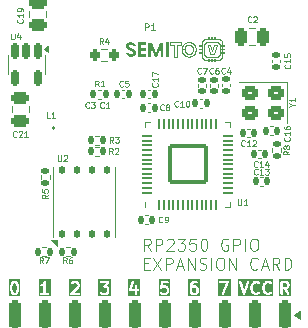
<source format=gbr>
%TF.GenerationSoftware,KiCad,Pcbnew,9.0.4*%
%TF.CreationDate,2025-09-18T11:34:16+02:00*%
%TF.ProjectId,rp2350_gpio_card,72703233-3530-45f6-9770-696f5f636172,X1*%
%TF.SameCoordinates,Original*%
%TF.FileFunction,Legend,Top*%
%TF.FilePolarity,Positive*%
%FSLAX46Y46*%
G04 Gerber Fmt 4.6, Leading zero omitted, Abs format (unit mm)*
G04 Created by KiCad (PCBNEW 9.0.4) date 2025-09-18 11:34:16*
%MOMM*%
%LPD*%
G01*
G04 APERTURE LIST*
G04 Aperture macros list*
%AMRoundRect*
0 Rectangle with rounded corners*
0 $1 Rounding radius*
0 $2 $3 $4 $5 $6 $7 $8 $9 X,Y pos of 4 corners*
0 Add a 4 corners polygon primitive as box body*
4,1,4,$2,$3,$4,$5,$6,$7,$8,$9,$2,$3,0*
0 Add four circle primitives for the rounded corners*
1,1,$1+$1,$2,$3*
1,1,$1+$1,$4,$5*
1,1,$1+$1,$6,$7*
1,1,$1+$1,$8,$9*
0 Add four rect primitives between the rounded corners*
20,1,$1+$1,$2,$3,$4,$5,0*
20,1,$1+$1,$4,$5,$6,$7,0*
20,1,$1+$1,$6,$7,$8,$9,0*
20,1,$1+$1,$8,$9,$2,$3,0*%
%AMFreePoly0*
4,1,18,-0.437500,0.050000,-0.433694,0.069134,-0.422855,0.085355,-0.406634,0.096194,-0.387500,0.100000,0.387500,0.100000,0.437500,0.050000,0.437500,-0.050000,0.433694,-0.069134,0.422855,-0.085355,0.406634,-0.096194,0.387500,-0.100000,-0.387500,-0.100000,-0.406634,-0.096194,-0.422855,-0.085355,-0.433694,-0.069134,-0.437500,-0.050000,-0.437500,0.050000,-0.437500,0.050000,$1*%
%AMFreePoly1*
4,1,18,-0.437500,0.050000,-0.433694,0.069134,-0.422855,0.085355,-0.406634,0.096194,-0.387500,0.100000,0.387500,0.100000,0.406634,0.096194,0.422855,0.085355,0.433694,0.069134,0.437500,0.050000,0.437500,-0.050000,0.387500,-0.100000,-0.387500,-0.100000,-0.406634,-0.096194,-0.422855,-0.085355,-0.433694,-0.069134,-0.437500,-0.050000,-0.437500,0.050000,-0.437500,0.050000,$1*%
%AMFreePoly2*
4,1,18,-0.100000,0.387500,-0.050000,0.437500,0.050000,0.437500,0.069134,0.433694,0.085355,0.422855,0.096194,0.406634,0.100000,0.387500,0.100000,-0.387500,0.096194,-0.406634,0.085355,-0.422855,0.069134,-0.433694,0.050000,-0.437500,-0.050000,-0.437500,-0.069134,-0.433694,-0.085355,-0.422855,-0.096194,-0.406634,-0.100000,-0.387500,-0.100000,0.387500,-0.100000,0.387500,$1*%
%AMFreePoly3*
4,1,18,-0.100000,0.387500,-0.096194,0.406634,-0.085355,0.422855,-0.069134,0.433694,-0.050000,0.437500,0.050000,0.437500,0.100000,0.387500,0.100000,-0.387500,0.096194,-0.406634,0.085355,-0.422855,0.069134,-0.433694,0.050000,-0.437500,-0.050000,-0.437500,-0.069134,-0.433694,-0.085355,-0.422855,-0.096194,-0.406634,-0.100000,-0.387500,-0.100000,0.387500,-0.100000,0.387500,$1*%
%AMFreePoly4*
4,1,18,-0.437500,0.050000,-0.433694,0.069134,-0.422855,0.085355,-0.406634,0.096194,-0.387500,0.100000,0.387500,0.100000,0.406634,0.096194,0.422855,0.085355,0.433694,0.069134,0.437500,0.050000,0.437500,-0.050000,0.433694,-0.069134,0.422855,-0.085355,0.406634,-0.096194,0.387500,-0.100000,-0.387500,-0.100000,-0.437500,-0.050000,-0.437500,0.050000,-0.437500,0.050000,$1*%
%AMFreePoly5*
4,1,18,-0.437500,0.050000,-0.387500,0.100000,0.387500,0.100000,0.406634,0.096194,0.422855,0.085355,0.433694,0.069134,0.437500,0.050000,0.437500,-0.050000,0.433694,-0.069134,0.422855,-0.085355,0.406634,-0.096194,0.387500,-0.100000,-0.387500,-0.100000,-0.406634,-0.096194,-0.422855,-0.085355,-0.433694,-0.069134,-0.437500,-0.050000,-0.437500,0.050000,-0.437500,0.050000,$1*%
%AMFreePoly6*
4,1,18,-0.100000,0.387500,-0.096194,0.406634,-0.085355,0.422855,-0.069134,0.433694,-0.050000,0.437500,0.050000,0.437500,0.069134,0.433694,0.085355,0.422855,0.096194,0.406634,0.100000,0.387500,0.100000,-0.387500,0.050000,-0.437500,-0.050000,-0.437500,-0.069134,-0.433694,-0.085355,-0.422855,-0.096194,-0.406634,-0.100000,-0.387500,-0.100000,0.387500,-0.100000,0.387500,$1*%
%AMFreePoly7*
4,1,18,-0.100000,0.387500,-0.096194,0.406634,-0.085355,0.422855,-0.069134,0.433694,-0.050000,0.437500,0.050000,0.437500,0.069134,0.433694,0.085355,0.422855,0.096194,0.406634,0.100000,0.387500,0.100000,-0.387500,0.096194,-0.406634,0.085355,-0.422855,0.069134,-0.433694,0.050000,-0.437500,-0.050000,-0.437500,-0.100000,-0.387500,-0.100000,0.387500,-0.100000,0.387500,$1*%
G04 Aperture macros list end*
%ADD10C,0.067397*%
%ADD11C,0.000000*%
%ADD12C,0.067349*%
%ADD13C,0.067351*%
%ADD14C,0.125000*%
%ADD15C,0.201600*%
%ADD16C,0.062500*%
%ADD17C,0.101600*%
%ADD18C,0.070000*%
%ADD19C,0.120000*%
%ADD20C,0.191421*%
%ADD21RoundRect,0.200000X0.200000X0.275000X-0.200000X0.275000X-0.200000X-0.275000X0.200000X-0.275000X0*%
%ADD22R,0.380000X1.000000*%
%ADD23R,0.700000X1.150000*%
%ADD24C,2.200000*%
%ADD25RoundRect,0.135000X0.185000X-0.135000X0.185000X0.135000X-0.185000X0.135000X-0.185000X-0.135000X0*%
%ADD26RoundRect,0.250000X0.475000X-0.250000X0.475000X0.250000X-0.475000X0.250000X-0.475000X-0.250000X0*%
%ADD27RoundRect,0.135000X-0.185000X0.135000X-0.185000X-0.135000X0.185000X-0.135000X0.185000X0.135000X0*%
%ADD28RoundRect,0.250000X0.450000X0.350000X-0.450000X0.350000X-0.450000X-0.350000X0.450000X-0.350000X0*%
%ADD29R,0.530000X0.470000*%
%ADD30RoundRect,0.140000X-0.140000X-0.170000X0.140000X-0.170000X0.140000X0.170000X-0.140000X0.170000X0*%
%ADD31RoundRect,0.250000X-0.250000X-0.475000X0.250000X-0.475000X0.250000X0.475000X-0.250000X0.475000X0*%
%ADD32RoundRect,0.140000X0.140000X0.170000X-0.140000X0.170000X-0.140000X-0.170000X0.140000X-0.170000X0*%
%ADD33RoundRect,0.250000X-0.250000X1.000000X-0.250000X-1.000000X0.250000X-1.000000X0.250000X1.000000X0*%
%ADD34RoundRect,0.135000X-0.135000X-0.185000X0.135000X-0.185000X0.135000X0.185000X-0.135000X0.185000X0*%
%ADD35RoundRect,0.150000X-0.150000X0.512500X-0.150000X-0.512500X0.150000X-0.512500X0.150000X0.512500X0*%
%ADD36RoundRect,0.140000X0.170000X-0.140000X0.170000X0.140000X-0.170000X0.140000X-0.170000X-0.140000X0*%
%ADD37RoundRect,0.250000X-0.475000X0.250000X-0.475000X-0.250000X0.475000X-0.250000X0.475000X0.250000X0*%
%ADD38RoundRect,0.125000X0.125000X-0.250000X0.125000X0.250000X-0.125000X0.250000X-0.125000X-0.250000X0*%
%ADD39R,4.300000X3.400000*%
%ADD40RoundRect,0.135000X0.135000X0.185000X-0.135000X0.185000X-0.135000X-0.185000X0.135000X-0.185000X0*%
%ADD41FreePoly0,90.000000*%
%ADD42RoundRect,0.050000X0.050000X-0.387500X0.050000X0.387500X-0.050000X0.387500X-0.050000X-0.387500X0*%
%ADD43FreePoly1,90.000000*%
%ADD44FreePoly2,90.000000*%
%ADD45RoundRect,0.050000X0.387500X-0.050000X0.387500X0.050000X-0.387500X0.050000X-0.387500X-0.050000X0*%
%ADD46FreePoly3,90.000000*%
%ADD47FreePoly4,90.000000*%
%ADD48FreePoly5,90.000000*%
%ADD49FreePoly6,90.000000*%
%ADD50FreePoly7,90.000000*%
%ADD51RoundRect,0.153000X1.547000X1.547000X-1.547000X1.547000X-1.547000X-1.547000X1.547000X-1.547000X0*%
%ADD52R,1.700000X0.700000*%
G04 APERTURE END LIST*
D10*
X108830298Y-57221235D02*
X108974117Y-56700678D01*
X109208195Y-56700678D01*
X108972133Y-57457463D01*
X108687471Y-57457463D01*
X108451409Y-56700678D01*
X108685487Y-56700678D01*
X108830298Y-57221235D01*
D11*
G36*
X109162357Y-57868051D02*
G01*
X109163169Y-57868113D01*
X109163969Y-57868215D01*
X109164756Y-57868355D01*
X109165529Y-57868534D01*
X109166288Y-57868749D01*
X109167031Y-57869001D01*
X109167757Y-57869287D01*
X109168465Y-57869607D01*
X109169154Y-57869960D01*
X109169824Y-57870345D01*
X109170473Y-57870761D01*
X109171099Y-57871207D01*
X109171703Y-57871681D01*
X109172284Y-57872184D01*
X109172839Y-57872713D01*
X109173368Y-57873268D01*
X109173871Y-57873848D01*
X109174345Y-57874452D01*
X109174791Y-57875079D01*
X109175207Y-57875728D01*
X109175592Y-57876397D01*
X109175945Y-57877087D01*
X109176265Y-57877795D01*
X109176551Y-57878521D01*
X109176803Y-57879264D01*
X109177018Y-57880022D01*
X109177197Y-57880796D01*
X109177337Y-57881583D01*
X109177439Y-57882383D01*
X109177501Y-57883195D01*
X109177522Y-57884018D01*
X109177522Y-58155230D01*
X109177501Y-58156052D01*
X109177439Y-58156864D01*
X109177337Y-58157664D01*
X109177197Y-58158452D01*
X109177018Y-58159225D01*
X109176803Y-58159984D01*
X109176551Y-58160727D01*
X109176265Y-58161453D01*
X109175945Y-58162161D01*
X109175592Y-58162850D01*
X109175207Y-58163520D01*
X109174791Y-58164168D01*
X109174345Y-58164795D01*
X109173871Y-58165399D01*
X109173368Y-58165979D01*
X109172839Y-58166534D01*
X109172284Y-58167064D01*
X109171703Y-58167566D01*
X109171099Y-58168041D01*
X109170473Y-58168487D01*
X109169824Y-58168902D01*
X109169154Y-58169287D01*
X109168465Y-58169640D01*
X109167757Y-58169961D01*
X109167031Y-58170247D01*
X109166288Y-58170498D01*
X109165529Y-58170714D01*
X109164756Y-58170892D01*
X109163969Y-58171033D01*
X109163169Y-58171134D01*
X109162357Y-58171196D01*
X109161534Y-58171217D01*
X109046799Y-58171217D01*
X109045976Y-58171196D01*
X109045164Y-58171134D01*
X109044364Y-58171033D01*
X109043577Y-58170892D01*
X109042803Y-58170714D01*
X109042045Y-58170498D01*
X109041302Y-58170247D01*
X109040576Y-58169961D01*
X109039868Y-58169640D01*
X109039178Y-58169287D01*
X109038509Y-58168902D01*
X109037860Y-58168487D01*
X109037233Y-58168041D01*
X109036630Y-58167566D01*
X109036049Y-58167064D01*
X109035494Y-58166534D01*
X109034965Y-58165979D01*
X109034462Y-58165399D01*
X109033988Y-58164795D01*
X109033542Y-58164168D01*
X109033126Y-58163520D01*
X109032741Y-58162850D01*
X109032388Y-58162161D01*
X109032068Y-58161453D01*
X109031782Y-58160727D01*
X109031530Y-58159984D01*
X109031315Y-58159225D01*
X109031137Y-58158452D01*
X109030996Y-58157664D01*
X109030894Y-58156864D01*
X109030833Y-58156052D01*
X109030812Y-58155230D01*
X109030812Y-57884018D01*
X109030833Y-57883195D01*
X109030894Y-57882383D01*
X109030996Y-57881583D01*
X109031137Y-57880796D01*
X109031315Y-57880022D01*
X109031530Y-57879264D01*
X109031782Y-57878521D01*
X109032068Y-57877795D01*
X109032388Y-57877087D01*
X109032741Y-57876397D01*
X109033126Y-57875728D01*
X109033542Y-57875079D01*
X109033988Y-57874452D01*
X109034462Y-57873848D01*
X109034965Y-57873268D01*
X109035494Y-57872713D01*
X109036049Y-57872184D01*
X109036630Y-57871681D01*
X109037233Y-57871207D01*
X109037860Y-57870761D01*
X109038509Y-57870345D01*
X109039178Y-57869960D01*
X109039868Y-57869607D01*
X109040576Y-57869287D01*
X109041302Y-57869001D01*
X109042045Y-57868749D01*
X109042803Y-57868534D01*
X109043577Y-57868355D01*
X109044364Y-57868215D01*
X109045164Y-57868113D01*
X109045976Y-57868051D01*
X109046799Y-57868031D01*
X109161534Y-57868031D01*
X109162357Y-57868051D01*
G37*
G36*
X105161345Y-57677182D02*
G01*
X104926396Y-57677637D01*
X104926396Y-56483914D01*
X105161345Y-56483460D01*
X105161345Y-57677182D01*
G37*
D12*
X109430569Y-56216848D02*
X109444587Y-56217914D01*
X109458401Y-56219669D01*
X109471994Y-56222096D01*
X109485348Y-56225178D01*
X109498447Y-56228898D01*
X109511272Y-56233238D01*
X109523807Y-56238180D01*
X109536034Y-56243708D01*
X109547935Y-56249803D01*
X109559495Y-56256450D01*
X109570694Y-56263629D01*
X109581516Y-56271325D01*
X109591943Y-56279519D01*
X109601959Y-56288195D01*
X109611545Y-56297335D01*
X109620685Y-56306921D01*
X109629360Y-56316936D01*
X109637555Y-56327364D01*
X109645250Y-56338186D01*
X109652430Y-56349385D01*
X109659076Y-56360944D01*
X109665172Y-56372846D01*
X109670700Y-56385073D01*
X109675642Y-56397607D01*
X109679982Y-56410433D01*
X109683701Y-56423531D01*
X109686783Y-56436886D01*
X109689211Y-56450478D01*
X109690966Y-56464292D01*
X109692032Y-56478310D01*
X109692391Y-56492515D01*
X109692391Y-57665625D01*
X109692032Y-57679829D01*
X109690966Y-57693847D01*
X109689211Y-57707661D01*
X109686783Y-57721254D01*
X109683701Y-57734608D01*
X109679982Y-57747707D01*
X109675642Y-57760532D01*
X109670700Y-57773067D01*
X109665172Y-57785294D01*
X109659076Y-57797195D01*
X109652430Y-57808754D01*
X109645250Y-57819954D01*
X109637555Y-57830776D01*
X109629360Y-57841203D01*
X109620685Y-57851219D01*
X109611545Y-57860805D01*
X109601959Y-57869944D01*
X109591943Y-57878620D01*
X109581516Y-57886814D01*
X109570694Y-57894510D01*
X109559495Y-57901690D01*
X109547935Y-57908336D01*
X109536034Y-57914432D01*
X109523807Y-57919959D01*
X109511272Y-57924902D01*
X109498447Y-57929241D01*
X109485348Y-57932961D01*
X109471994Y-57936043D01*
X109458401Y-57938471D01*
X109444587Y-57940226D01*
X109430569Y-57941292D01*
X109416365Y-57941651D01*
X108243238Y-57941651D01*
X108229034Y-57941292D01*
X108215016Y-57940226D01*
X108201202Y-57938471D01*
X108187610Y-57936043D01*
X108174255Y-57932961D01*
X108161157Y-57929241D01*
X108148331Y-57924902D01*
X108135797Y-57919959D01*
X108123570Y-57914432D01*
X108111668Y-57908336D01*
X108100109Y-57901690D01*
X108088910Y-57894510D01*
X108078088Y-57886814D01*
X108067660Y-57878620D01*
X108057645Y-57869944D01*
X108048058Y-57860805D01*
X108038919Y-57851219D01*
X108030243Y-57841203D01*
X108022049Y-57830776D01*
X108014353Y-57819954D01*
X108007173Y-57808754D01*
X108000527Y-57797195D01*
X107994431Y-57785294D01*
X107988904Y-57773067D01*
X107983961Y-57760532D01*
X107979622Y-57747707D01*
X107975902Y-57734608D01*
X107972820Y-57721254D01*
X107970393Y-57707661D01*
X107968637Y-57693847D01*
X107967571Y-57679829D01*
X107967212Y-57665625D01*
X107967212Y-56492515D01*
X107967571Y-56478310D01*
X107968637Y-56464292D01*
X107970393Y-56450478D01*
X107972820Y-56436886D01*
X107975902Y-56423531D01*
X107979622Y-56410433D01*
X107983961Y-56397607D01*
X107988904Y-56385073D01*
X107994431Y-56372846D01*
X108000527Y-56360944D01*
X108007173Y-56349385D01*
X108014353Y-56338186D01*
X108022049Y-56327364D01*
X108030243Y-56316936D01*
X108038919Y-56306921D01*
X108048058Y-56297335D01*
X108057645Y-56288195D01*
X108067660Y-56279519D01*
X108078088Y-56271325D01*
X108088910Y-56263629D01*
X108100109Y-56256450D01*
X108111668Y-56249803D01*
X108123570Y-56243708D01*
X108135797Y-56238180D01*
X108148331Y-56233238D01*
X108161157Y-56228898D01*
X108174255Y-56225178D01*
X108187610Y-56222096D01*
X108201202Y-56219669D01*
X108215016Y-56217914D01*
X108229034Y-56216848D01*
X108243238Y-56216488D01*
X109416365Y-56216488D01*
X109430569Y-56216848D01*
D11*
G36*
X108024264Y-56999128D02*
G01*
X108025076Y-56999190D01*
X108025876Y-56999292D01*
X108026663Y-56999432D01*
X108027436Y-56999611D01*
X108028195Y-56999826D01*
X108028938Y-57000078D01*
X108029664Y-57000364D01*
X108030372Y-57000684D01*
X108031061Y-57001037D01*
X108031731Y-57001422D01*
X108032379Y-57001838D01*
X108033006Y-57002284D01*
X108033610Y-57002758D01*
X108034190Y-57003261D01*
X108034745Y-57003790D01*
X108035275Y-57004345D01*
X108035777Y-57004925D01*
X108036252Y-57005529D01*
X108036697Y-57006156D01*
X108037113Y-57006805D01*
X108037498Y-57007474D01*
X108037851Y-57008164D01*
X108038171Y-57008872D01*
X108038458Y-57009598D01*
X108038709Y-57010340D01*
X108038924Y-57011099D01*
X108039103Y-57011873D01*
X108039244Y-57012660D01*
X108039345Y-57013460D01*
X108039407Y-57014272D01*
X108039428Y-57015094D01*
X108039428Y-57129831D01*
X108039407Y-57130653D01*
X108039345Y-57131465D01*
X108039244Y-57132265D01*
X108039103Y-57133052D01*
X108038924Y-57133826D01*
X108038709Y-57134584D01*
X108038458Y-57135327D01*
X108038171Y-57136053D01*
X108037851Y-57136761D01*
X108037498Y-57137451D01*
X108037113Y-57138120D01*
X108036697Y-57138769D01*
X108036252Y-57139396D01*
X108035777Y-57140000D01*
X108035275Y-57140580D01*
X108034745Y-57141135D01*
X108034190Y-57141664D01*
X108033610Y-57142167D01*
X108033006Y-57142641D01*
X108032379Y-57143087D01*
X108031731Y-57143503D01*
X108031061Y-57143888D01*
X108030372Y-57144241D01*
X108029664Y-57144561D01*
X108028938Y-57144847D01*
X108028195Y-57145099D01*
X108027436Y-57145314D01*
X108026663Y-57145493D01*
X108025876Y-57145633D01*
X108025076Y-57145735D01*
X108024264Y-57145797D01*
X108023441Y-57145817D01*
X107752214Y-57145817D01*
X107751392Y-57145797D01*
X107750580Y-57145735D01*
X107749780Y-57145633D01*
X107748992Y-57145493D01*
X107748219Y-57145314D01*
X107747460Y-57145099D01*
X107746717Y-57144847D01*
X107745991Y-57144561D01*
X107745283Y-57144241D01*
X107744594Y-57143888D01*
X107743924Y-57143503D01*
X107743276Y-57143087D01*
X107742649Y-57142641D01*
X107742045Y-57142167D01*
X107741465Y-57141664D01*
X107740910Y-57141135D01*
X107740380Y-57140580D01*
X107739878Y-57140000D01*
X107739403Y-57139396D01*
X107738958Y-57138769D01*
X107738542Y-57138120D01*
X107738157Y-57137451D01*
X107737804Y-57136761D01*
X107737484Y-57136053D01*
X107737197Y-57135327D01*
X107736946Y-57134584D01*
X107736731Y-57133826D01*
X107736552Y-57133052D01*
X107736412Y-57132265D01*
X107736310Y-57131465D01*
X107736248Y-57130653D01*
X107736227Y-57129831D01*
X107736227Y-57015094D01*
X107736248Y-57014272D01*
X107736310Y-57013460D01*
X107736412Y-57012660D01*
X107736552Y-57011873D01*
X107736731Y-57011099D01*
X107736946Y-57010340D01*
X107737197Y-57009598D01*
X107737484Y-57008872D01*
X107737804Y-57008164D01*
X107738157Y-57007474D01*
X107738542Y-57006805D01*
X107738958Y-57006156D01*
X107739403Y-57005529D01*
X107739878Y-57004925D01*
X107740380Y-57004345D01*
X107740910Y-57003790D01*
X107741465Y-57003261D01*
X107742045Y-57002758D01*
X107742649Y-57002284D01*
X107743276Y-57001838D01*
X107743924Y-57001422D01*
X107744594Y-57001037D01*
X107745283Y-57000684D01*
X107745991Y-57000364D01*
X107746717Y-57000078D01*
X107747460Y-56999826D01*
X107748219Y-56999611D01*
X107748992Y-56999432D01*
X107749780Y-56999292D01*
X107750580Y-56999190D01*
X107751392Y-56999128D01*
X107752214Y-56999108D01*
X108023441Y-56999108D01*
X108024264Y-56999128D01*
G37*
G36*
X104713109Y-57678050D02*
G01*
X104479827Y-57678501D01*
X104479827Y-56855069D01*
X104181558Y-57679079D01*
X103978269Y-57679472D01*
X103680000Y-56860000D01*
X103680000Y-57680050D01*
X103445051Y-57680505D01*
X103445051Y-56500309D01*
X103729989Y-56499757D01*
X104083245Y-57386756D01*
X104429837Y-56498401D01*
X104713109Y-56497853D01*
X104713109Y-57678050D01*
G37*
G36*
X108027389Y-57280100D02*
G01*
X108028201Y-57280162D01*
X108029001Y-57280263D01*
X108029788Y-57280404D01*
X108030562Y-57280582D01*
X108031320Y-57280798D01*
X108032063Y-57281049D01*
X108032789Y-57281336D01*
X108033497Y-57281656D01*
X108034187Y-57282009D01*
X108034856Y-57282394D01*
X108035505Y-57282810D01*
X108036131Y-57283255D01*
X108036735Y-57283730D01*
X108037315Y-57284232D01*
X108037871Y-57284762D01*
X108038400Y-57285317D01*
X108038903Y-57285897D01*
X108039377Y-57286501D01*
X108039823Y-57287128D01*
X108040239Y-57287776D01*
X108040624Y-57288446D01*
X108040977Y-57289135D01*
X108041297Y-57289843D01*
X108041583Y-57290569D01*
X108041834Y-57291312D01*
X108042050Y-57292071D01*
X108042228Y-57292844D01*
X108042369Y-57293631D01*
X108042471Y-57294431D01*
X108042532Y-57295243D01*
X108042553Y-57296066D01*
X108042553Y-57410802D01*
X108042532Y-57411625D01*
X108042471Y-57412437D01*
X108042369Y-57413237D01*
X108042228Y-57414024D01*
X108042050Y-57414797D01*
X108041834Y-57415556D01*
X108041583Y-57416299D01*
X108041297Y-57417025D01*
X108040977Y-57417733D01*
X108040624Y-57418422D01*
X108040239Y-57419092D01*
X108039823Y-57419740D01*
X108039377Y-57420367D01*
X108038903Y-57420971D01*
X108038400Y-57421551D01*
X108037871Y-57422107D01*
X108037315Y-57422636D01*
X108036735Y-57423138D01*
X108036131Y-57423613D01*
X108035505Y-57424059D01*
X108034856Y-57424474D01*
X108034187Y-57424859D01*
X108033497Y-57425212D01*
X108032789Y-57425533D01*
X108032063Y-57425819D01*
X108031320Y-57426070D01*
X108030562Y-57426286D01*
X108029788Y-57426464D01*
X108029001Y-57426605D01*
X108028201Y-57426706D01*
X108027389Y-57426768D01*
X108026566Y-57426789D01*
X107755340Y-57426789D01*
X107754517Y-57426768D01*
X107753705Y-57426706D01*
X107752905Y-57426605D01*
X107752118Y-57426464D01*
X107751344Y-57426286D01*
X107750586Y-57426070D01*
X107749843Y-57425819D01*
X107749117Y-57425533D01*
X107748409Y-57425212D01*
X107747719Y-57424859D01*
X107747050Y-57424474D01*
X107746401Y-57424059D01*
X107745774Y-57423613D01*
X107745170Y-57423138D01*
X107744590Y-57422636D01*
X107744035Y-57422107D01*
X107743506Y-57421551D01*
X107743003Y-57420971D01*
X107742529Y-57420367D01*
X107742083Y-57419740D01*
X107741667Y-57419092D01*
X107741282Y-57418422D01*
X107740929Y-57417733D01*
X107740609Y-57417025D01*
X107740323Y-57416299D01*
X107740072Y-57415556D01*
X107739856Y-57414797D01*
X107739678Y-57414024D01*
X107739537Y-57413237D01*
X107739435Y-57412437D01*
X107739374Y-57411625D01*
X107739353Y-57410802D01*
X107739353Y-57296066D01*
X107739374Y-57295243D01*
X107739435Y-57294431D01*
X107739537Y-57293631D01*
X107739678Y-57292844D01*
X107739856Y-57292071D01*
X107740072Y-57291312D01*
X107740323Y-57290569D01*
X107740609Y-57289843D01*
X107740929Y-57289135D01*
X107741282Y-57288446D01*
X107741667Y-57287776D01*
X107742083Y-57287128D01*
X107742529Y-57286501D01*
X107743003Y-57285897D01*
X107743506Y-57285317D01*
X107744035Y-57284762D01*
X107744590Y-57284232D01*
X107745170Y-57283730D01*
X107745774Y-57283255D01*
X107746401Y-57282810D01*
X107747050Y-57282394D01*
X107747719Y-57282009D01*
X107748409Y-57281656D01*
X107749117Y-57281336D01*
X107749843Y-57281049D01*
X107750586Y-57280798D01*
X107751344Y-57280582D01*
X107752118Y-57280404D01*
X107752905Y-57280263D01*
X107753705Y-57280162D01*
X107754517Y-57280100D01*
X107755340Y-57280079D01*
X108026566Y-57280079D01*
X108027389Y-57280100D01*
G37*
G36*
X101973404Y-56473080D02*
G01*
X101995834Y-56474106D01*
X102017665Y-56475848D01*
X102038897Y-56478303D01*
X102059531Y-56481473D01*
X102079566Y-56485358D01*
X102099002Y-56489957D01*
X102117839Y-56495271D01*
X102136077Y-56501299D01*
X102153716Y-56508041D01*
X102170757Y-56515498D01*
X102187199Y-56523669D01*
X102203042Y-56532555D01*
X102218286Y-56542156D01*
X102232931Y-56552471D01*
X102246977Y-56563500D01*
X102260555Y-56575124D01*
X102273378Y-56587226D01*
X102285445Y-56599804D01*
X102296758Y-56612859D01*
X102307316Y-56626392D01*
X102317118Y-56640401D01*
X102326166Y-56654888D01*
X102334458Y-56669852D01*
X102341996Y-56685292D01*
X102348778Y-56701210D01*
X102354805Y-56717604D01*
X102360078Y-56734476D01*
X102364595Y-56751824D01*
X102368357Y-56769650D01*
X102371364Y-56787953D01*
X102373616Y-56806732D01*
X102120338Y-56807222D01*
X102118958Y-56799286D01*
X102117318Y-56791535D01*
X102115417Y-56783970D01*
X102113256Y-56776590D01*
X102110835Y-56769395D01*
X102108153Y-56762386D01*
X102105211Y-56755562D01*
X102102009Y-56748924D01*
X102098546Y-56742471D01*
X102094823Y-56736204D01*
X102090839Y-56730122D01*
X102086595Y-56724226D01*
X102082091Y-56718515D01*
X102077327Y-56712989D01*
X102072302Y-56707649D01*
X102067016Y-56702494D01*
X102061477Y-56697386D01*
X102055691Y-56692609D01*
X102049657Y-56688162D01*
X102043376Y-56684046D01*
X102036847Y-56680261D01*
X102030071Y-56676807D01*
X102023048Y-56673683D01*
X102015777Y-56670890D01*
X102008259Y-56668428D01*
X102000494Y-56666296D01*
X101992482Y-56664495D01*
X101984222Y-56663025D01*
X101975714Y-56661886D01*
X101966960Y-56661077D01*
X101957958Y-56660599D01*
X101948708Y-56660452D01*
X101940683Y-56660606D01*
X101932852Y-56661038D01*
X101925217Y-56661746D01*
X101917778Y-56662731D01*
X101910533Y-56663994D01*
X101903484Y-56665533D01*
X101896630Y-56667349D01*
X101889971Y-56669443D01*
X101883508Y-56671813D01*
X101877239Y-56674461D01*
X101871167Y-56677385D01*
X101865289Y-56680587D01*
X101859607Y-56684065D01*
X101854119Y-56687821D01*
X101848828Y-56691853D01*
X101843731Y-56696163D01*
X101838888Y-56700525D01*
X101834358Y-56705137D01*
X101830140Y-56710000D01*
X101826235Y-56715113D01*
X101822642Y-56720476D01*
X101819361Y-56726090D01*
X101816393Y-56731954D01*
X101813738Y-56738068D01*
X101811394Y-56744433D01*
X101809364Y-56751049D01*
X101807645Y-56757914D01*
X101806239Y-56765030D01*
X101805146Y-56772397D01*
X101804365Y-56780014D01*
X101803896Y-56787881D01*
X101803740Y-56795999D01*
X101803857Y-56802485D01*
X101804208Y-56808838D01*
X101804794Y-56815059D01*
X101805614Y-56821147D01*
X101806669Y-56827102D01*
X101807958Y-56832925D01*
X101809481Y-56838616D01*
X101811238Y-56844173D01*
X101813230Y-56849599D01*
X101815456Y-56854891D01*
X101817916Y-56860051D01*
X101820611Y-56865079D01*
X101823540Y-56869974D01*
X101826704Y-56874736D01*
X101830101Y-56879366D01*
X101833733Y-56883863D01*
X101837749Y-56888036D01*
X101841883Y-56892116D01*
X101846133Y-56896104D01*
X101850501Y-56899999D01*
X101854985Y-56903801D01*
X101859587Y-56907511D01*
X101864306Y-56911128D01*
X101869142Y-56914652D01*
X101874096Y-56918084D01*
X101879166Y-56921422D01*
X101884354Y-56924669D01*
X101889659Y-56927822D01*
X101895081Y-56930883D01*
X101900620Y-56933851D01*
X101906276Y-56936726D01*
X101912049Y-56939509D01*
X101924651Y-56945059D01*
X101938294Y-56950766D01*
X101952978Y-56956629D01*
X101968704Y-56962649D01*
X101985471Y-56968825D01*
X102003280Y-56975157D01*
X102022130Y-56981646D01*
X102042021Y-56988292D01*
X102069672Y-56998304D01*
X102095968Y-57008160D01*
X102120911Y-57017861D01*
X102144499Y-57027405D01*
X102166734Y-57036794D01*
X102187615Y-57046026D01*
X102207142Y-57055103D01*
X102225315Y-57064024D01*
X102234186Y-57068584D01*
X102242889Y-57073422D01*
X102251422Y-57078537D01*
X102259786Y-57083930D01*
X102267981Y-57089601D01*
X102276007Y-57095550D01*
X102283863Y-57101776D01*
X102291550Y-57108280D01*
X102299068Y-57115062D01*
X102306417Y-57122122D01*
X102313596Y-57129459D01*
X102320606Y-57137074D01*
X102327447Y-57144967D01*
X102334119Y-57153137D01*
X102340622Y-57161585D01*
X102346955Y-57170311D01*
X102353008Y-57179348D01*
X102358671Y-57188728D01*
X102363944Y-57198454D01*
X102368825Y-57208523D01*
X102373316Y-57218937D01*
X102377417Y-57229694D01*
X102381127Y-57240797D01*
X102384447Y-57252243D01*
X102387376Y-57264033D01*
X102389914Y-57276168D01*
X102392062Y-57288647D01*
X102393820Y-57301471D01*
X102395186Y-57314638D01*
X102396163Y-57328150D01*
X102396749Y-57342006D01*
X102396944Y-57356206D01*
X102396769Y-57367564D01*
X102396241Y-57378819D01*
X102395363Y-57389970D01*
X102394133Y-57401015D01*
X102392551Y-57411956D01*
X102390618Y-57422791D01*
X102388333Y-57433522D01*
X102385697Y-57444148D01*
X102382710Y-57454668D01*
X102379370Y-57465084D01*
X102375680Y-57475394D01*
X102371638Y-57485600D01*
X102367244Y-57495701D01*
X102362499Y-57505696D01*
X102357403Y-57515587D01*
X102351955Y-57525372D01*
X102346162Y-57534782D01*
X102340030Y-57543968D01*
X102333560Y-57552930D01*
X102326752Y-57561668D01*
X102319605Y-57570182D01*
X102312120Y-57578473D01*
X102304296Y-57586539D01*
X102296133Y-57594381D01*
X102287633Y-57602000D01*
X102278794Y-57609395D01*
X102269616Y-57616566D01*
X102260100Y-57623513D01*
X102250245Y-57630236D01*
X102240052Y-57636735D01*
X102229520Y-57643010D01*
X102218650Y-57649062D01*
X102207461Y-57654612D01*
X102195973Y-57659806D01*
X102184185Y-57664643D01*
X102172098Y-57669125D01*
X102159711Y-57673250D01*
X102147025Y-57677020D01*
X102134040Y-57680433D01*
X102120755Y-57683491D01*
X102107171Y-57686192D01*
X102093287Y-57688537D01*
X102079104Y-57690526D01*
X102064621Y-57692159D01*
X102049839Y-57693436D01*
X102034758Y-57694357D01*
X102019377Y-57694921D01*
X102003697Y-57695130D01*
X101988180Y-57694995D01*
X101972871Y-57694529D01*
X101957770Y-57693733D01*
X101942877Y-57692606D01*
X101928193Y-57691148D01*
X101913717Y-57689360D01*
X101899449Y-57687241D01*
X101885389Y-57684791D01*
X101871538Y-57682011D01*
X101857895Y-57678900D01*
X101844461Y-57675459D01*
X101831235Y-57671687D01*
X101818216Y-57667584D01*
X101805407Y-57663150D01*
X101792805Y-57658386D01*
X101780412Y-57653292D01*
X101768273Y-57647675D01*
X101756433Y-57641767D01*
X101744893Y-57635568D01*
X101733652Y-57629077D01*
X101722710Y-57622296D01*
X101712068Y-57615223D01*
X101701725Y-57607859D01*
X101691682Y-57600203D01*
X101681938Y-57592257D01*
X101672493Y-57584019D01*
X101663348Y-57575490D01*
X101654502Y-57566670D01*
X101645956Y-57557559D01*
X101637709Y-57548156D01*
X101629761Y-57538463D01*
X101622113Y-57528478D01*
X101615018Y-57518241D01*
X101608314Y-57507792D01*
X101602000Y-57497131D01*
X101596077Y-57486257D01*
X101590545Y-57475172D01*
X101585402Y-57463874D01*
X101580651Y-57452365D01*
X101576290Y-57440643D01*
X101572319Y-57428709D01*
X101568739Y-57416564D01*
X101565550Y-57404206D01*
X101562751Y-57391636D01*
X101560343Y-57378854D01*
X101558325Y-57365860D01*
X101556698Y-57352653D01*
X101555461Y-57339235D01*
X101805407Y-57338751D01*
X101806605Y-57347745D01*
X101808115Y-57356552D01*
X101809937Y-57365175D01*
X101812072Y-57373612D01*
X101814519Y-57381863D01*
X101817279Y-57389929D01*
X101820351Y-57397809D01*
X101823736Y-57405503D01*
X101827433Y-57413012D01*
X101831443Y-57420336D01*
X101835765Y-57427474D01*
X101840399Y-57434426D01*
X101845346Y-57441193D01*
X101850605Y-57447774D01*
X101856177Y-57454170D01*
X101862061Y-57460380D01*
X101868433Y-57466101D01*
X101875053Y-57471451D01*
X101881920Y-57476431D01*
X101889034Y-57481041D01*
X101896396Y-57485280D01*
X101904005Y-57489149D01*
X101911861Y-57492647D01*
X101919965Y-57495775D01*
X101928316Y-57498533D01*
X101936915Y-57500921D01*
X101945760Y-57502938D01*
X101954853Y-57504584D01*
X101964194Y-57505861D01*
X101973782Y-57506767D01*
X101983617Y-57507302D01*
X101993699Y-57507468D01*
X102002727Y-57507299D01*
X102011482Y-57506826D01*
X102019963Y-57506050D01*
X102028171Y-57504971D01*
X102036106Y-57503589D01*
X102043767Y-57501903D01*
X102051154Y-57499914D01*
X102058269Y-57497622D01*
X102065110Y-57495026D01*
X102071677Y-57492127D01*
X102077972Y-57488925D01*
X102083992Y-57485419D01*
X102089740Y-57481610D01*
X102095214Y-57477498D01*
X102100415Y-57473082D01*
X102105342Y-57468363D01*
X102110185Y-57463196D01*
X102114715Y-57457857D01*
X102118933Y-57452347D01*
X102122838Y-57446666D01*
X102126431Y-57440814D01*
X102129711Y-57434791D01*
X102132680Y-57428596D01*
X102135335Y-57422231D01*
X102137678Y-57415695D01*
X102139709Y-57408987D01*
X102141428Y-57402108D01*
X102142834Y-57395058D01*
X102143927Y-57387837D01*
X102144708Y-57380445D01*
X102145177Y-57372881D01*
X102145333Y-57365147D01*
X102145209Y-57358252D01*
X102144838Y-57351516D01*
X102144220Y-57344939D01*
X102143354Y-57338520D01*
X102142241Y-57332261D01*
X102140881Y-57326161D01*
X102139273Y-57320220D01*
X102137418Y-57314438D01*
X102135316Y-57308814D01*
X102132966Y-57303350D01*
X102130369Y-57298045D01*
X102127524Y-57292898D01*
X102124433Y-57287911D01*
X102121093Y-57283082D01*
X102117507Y-57278413D01*
X102113673Y-57273902D01*
X102109651Y-57269319D01*
X102105498Y-57264856D01*
X102101215Y-57260512D01*
X102096802Y-57256287D01*
X102092258Y-57252181D01*
X102087585Y-57248194D01*
X102082781Y-57244326D01*
X102077848Y-57240577D01*
X102072783Y-57236948D01*
X102067589Y-57233438D01*
X102062265Y-57230047D01*
X102056810Y-57226775D01*
X102051226Y-57223622D01*
X102045511Y-57220589D01*
X102039666Y-57217674D01*
X102033690Y-57214879D01*
X102021037Y-57209303D01*
X102007238Y-57203517D01*
X101992293Y-57197523D01*
X101976203Y-57191319D01*
X101958967Y-57184906D01*
X101940586Y-57178283D01*
X101921059Y-57171452D01*
X101900386Y-57164412D01*
X101873517Y-57155191D01*
X101847897Y-57146020D01*
X101823528Y-57136900D01*
X101800408Y-57127830D01*
X101778538Y-57118811D01*
X101757917Y-57109842D01*
X101738546Y-57100924D01*
X101720425Y-57092055D01*
X101711755Y-57087297D01*
X101703241Y-57082287D01*
X101694884Y-57077026D01*
X101686682Y-57071513D01*
X101678637Y-57065750D01*
X101670748Y-57059735D01*
X101663016Y-57053469D01*
X101655439Y-57046951D01*
X101648019Y-57040182D01*
X101640755Y-57033162D01*
X101633647Y-57025891D01*
X101626695Y-57018368D01*
X101619900Y-57010594D01*
X101613261Y-57002569D01*
X101606778Y-56994293D01*
X101600451Y-56985765D01*
X101594599Y-56976946D01*
X101589125Y-56967796D01*
X101584029Y-56958315D01*
X101579310Y-56948503D01*
X101574968Y-56938360D01*
X101571004Y-56927886D01*
X101567418Y-56917081D01*
X101564209Y-56905945D01*
X101561378Y-56894478D01*
X101558924Y-56882680D01*
X101556847Y-56870551D01*
X101555148Y-56858091D01*
X101553827Y-56845300D01*
X101552883Y-56832178D01*
X101552317Y-56818725D01*
X101552128Y-56804941D01*
X101552551Y-56785965D01*
X101553821Y-56767502D01*
X101555936Y-56749553D01*
X101558898Y-56732117D01*
X101562705Y-56715195D01*
X101567359Y-56698786D01*
X101572859Y-56682891D01*
X101579206Y-56667509D01*
X101586398Y-56652641D01*
X101594437Y-56638287D01*
X101603322Y-56624446D01*
X101613053Y-56611118D01*
X101623630Y-56598304D01*
X101635053Y-56586004D01*
X101647322Y-56574217D01*
X101660438Y-56562944D01*
X101674458Y-56552065D01*
X101689026Y-56541885D01*
X101704139Y-56532404D01*
X101719800Y-56523622D01*
X101736008Y-56515540D01*
X101752762Y-56508156D01*
X101770063Y-56501472D01*
X101787910Y-56495486D01*
X101806305Y-56490199D01*
X101825246Y-56485612D01*
X101844734Y-56481724D01*
X101864768Y-56478534D01*
X101885350Y-56476044D01*
X101906478Y-56474253D01*
X101928153Y-56473161D01*
X101950375Y-56472768D01*
X101973404Y-56473080D01*
G37*
G36*
X103271757Y-56676491D02*
G01*
X102805191Y-56677392D01*
X102805191Y-56986813D01*
X103221767Y-56986008D01*
X103221767Y-57168616D01*
X102805191Y-57169422D01*
X102805191Y-57490679D01*
X103271756Y-57489776D01*
X103271756Y-57680840D01*
X102570242Y-57682198D01*
X102570242Y-56488476D01*
X103271757Y-56487117D01*
X103271757Y-56676491D01*
G37*
G36*
X109908211Y-56999128D02*
G01*
X109909023Y-56999190D01*
X109909823Y-56999291D01*
X109910611Y-56999432D01*
X109911384Y-56999610D01*
X109912143Y-56999826D01*
X109912886Y-57000077D01*
X109913612Y-57000363D01*
X109914320Y-57000683D01*
X109915009Y-57001037D01*
X109915679Y-57001421D01*
X109916327Y-57001837D01*
X109916954Y-57002283D01*
X109917558Y-57002758D01*
X109918138Y-57003260D01*
X109918693Y-57003789D01*
X109919223Y-57004345D01*
X109919725Y-57004925D01*
X109920200Y-57005529D01*
X109920646Y-57006155D01*
X109921061Y-57006804D01*
X109921446Y-57007474D01*
X109921799Y-57008163D01*
X109922120Y-57008871D01*
X109922406Y-57009597D01*
X109922657Y-57010340D01*
X109922873Y-57011099D01*
X109923051Y-57011872D01*
X109923192Y-57012659D01*
X109923293Y-57013459D01*
X109923355Y-57014271D01*
X109923376Y-57015094D01*
X109923376Y-57129830D01*
X109923355Y-57130653D01*
X109923293Y-57131465D01*
X109923192Y-57132265D01*
X109923051Y-57133052D01*
X109922873Y-57133825D01*
X109922657Y-57134584D01*
X109922406Y-57135327D01*
X109922120Y-57136053D01*
X109921799Y-57136761D01*
X109921446Y-57137450D01*
X109921061Y-57138120D01*
X109920646Y-57138768D01*
X109920200Y-57139395D01*
X109919725Y-57139999D01*
X109919223Y-57140579D01*
X109918693Y-57141134D01*
X109918138Y-57141664D01*
X109917558Y-57142166D01*
X109916954Y-57142641D01*
X109916327Y-57143086D01*
X109915679Y-57143502D01*
X109915009Y-57143887D01*
X109914320Y-57144240D01*
X109913612Y-57144560D01*
X109912886Y-57144847D01*
X109912143Y-57145098D01*
X109911384Y-57145313D01*
X109910611Y-57145492D01*
X109909823Y-57145633D01*
X109909023Y-57145734D01*
X109908211Y-57145796D01*
X109907389Y-57145817D01*
X109636176Y-57145817D01*
X109635353Y-57145796D01*
X109634542Y-57145734D01*
X109633742Y-57145633D01*
X109632954Y-57145492D01*
X109632181Y-57145313D01*
X109631422Y-57145098D01*
X109630679Y-57144847D01*
X109629953Y-57144560D01*
X109629245Y-57144240D01*
X109628556Y-57143887D01*
X109627886Y-57143502D01*
X109627238Y-57143086D01*
X109626611Y-57142641D01*
X109626007Y-57142166D01*
X109625427Y-57141664D01*
X109624872Y-57141134D01*
X109624342Y-57140579D01*
X109623840Y-57139999D01*
X109623365Y-57139395D01*
X109622920Y-57138768D01*
X109622504Y-57138120D01*
X109622119Y-57137450D01*
X109621766Y-57136761D01*
X109621446Y-57136053D01*
X109621159Y-57135327D01*
X109620908Y-57134584D01*
X109620693Y-57133825D01*
X109620514Y-57133052D01*
X109620374Y-57132265D01*
X109620272Y-57131465D01*
X109620210Y-57130653D01*
X109620189Y-57129830D01*
X109620189Y-57015094D01*
X109620210Y-57014271D01*
X109620272Y-57013459D01*
X109620374Y-57012659D01*
X109620514Y-57011872D01*
X109620693Y-57011099D01*
X109620908Y-57010340D01*
X109621159Y-57009597D01*
X109621446Y-57008871D01*
X109621766Y-57008163D01*
X109622119Y-57007474D01*
X109622504Y-57006804D01*
X109622920Y-57006155D01*
X109623365Y-57005529D01*
X109623840Y-57004925D01*
X109624342Y-57004345D01*
X109624872Y-57003789D01*
X109625427Y-57003260D01*
X109626007Y-57002758D01*
X109626611Y-57002283D01*
X109627238Y-57001837D01*
X109627886Y-57001421D01*
X109628556Y-57001037D01*
X109629245Y-57000683D01*
X109629953Y-57000363D01*
X109630679Y-57000077D01*
X109631422Y-56999826D01*
X109632181Y-56999610D01*
X109632954Y-56999432D01*
X109633742Y-56999291D01*
X109634542Y-56999190D01*
X109635353Y-56999128D01*
X109636176Y-56999107D01*
X109907389Y-56999107D01*
X109908211Y-56999128D01*
G37*
G36*
X109162351Y-55986944D02*
G01*
X109163163Y-55987006D01*
X109163963Y-55987107D01*
X109164750Y-55987248D01*
X109165524Y-55987426D01*
X109166282Y-55987642D01*
X109167025Y-55987893D01*
X109167751Y-55988179D01*
X109168459Y-55988500D01*
X109169149Y-55988853D01*
X109169818Y-55989237D01*
X109170467Y-55989653D01*
X109171094Y-55990099D01*
X109171697Y-55990574D01*
X109172278Y-55991076D01*
X109172833Y-55991605D01*
X109173362Y-55992161D01*
X109173865Y-55992741D01*
X109174339Y-55993345D01*
X109174785Y-55993971D01*
X109175201Y-55994620D01*
X109175586Y-55995290D01*
X109175939Y-55995979D01*
X109176259Y-55996687D01*
X109176545Y-55997413D01*
X109176797Y-55998156D01*
X109177012Y-55998914D01*
X109177190Y-55999688D01*
X109177331Y-56000475D01*
X109177433Y-56001275D01*
X109177494Y-56002087D01*
X109177515Y-56002910D01*
X109177515Y-56274136D01*
X109177494Y-56274959D01*
X109177433Y-56275771D01*
X109177331Y-56276571D01*
X109177190Y-56277358D01*
X109177012Y-56278132D01*
X109176797Y-56278890D01*
X109176545Y-56279633D01*
X109176259Y-56280359D01*
X109175939Y-56281067D01*
X109175586Y-56281757D01*
X109175201Y-56282426D01*
X109174785Y-56283075D01*
X109174339Y-56283702D01*
X109173865Y-56284306D01*
X109173362Y-56284886D01*
X109172833Y-56285441D01*
X109172278Y-56285970D01*
X109171697Y-56286473D01*
X109171094Y-56286947D01*
X109170467Y-56287393D01*
X109169818Y-56287809D01*
X109169149Y-56288194D01*
X109168459Y-56288547D01*
X109167751Y-56288867D01*
X109167025Y-56289153D01*
X109166282Y-56289405D01*
X109165524Y-56289620D01*
X109164750Y-56289799D01*
X109163963Y-56289939D01*
X109163163Y-56290041D01*
X109162351Y-56290103D01*
X109161528Y-56290123D01*
X109046792Y-56290123D01*
X109045970Y-56290103D01*
X109045158Y-56290041D01*
X109044358Y-56289939D01*
X109043570Y-56289799D01*
X109042797Y-56289620D01*
X109042038Y-56289405D01*
X109041296Y-56289153D01*
X109040570Y-56288867D01*
X109039861Y-56288547D01*
X109039172Y-56288194D01*
X109038503Y-56287809D01*
X109037854Y-56287393D01*
X109037227Y-56286947D01*
X109036623Y-56286473D01*
X109036043Y-56285970D01*
X109035488Y-56285441D01*
X109034959Y-56284886D01*
X109034456Y-56284306D01*
X109033981Y-56283702D01*
X109033536Y-56283075D01*
X109033120Y-56282426D01*
X109032735Y-56281757D01*
X109032382Y-56281067D01*
X109032062Y-56280359D01*
X109031776Y-56279633D01*
X109031524Y-56278890D01*
X109031309Y-56278132D01*
X109031130Y-56277358D01*
X109030990Y-56276571D01*
X109030888Y-56275771D01*
X109030826Y-56274959D01*
X109030805Y-56274136D01*
X109030805Y-56002910D01*
X109030826Y-56002087D01*
X109030888Y-56001275D01*
X109030990Y-56000475D01*
X109031130Y-55999688D01*
X109031309Y-55998914D01*
X109031524Y-55998156D01*
X109031776Y-55997413D01*
X109032062Y-55996687D01*
X109032382Y-55995979D01*
X109032735Y-55995290D01*
X109033120Y-55994620D01*
X109033536Y-55993971D01*
X109033981Y-55993345D01*
X109034456Y-55992741D01*
X109034959Y-55992161D01*
X109035488Y-55991605D01*
X109036043Y-55991076D01*
X109036623Y-55990574D01*
X109037227Y-55990099D01*
X109037854Y-55989653D01*
X109038503Y-55989237D01*
X109039172Y-55988853D01*
X109039861Y-55988500D01*
X109040570Y-55988179D01*
X109041296Y-55987893D01*
X109042038Y-55987642D01*
X109042797Y-55987426D01*
X109043570Y-55987248D01*
X109044358Y-55987107D01*
X109045158Y-55987006D01*
X109045970Y-55986944D01*
X109046792Y-55986923D01*
X109161528Y-55986923D01*
X109162351Y-55986944D01*
G37*
D13*
X106174457Y-56670872D02*
X105849527Y-56671500D01*
X105849527Y-57675849D01*
X105614578Y-57676305D01*
X105614578Y-56671955D01*
X105291315Y-56672581D01*
X105291315Y-56483208D01*
X106174457Y-56481498D01*
X106174457Y-56670872D01*
D11*
G36*
X108613627Y-55988642D02*
G01*
X108614439Y-55988704D01*
X108615239Y-55988806D01*
X108616027Y-55988946D01*
X108616800Y-55989125D01*
X108617559Y-55989340D01*
X108618302Y-55989591D01*
X108619028Y-55989878D01*
X108619736Y-55990198D01*
X108620425Y-55990551D01*
X108621095Y-55990936D01*
X108621743Y-55991352D01*
X108622370Y-55991797D01*
X108622974Y-55992272D01*
X108623554Y-55992774D01*
X108624109Y-55993304D01*
X108624639Y-55993859D01*
X108625141Y-55994439D01*
X108625616Y-55995043D01*
X108626061Y-55995670D01*
X108626477Y-55996318D01*
X108626862Y-55996988D01*
X108627215Y-55997677D01*
X108627535Y-55998385D01*
X108627822Y-55999111D01*
X108628073Y-55999854D01*
X108628288Y-56000613D01*
X108628467Y-56001386D01*
X108628607Y-56002174D01*
X108628709Y-56002974D01*
X108628771Y-56003785D01*
X108628792Y-56004608D01*
X108628792Y-56275835D01*
X108628771Y-56276657D01*
X108628709Y-56277469D01*
X108628607Y-56278269D01*
X108628467Y-56279057D01*
X108628288Y-56279830D01*
X108628073Y-56280589D01*
X108627822Y-56281332D01*
X108627535Y-56282058D01*
X108627215Y-56282766D01*
X108626862Y-56283455D01*
X108626477Y-56284125D01*
X108626061Y-56284773D01*
X108625616Y-56285400D01*
X108625141Y-56286004D01*
X108624639Y-56286584D01*
X108624109Y-56287139D01*
X108623554Y-56287669D01*
X108622974Y-56288171D01*
X108622370Y-56288646D01*
X108621743Y-56289091D01*
X108621095Y-56289507D01*
X108620425Y-56289892D01*
X108619736Y-56290245D01*
X108619028Y-56290565D01*
X108618302Y-56290852D01*
X108617559Y-56291103D01*
X108616800Y-56291318D01*
X108616027Y-56291497D01*
X108615239Y-56291637D01*
X108614439Y-56291739D01*
X108613627Y-56291801D01*
X108612805Y-56291822D01*
X108498069Y-56291822D01*
X108497246Y-56291801D01*
X108496434Y-56291739D01*
X108495634Y-56291637D01*
X108494847Y-56291497D01*
X108494073Y-56291318D01*
X108493315Y-56291103D01*
X108492572Y-56290852D01*
X108491846Y-56290565D01*
X108491138Y-56290245D01*
X108490448Y-56289892D01*
X108489779Y-56289507D01*
X108489130Y-56289091D01*
X108488504Y-56288646D01*
X108487900Y-56288171D01*
X108487320Y-56287669D01*
X108486764Y-56287139D01*
X108486235Y-56286584D01*
X108485732Y-56286004D01*
X108485258Y-56285400D01*
X108484812Y-56284773D01*
X108484396Y-56284125D01*
X108484011Y-56283455D01*
X108483658Y-56282766D01*
X108483338Y-56282058D01*
X108483052Y-56281332D01*
X108482801Y-56280589D01*
X108482585Y-56279830D01*
X108482407Y-56279057D01*
X108482266Y-56278269D01*
X108482164Y-56277469D01*
X108482103Y-56276657D01*
X108482082Y-56275835D01*
X108482082Y-56004608D01*
X108482103Y-56003785D01*
X108482164Y-56002974D01*
X108482266Y-56002174D01*
X108482407Y-56001386D01*
X108482585Y-56000613D01*
X108482801Y-55999854D01*
X108483052Y-55999111D01*
X108483338Y-55998385D01*
X108483658Y-55997677D01*
X108484011Y-55996988D01*
X108484396Y-55996318D01*
X108484812Y-55995670D01*
X108485258Y-55995043D01*
X108485732Y-55994439D01*
X108486235Y-55993859D01*
X108486764Y-55993304D01*
X108487320Y-55992774D01*
X108487900Y-55992272D01*
X108488504Y-55991797D01*
X108489130Y-55991352D01*
X108489779Y-55990936D01*
X108490448Y-55990551D01*
X108491138Y-55990198D01*
X108491846Y-55989878D01*
X108492572Y-55989591D01*
X108493315Y-55989340D01*
X108494073Y-55989125D01*
X108494847Y-55988946D01*
X108495634Y-55988806D01*
X108496434Y-55988704D01*
X108497246Y-55988642D01*
X108498069Y-55988621D01*
X108612805Y-55988621D01*
X108613627Y-55988642D01*
G37*
G36*
X108894590Y-57869479D02*
G01*
X108895402Y-57869541D01*
X108896202Y-57869642D01*
X108896989Y-57869783D01*
X108897763Y-57869961D01*
X108898521Y-57870177D01*
X108899264Y-57870428D01*
X108899990Y-57870714D01*
X108900698Y-57871034D01*
X108901387Y-57871387D01*
X108902057Y-57871772D01*
X108902705Y-57872188D01*
X108903332Y-57872634D01*
X108903936Y-57873108D01*
X108904516Y-57873611D01*
X108905071Y-57874140D01*
X108905600Y-57874695D01*
X108906103Y-57875275D01*
X108906577Y-57875879D01*
X108907023Y-57876506D01*
X108907439Y-57877155D01*
X108907824Y-57877824D01*
X108908177Y-57878513D01*
X108908497Y-57879222D01*
X108908783Y-57879948D01*
X108909035Y-57880690D01*
X108909250Y-57881449D01*
X108909428Y-57882222D01*
X108909569Y-57883010D01*
X108909671Y-57883810D01*
X108909732Y-57884621D01*
X108909753Y-57885444D01*
X108909753Y-58156658D01*
X108909732Y-58157481D01*
X108909671Y-58158293D01*
X108909569Y-58159093D01*
X108909428Y-58159880D01*
X108909250Y-58160653D01*
X108909035Y-58161412D01*
X108908783Y-58162155D01*
X108908497Y-58162881D01*
X108908177Y-58163589D01*
X108907824Y-58164278D01*
X108907439Y-58164948D01*
X108907023Y-58165596D01*
X108906577Y-58166223D01*
X108906103Y-58166827D01*
X108905600Y-58167407D01*
X108905071Y-58167962D01*
X108904516Y-58168491D01*
X108903936Y-58168994D01*
X108903332Y-58169468D01*
X108902705Y-58169914D01*
X108902057Y-58170330D01*
X108901387Y-58170715D01*
X108900698Y-58171068D01*
X108899990Y-58171388D01*
X108899264Y-58171674D01*
X108898521Y-58171926D01*
X108897763Y-58172141D01*
X108896989Y-58172319D01*
X108896202Y-58172460D01*
X108895402Y-58172562D01*
X108894590Y-58172623D01*
X108893768Y-58172644D01*
X108779040Y-58172644D01*
X108778217Y-58172623D01*
X108777406Y-58172562D01*
X108776606Y-58172460D01*
X108775818Y-58172319D01*
X108775045Y-58172141D01*
X108774286Y-58171926D01*
X108773544Y-58171674D01*
X108772818Y-58171388D01*
X108772110Y-58171068D01*
X108771420Y-58170715D01*
X108770751Y-58170330D01*
X108770102Y-58169914D01*
X108769476Y-58169468D01*
X108768872Y-58168994D01*
X108768292Y-58168491D01*
X108767736Y-58167962D01*
X108767207Y-58167407D01*
X108766705Y-58166827D01*
X108766230Y-58166223D01*
X108765784Y-58165596D01*
X108765369Y-58164948D01*
X108764984Y-58164278D01*
X108764631Y-58163589D01*
X108764311Y-58162881D01*
X108764024Y-58162155D01*
X108763773Y-58161412D01*
X108763558Y-58160653D01*
X108763379Y-58159880D01*
X108763239Y-58159093D01*
X108763137Y-58158293D01*
X108763075Y-58157481D01*
X108763054Y-58156658D01*
X108763054Y-57885444D01*
X108763075Y-57884621D01*
X108763137Y-57883810D01*
X108763239Y-57883010D01*
X108763379Y-57882222D01*
X108763558Y-57881449D01*
X108763773Y-57880690D01*
X108764024Y-57879948D01*
X108764311Y-57879222D01*
X108764631Y-57878513D01*
X108764984Y-57877824D01*
X108765369Y-57877155D01*
X108765784Y-57876506D01*
X108766230Y-57875879D01*
X108766705Y-57875275D01*
X108767207Y-57874695D01*
X108767736Y-57874140D01*
X108768292Y-57873611D01*
X108768872Y-57873108D01*
X108769476Y-57872634D01*
X108770102Y-57872188D01*
X108770751Y-57871772D01*
X108771420Y-57871387D01*
X108772110Y-57871034D01*
X108772818Y-57870714D01*
X108773544Y-57870428D01*
X108774286Y-57870177D01*
X108775045Y-57869961D01*
X108775818Y-57869783D01*
X108776606Y-57869642D01*
X108777406Y-57869541D01*
X108778217Y-57869479D01*
X108779040Y-57869458D01*
X108893768Y-57869458D01*
X108894590Y-57869479D01*
G37*
G36*
X109905086Y-57280087D02*
G01*
X109905898Y-57280149D01*
X109906698Y-57280250D01*
X109907485Y-57280391D01*
X109908258Y-57280569D01*
X109909017Y-57280785D01*
X109909760Y-57281036D01*
X109910486Y-57281322D01*
X109911194Y-57281643D01*
X109911883Y-57281996D01*
X109912553Y-57282381D01*
X109913201Y-57282797D01*
X109913828Y-57283242D01*
X109914432Y-57283717D01*
X109915012Y-57284219D01*
X109915567Y-57284749D01*
X109916097Y-57285304D01*
X109916599Y-57285884D01*
X109917074Y-57286488D01*
X109917520Y-57287115D01*
X109917935Y-57287764D01*
X109918320Y-57288433D01*
X109918673Y-57289122D01*
X109918994Y-57289831D01*
X109919280Y-57290557D01*
X109919531Y-57291299D01*
X109919747Y-57292058D01*
X109919925Y-57292832D01*
X109920066Y-57293619D01*
X109920167Y-57294419D01*
X109920229Y-57295231D01*
X109920250Y-57296053D01*
X109920250Y-57410789D01*
X109920229Y-57411612D01*
X109920167Y-57412424D01*
X109920066Y-57413224D01*
X109919925Y-57414011D01*
X109919747Y-57414784D01*
X109919531Y-57415543D01*
X109919280Y-57416286D01*
X109918994Y-57417012D01*
X109918673Y-57417720D01*
X109918320Y-57418409D01*
X109917935Y-57419079D01*
X109917520Y-57419727D01*
X109917074Y-57420354D01*
X109916599Y-57420958D01*
X109916097Y-57421538D01*
X109915567Y-57422093D01*
X109915012Y-57422623D01*
X109914432Y-57423125D01*
X109913828Y-57423600D01*
X109913201Y-57424045D01*
X109912553Y-57424461D01*
X109911883Y-57424846D01*
X109911194Y-57425199D01*
X109910486Y-57425519D01*
X109909760Y-57425806D01*
X109909017Y-57426057D01*
X109908258Y-57426273D01*
X109907485Y-57426451D01*
X109906698Y-57426592D01*
X109905898Y-57426693D01*
X109905086Y-57426755D01*
X109904263Y-57426776D01*
X109633051Y-57426776D01*
X109632228Y-57426755D01*
X109631416Y-57426693D01*
X109630616Y-57426592D01*
X109629829Y-57426451D01*
X109629055Y-57426273D01*
X109628297Y-57426057D01*
X109627554Y-57425806D01*
X109626828Y-57425519D01*
X109626120Y-57425199D01*
X109625431Y-57424846D01*
X109624761Y-57424461D01*
X109624112Y-57424045D01*
X109623486Y-57423600D01*
X109622882Y-57423125D01*
X109622302Y-57422623D01*
X109621746Y-57422093D01*
X109621217Y-57421538D01*
X109620715Y-57420958D01*
X109620240Y-57420354D01*
X109619794Y-57419727D01*
X109619378Y-57419079D01*
X109618993Y-57418409D01*
X109618640Y-57417720D01*
X109618320Y-57417012D01*
X109618034Y-57416286D01*
X109617783Y-57415543D01*
X109617567Y-57414784D01*
X109617389Y-57414011D01*
X109617248Y-57413224D01*
X109617146Y-57412424D01*
X109617085Y-57411612D01*
X109617064Y-57410789D01*
X109617064Y-57296053D01*
X109617085Y-57295231D01*
X109617146Y-57294419D01*
X109617248Y-57293619D01*
X109617389Y-57292832D01*
X109617567Y-57292058D01*
X109617783Y-57291299D01*
X109618034Y-57290557D01*
X109618320Y-57289831D01*
X109618640Y-57289122D01*
X109618993Y-57288433D01*
X109619378Y-57287764D01*
X109619794Y-57287115D01*
X109620240Y-57286488D01*
X109620715Y-57285884D01*
X109621217Y-57285304D01*
X109621746Y-57284749D01*
X109622302Y-57284219D01*
X109622882Y-57283717D01*
X109623486Y-57283242D01*
X109624112Y-57282797D01*
X109624761Y-57282381D01*
X109625431Y-57281996D01*
X109626120Y-57281643D01*
X109626828Y-57281322D01*
X109627554Y-57281036D01*
X109628297Y-57280785D01*
X109629055Y-57280569D01*
X109629829Y-57280391D01*
X109630616Y-57280250D01*
X109631416Y-57280149D01*
X109632228Y-57280087D01*
X109633051Y-57280066D01*
X109904263Y-57280066D01*
X109905086Y-57280087D01*
G37*
G36*
X108025691Y-56731376D02*
G01*
X108026503Y-56731438D01*
X108027303Y-56731540D01*
X108028090Y-56731680D01*
X108028863Y-56731859D01*
X108029622Y-56732074D01*
X108030365Y-56732326D01*
X108031091Y-56732612D01*
X108031799Y-56732932D01*
X108032488Y-56733285D01*
X108033158Y-56733670D01*
X108033806Y-56734086D01*
X108034433Y-56734532D01*
X108035037Y-56735006D01*
X108035617Y-56735509D01*
X108036172Y-56736038D01*
X108036702Y-56736593D01*
X108037204Y-56737173D01*
X108037679Y-56737777D01*
X108038125Y-56738404D01*
X108038540Y-56739053D01*
X108038925Y-56739722D01*
X108039278Y-56740412D01*
X108039599Y-56741120D01*
X108039885Y-56741846D01*
X108040136Y-56742589D01*
X108040352Y-56743347D01*
X108040530Y-56744121D01*
X108040671Y-56744908D01*
X108040772Y-56745708D01*
X108040834Y-56746520D01*
X108040855Y-56747342D01*
X108040855Y-56862079D01*
X108040834Y-56862901D01*
X108040772Y-56863713D01*
X108040671Y-56864513D01*
X108040530Y-56865300D01*
X108040352Y-56866074D01*
X108040136Y-56866833D01*
X108039885Y-56867575D01*
X108039599Y-56868301D01*
X108039278Y-56869009D01*
X108038925Y-56869699D01*
X108038540Y-56870368D01*
X108038125Y-56871017D01*
X108037679Y-56871644D01*
X108037204Y-56872248D01*
X108036702Y-56872828D01*
X108036172Y-56873383D01*
X108035617Y-56873912D01*
X108035037Y-56874415D01*
X108034433Y-56874889D01*
X108033806Y-56875335D01*
X108033158Y-56875751D01*
X108032488Y-56876136D01*
X108031799Y-56876489D01*
X108031091Y-56876809D01*
X108030365Y-56877095D01*
X108029622Y-56877347D01*
X108028863Y-56877562D01*
X108028090Y-56877741D01*
X108027303Y-56877881D01*
X108026503Y-56877983D01*
X108025691Y-56878045D01*
X108024868Y-56878065D01*
X107753641Y-56878065D01*
X107752819Y-56878045D01*
X107752007Y-56877983D01*
X107751207Y-56877881D01*
X107750419Y-56877741D01*
X107749646Y-56877562D01*
X107748887Y-56877347D01*
X107748144Y-56877095D01*
X107747418Y-56876809D01*
X107746710Y-56876489D01*
X107746021Y-56876136D01*
X107745351Y-56875751D01*
X107744703Y-56875335D01*
X107744076Y-56874889D01*
X107743472Y-56874415D01*
X107742892Y-56873912D01*
X107742337Y-56873383D01*
X107741807Y-56872828D01*
X107741305Y-56872248D01*
X107740830Y-56871644D01*
X107740385Y-56871017D01*
X107739969Y-56870368D01*
X107739584Y-56869699D01*
X107739231Y-56869009D01*
X107738911Y-56868301D01*
X107738625Y-56867575D01*
X107738373Y-56866833D01*
X107738158Y-56866074D01*
X107737979Y-56865300D01*
X107737839Y-56864513D01*
X107737737Y-56863713D01*
X107737675Y-56862901D01*
X107737655Y-56862079D01*
X107737655Y-56747342D01*
X107737675Y-56746520D01*
X107737737Y-56745708D01*
X107737839Y-56744908D01*
X107737979Y-56744121D01*
X107738158Y-56743347D01*
X107738373Y-56742589D01*
X107738625Y-56741846D01*
X107738911Y-56741120D01*
X107739231Y-56740412D01*
X107739584Y-56739722D01*
X107739969Y-56739053D01*
X107740385Y-56738404D01*
X107740830Y-56737777D01*
X107741305Y-56737173D01*
X107741807Y-56736593D01*
X107742337Y-56736038D01*
X107742892Y-56735509D01*
X107743472Y-56735006D01*
X107744076Y-56734532D01*
X107744703Y-56734086D01*
X107745351Y-56733670D01*
X107746021Y-56733285D01*
X107746710Y-56732932D01*
X107747418Y-56732612D01*
X107748144Y-56732326D01*
X107748887Y-56732074D01*
X107749646Y-56731859D01*
X107750419Y-56731680D01*
X107751207Y-56731540D01*
X107752007Y-56731438D01*
X107752819Y-56731376D01*
X107753641Y-56731356D01*
X108024868Y-56731356D01*
X108025691Y-56731376D01*
G37*
G36*
X108894599Y-55985517D02*
G01*
X108895411Y-55985579D01*
X108896211Y-55985680D01*
X108896999Y-55985821D01*
X108897772Y-55985999D01*
X108898531Y-55986215D01*
X108899273Y-55986466D01*
X108899999Y-55986752D01*
X108900708Y-55987072D01*
X108901397Y-55987425D01*
X108902066Y-55987810D01*
X108902715Y-55988226D01*
X108903342Y-55988672D01*
X108903946Y-55989147D01*
X108904526Y-55989649D01*
X108905081Y-55990178D01*
X108905610Y-55990734D01*
X108906113Y-55991314D01*
X108906588Y-55991918D01*
X108907033Y-55992544D01*
X108907449Y-55993193D01*
X108907834Y-55993862D01*
X108908187Y-55994552D01*
X108908507Y-55995260D01*
X108908793Y-55995986D01*
X108909045Y-55996729D01*
X108909260Y-55997487D01*
X108909439Y-55998261D01*
X108909579Y-55999048D01*
X108909681Y-55999848D01*
X108909743Y-56000660D01*
X108909764Y-56001483D01*
X108909764Y-56272709D01*
X108909743Y-56273532D01*
X108909681Y-56274344D01*
X108909579Y-56275144D01*
X108909439Y-56275931D01*
X108909260Y-56276705D01*
X108909045Y-56277463D01*
X108908793Y-56278206D01*
X108908507Y-56278932D01*
X108908187Y-56279640D01*
X108907834Y-56280330D01*
X108907449Y-56280999D01*
X108907033Y-56281648D01*
X108906588Y-56282275D01*
X108906113Y-56282879D01*
X108905610Y-56283459D01*
X108905081Y-56284014D01*
X108904526Y-56284543D01*
X108903946Y-56285046D01*
X108903342Y-56285520D01*
X108902715Y-56285966D01*
X108902066Y-56286382D01*
X108901397Y-56286767D01*
X108900708Y-56287120D01*
X108899999Y-56287440D01*
X108899273Y-56287726D01*
X108898531Y-56287978D01*
X108897772Y-56288193D01*
X108896999Y-56288371D01*
X108896211Y-56288512D01*
X108895411Y-56288614D01*
X108894599Y-56288675D01*
X108893777Y-56288696D01*
X108779041Y-56288696D01*
X108778218Y-56288675D01*
X108777406Y-56288614D01*
X108776606Y-56288512D01*
X108775819Y-56288371D01*
X108775045Y-56288193D01*
X108774287Y-56287978D01*
X108773544Y-56287726D01*
X108772818Y-56287440D01*
X108772110Y-56287120D01*
X108771420Y-56286767D01*
X108770751Y-56286382D01*
X108770102Y-56285966D01*
X108769475Y-56285520D01*
X108768872Y-56285046D01*
X108768291Y-56284543D01*
X108767736Y-56284014D01*
X108767207Y-56283459D01*
X108766704Y-56282879D01*
X108766230Y-56282275D01*
X108765784Y-56281648D01*
X108765368Y-56280999D01*
X108764983Y-56280330D01*
X108764630Y-56279640D01*
X108764310Y-56278932D01*
X108764024Y-56278206D01*
X108763772Y-56277463D01*
X108763557Y-56276705D01*
X108763379Y-56275931D01*
X108763238Y-56275144D01*
X108763136Y-56274344D01*
X108763075Y-56273532D01*
X108763054Y-56272709D01*
X108763054Y-56001483D01*
X108763075Y-56000660D01*
X108763136Y-55999848D01*
X108763238Y-55999048D01*
X108763379Y-55998261D01*
X108763557Y-55997487D01*
X108763772Y-55996729D01*
X108764024Y-55995986D01*
X108764310Y-55995260D01*
X108764630Y-55994552D01*
X108764983Y-55993862D01*
X108765368Y-55993193D01*
X108765784Y-55992544D01*
X108766230Y-55991918D01*
X108766704Y-55991314D01*
X108767207Y-55990734D01*
X108767736Y-55990178D01*
X108768291Y-55989649D01*
X108768872Y-55989147D01*
X108769475Y-55988672D01*
X108770102Y-55988226D01*
X108770751Y-55987810D01*
X108771420Y-55987425D01*
X108772110Y-55987072D01*
X108772818Y-55986752D01*
X108773544Y-55986466D01*
X108774287Y-55986215D01*
X108775045Y-55985999D01*
X108775819Y-55985821D01*
X108776606Y-55985680D01*
X108777406Y-55985579D01*
X108778218Y-55985517D01*
X108779041Y-55985496D01*
X108893777Y-55985496D01*
X108894599Y-55985517D01*
G37*
D12*
X109199579Y-56426582D02*
X109214736Y-56427734D01*
X109229673Y-56429632D01*
X109244370Y-56432257D01*
X109258810Y-56435590D01*
X109272973Y-56439612D01*
X109286840Y-56444304D01*
X109300394Y-56449648D01*
X109313614Y-56455625D01*
X109326483Y-56462216D01*
X109338982Y-56469402D01*
X109351091Y-56477165D01*
X109362792Y-56485486D01*
X109374067Y-56494347D01*
X109384897Y-56503727D01*
X109395262Y-56513610D01*
X109405144Y-56523975D01*
X109414525Y-56534804D01*
X109423385Y-56546079D01*
X109431706Y-56557781D01*
X109439469Y-56569890D01*
X109446656Y-56582389D01*
X109453247Y-56595257D01*
X109459224Y-56608478D01*
X109464568Y-56622031D01*
X109469260Y-56635899D01*
X109473282Y-56650062D01*
X109476615Y-56664502D01*
X109479239Y-56679199D01*
X109481137Y-56694136D01*
X109482290Y-56709293D01*
X109482678Y-56724651D01*
X109482678Y-57433489D01*
X109482290Y-57448847D01*
X109481137Y-57464004D01*
X109479239Y-57478941D01*
X109476615Y-57493638D01*
X109473282Y-57508078D01*
X109469260Y-57522241D01*
X109464568Y-57536108D01*
X109459224Y-57549662D01*
X109453247Y-57562882D01*
X109446656Y-57575751D01*
X109439469Y-57588250D01*
X109431706Y-57600359D01*
X109423385Y-57612060D01*
X109414525Y-57623335D01*
X109405144Y-57634165D01*
X109395262Y-57644530D01*
X109384897Y-57654412D01*
X109374067Y-57663793D01*
X109362792Y-57672653D01*
X109351091Y-57680974D01*
X109338982Y-57688737D01*
X109326483Y-57695924D01*
X109313614Y-57702515D01*
X109300394Y-57708492D01*
X109286840Y-57713836D01*
X109272973Y-57718528D01*
X109258810Y-57722550D01*
X109244370Y-57725882D01*
X109229673Y-57728507D01*
X109214736Y-57730405D01*
X109199579Y-57731558D01*
X109184221Y-57731946D01*
X108475383Y-57731946D01*
X108460024Y-57731558D01*
X108444868Y-57730405D01*
X108429931Y-57728507D01*
X108415234Y-57725882D01*
X108400794Y-57722550D01*
X108386631Y-57718528D01*
X108372763Y-57713836D01*
X108359210Y-57708492D01*
X108345990Y-57702515D01*
X108333121Y-57695924D01*
X108320622Y-57688737D01*
X108308513Y-57680974D01*
X108296811Y-57672653D01*
X108285537Y-57663793D01*
X108274707Y-57654412D01*
X108264342Y-57644530D01*
X108254460Y-57634165D01*
X108245079Y-57623335D01*
X108236219Y-57612060D01*
X108227898Y-57600359D01*
X108220134Y-57588250D01*
X108212948Y-57575751D01*
X108206357Y-57562882D01*
X108200380Y-57549662D01*
X108195036Y-57536108D01*
X108190344Y-57522241D01*
X108186322Y-57508078D01*
X108182989Y-57493638D01*
X108180365Y-57478941D01*
X108178467Y-57464004D01*
X108177314Y-57448847D01*
X108176926Y-57433489D01*
X108176926Y-56724651D01*
X108177314Y-56709293D01*
X108178467Y-56694136D01*
X108180365Y-56679199D01*
X108182989Y-56664502D01*
X108186322Y-56650062D01*
X108190344Y-56635899D01*
X108195036Y-56622031D01*
X108200380Y-56608478D01*
X108206357Y-56595257D01*
X108212948Y-56582389D01*
X108220134Y-56569890D01*
X108227898Y-56557781D01*
X108236219Y-56546079D01*
X108245079Y-56534804D01*
X108254460Y-56523975D01*
X108264342Y-56513610D01*
X108274707Y-56503727D01*
X108285537Y-56494347D01*
X108296811Y-56485486D01*
X108308513Y-56477165D01*
X108320622Y-56469402D01*
X108333121Y-56462216D01*
X108345990Y-56455625D01*
X108359210Y-56449648D01*
X108372763Y-56444304D01*
X108386631Y-56439612D01*
X108400794Y-56435590D01*
X108415234Y-56432257D01*
X108429931Y-56429632D01*
X108444868Y-56427734D01*
X108460024Y-56426582D01*
X108475383Y-56426193D01*
X109184221Y-56426193D01*
X109199579Y-56426582D01*
D11*
G36*
X108613640Y-57866353D02*
G01*
X108614452Y-57866415D01*
X108615252Y-57866517D01*
X108616039Y-57866657D01*
X108616813Y-57866836D01*
X108617571Y-57867051D01*
X108618314Y-57867303D01*
X108619040Y-57867589D01*
X108619748Y-57867909D01*
X108620438Y-57868262D01*
X108621107Y-57868647D01*
X108621756Y-57869063D01*
X108622383Y-57869509D01*
X108622987Y-57869983D01*
X108623567Y-57870486D01*
X108624122Y-57871015D01*
X108624651Y-57871570D01*
X108625154Y-57872150D01*
X108625629Y-57872754D01*
X108626074Y-57873381D01*
X108626490Y-57874030D01*
X108626875Y-57874699D01*
X108627228Y-57875388D01*
X108627548Y-57876097D01*
X108627835Y-57876823D01*
X108628086Y-57877565D01*
X108628301Y-57878324D01*
X108628480Y-57879098D01*
X108628621Y-57879885D01*
X108628722Y-57880685D01*
X108628784Y-57881497D01*
X108628805Y-57882320D01*
X108628805Y-58153532D01*
X108628784Y-58154354D01*
X108628722Y-58155166D01*
X108628621Y-58155966D01*
X108628480Y-58156754D01*
X108628301Y-58157527D01*
X108628086Y-58158286D01*
X108627835Y-58159029D01*
X108627548Y-58159755D01*
X108627228Y-58160463D01*
X108626875Y-58161152D01*
X108626490Y-58161822D01*
X108626074Y-58162470D01*
X108625629Y-58163097D01*
X108625154Y-58163701D01*
X108624651Y-58164281D01*
X108624122Y-58164836D01*
X108623567Y-58165366D01*
X108622987Y-58165868D01*
X108622383Y-58166343D01*
X108621756Y-58166788D01*
X108621107Y-58167204D01*
X108620438Y-58167589D01*
X108619748Y-58167942D01*
X108619040Y-58168262D01*
X108618314Y-58168549D01*
X108617571Y-58168800D01*
X108616813Y-58169015D01*
X108616039Y-58169194D01*
X108615252Y-58169334D01*
X108614452Y-58169436D01*
X108613640Y-58169498D01*
X108612817Y-58169519D01*
X108498082Y-58169519D01*
X108497259Y-58169498D01*
X108496447Y-58169436D01*
X108495647Y-58169334D01*
X108494860Y-58169194D01*
X108494087Y-58169015D01*
X108493328Y-58168800D01*
X108492585Y-58168549D01*
X108491859Y-58168262D01*
X108491151Y-58167942D01*
X108490462Y-58167589D01*
X108489792Y-58167204D01*
X108489144Y-58166788D01*
X108488517Y-58166343D01*
X108487913Y-58165868D01*
X108487333Y-58165366D01*
X108486777Y-58164836D01*
X108486248Y-58164281D01*
X108485746Y-58163701D01*
X108485271Y-58163097D01*
X108484825Y-58162470D01*
X108484409Y-58161822D01*
X108484025Y-58161152D01*
X108483671Y-58160463D01*
X108483351Y-58159755D01*
X108483065Y-58159029D01*
X108482814Y-58158286D01*
X108482598Y-58157527D01*
X108482420Y-58156754D01*
X108482279Y-58155966D01*
X108482178Y-58155166D01*
X108482116Y-58154354D01*
X108482095Y-58153532D01*
X108482095Y-57882320D01*
X108482116Y-57881497D01*
X108482178Y-57880685D01*
X108482279Y-57879885D01*
X108482420Y-57879098D01*
X108482598Y-57878324D01*
X108482814Y-57877565D01*
X108483065Y-57876823D01*
X108483351Y-57876097D01*
X108483671Y-57875388D01*
X108484025Y-57874699D01*
X108484409Y-57874030D01*
X108484825Y-57873381D01*
X108485271Y-57872754D01*
X108485746Y-57872150D01*
X108486248Y-57871570D01*
X108486777Y-57871015D01*
X108487333Y-57870486D01*
X108487913Y-57869983D01*
X108488517Y-57869509D01*
X108489144Y-57869063D01*
X108489792Y-57868647D01*
X108490462Y-57868262D01*
X108491151Y-57867909D01*
X108491859Y-57867589D01*
X108492585Y-57867303D01*
X108493328Y-57867051D01*
X108494087Y-57866836D01*
X108494860Y-57866657D01*
X108495647Y-57866517D01*
X108496447Y-57866415D01*
X108497259Y-57866353D01*
X108498082Y-57866333D01*
X108612817Y-57866333D01*
X108613640Y-57866353D01*
G37*
G36*
X109906784Y-56731370D02*
G01*
X109907596Y-56731432D01*
X109908396Y-56731534D01*
X109909183Y-56731674D01*
X109909957Y-56731853D01*
X109910715Y-56732068D01*
X109911458Y-56732320D01*
X109912184Y-56732606D01*
X109912892Y-56732926D01*
X109913582Y-56733279D01*
X109914251Y-56733664D01*
X109914900Y-56734080D01*
X109915527Y-56734526D01*
X109916130Y-56735000D01*
X109916711Y-56735503D01*
X109917266Y-56736032D01*
X109917795Y-56736587D01*
X109918298Y-56737167D01*
X109918772Y-56737771D01*
X109919218Y-56738398D01*
X109919634Y-56739047D01*
X109920019Y-56739716D01*
X109920372Y-56740406D01*
X109920692Y-56741114D01*
X109920978Y-56741840D01*
X109921230Y-56742583D01*
X109921445Y-56743341D01*
X109921623Y-56744115D01*
X109921764Y-56744902D01*
X109921866Y-56745702D01*
X109921927Y-56746514D01*
X109921948Y-56747337D01*
X109921948Y-56862072D01*
X109921927Y-56862895D01*
X109921866Y-56863707D01*
X109921764Y-56864507D01*
X109921623Y-56865294D01*
X109921445Y-56866068D01*
X109921230Y-56866826D01*
X109920978Y-56867569D01*
X109920692Y-56868295D01*
X109920372Y-56869003D01*
X109920019Y-56869692D01*
X109919634Y-56870362D01*
X109919218Y-56871011D01*
X109918772Y-56871637D01*
X109918298Y-56872241D01*
X109917795Y-56872821D01*
X109917266Y-56873377D01*
X109916711Y-56873906D01*
X109916130Y-56874408D01*
X109915527Y-56874883D01*
X109914900Y-56875329D01*
X109914251Y-56875745D01*
X109913582Y-56876130D01*
X109912892Y-56876483D01*
X109912184Y-56876803D01*
X109911458Y-56877089D01*
X109910715Y-56877340D01*
X109909957Y-56877556D01*
X109909183Y-56877734D01*
X109908396Y-56877875D01*
X109907596Y-56877977D01*
X109906784Y-56878038D01*
X109905961Y-56878059D01*
X109634749Y-56878059D01*
X109633926Y-56878038D01*
X109633114Y-56877977D01*
X109632314Y-56877875D01*
X109631527Y-56877734D01*
X109630754Y-56877556D01*
X109629995Y-56877340D01*
X109629252Y-56877089D01*
X109628526Y-56876803D01*
X109627818Y-56876483D01*
X109627128Y-56876130D01*
X109626459Y-56875745D01*
X109625810Y-56875329D01*
X109625184Y-56874883D01*
X109624580Y-56874408D01*
X109623999Y-56873906D01*
X109623444Y-56873377D01*
X109622915Y-56872821D01*
X109622412Y-56872241D01*
X109621938Y-56871637D01*
X109621492Y-56871011D01*
X109621076Y-56870362D01*
X109620691Y-56869692D01*
X109620338Y-56869003D01*
X109620018Y-56868295D01*
X109619732Y-56867569D01*
X109619480Y-56866826D01*
X109619265Y-56866068D01*
X109619086Y-56865294D01*
X109618946Y-56864507D01*
X109618844Y-56863707D01*
X109618782Y-56862895D01*
X109618762Y-56862072D01*
X109618762Y-56747337D01*
X109618782Y-56746514D01*
X109618844Y-56745702D01*
X109618946Y-56744902D01*
X109619086Y-56744115D01*
X109619265Y-56743341D01*
X109619480Y-56742583D01*
X109619732Y-56741840D01*
X109620018Y-56741114D01*
X109620338Y-56740406D01*
X109620691Y-56739716D01*
X109621076Y-56739047D01*
X109621492Y-56738398D01*
X109621938Y-56737771D01*
X109622412Y-56737167D01*
X109622915Y-56736587D01*
X109623444Y-56736032D01*
X109623999Y-56735503D01*
X109624580Y-56735000D01*
X109625184Y-56734526D01*
X109625810Y-56734080D01*
X109626459Y-56733664D01*
X109627128Y-56733279D01*
X109627818Y-56732926D01*
X109628526Y-56732606D01*
X109629252Y-56732320D01*
X109629995Y-56732068D01*
X109630754Y-56731853D01*
X109631527Y-56731674D01*
X109632314Y-56731534D01*
X109633114Y-56731432D01*
X109633926Y-56731370D01*
X109634749Y-56731349D01*
X109905961Y-56731349D01*
X109906784Y-56731370D01*
G37*
D13*
X106855977Y-56463270D02*
X106876473Y-56463534D01*
X106896723Y-56464407D01*
X106916725Y-56465887D01*
X106936480Y-56467975D01*
X106955987Y-56470672D01*
X106975248Y-56473977D01*
X106994260Y-56477890D01*
X107013026Y-56482411D01*
X107031544Y-56487540D01*
X107049815Y-56493277D01*
X107067838Y-56499622D01*
X107085615Y-56506576D01*
X107103143Y-56514137D01*
X107120425Y-56522307D01*
X107137459Y-56531085D01*
X107154246Y-56540471D01*
X107170889Y-56550405D01*
X107187077Y-56560829D01*
X107202809Y-56571743D01*
X107218086Y-56583146D01*
X107232907Y-56595039D01*
X107247272Y-56607422D01*
X107261182Y-56620294D01*
X107274636Y-56633656D01*
X107287635Y-56647507D01*
X107300177Y-56661848D01*
X107312265Y-56676679D01*
X107323896Y-56691999D01*
X107335072Y-56707809D01*
X107345793Y-56724109D01*
X107356057Y-56740898D01*
X107365866Y-56758176D01*
X107375350Y-56775634D01*
X107384222Y-56793384D01*
X107392482Y-56811426D01*
X107400130Y-56829759D01*
X107407166Y-56848384D01*
X107413591Y-56867301D01*
X107419403Y-56886510D01*
X107424604Y-56906011D01*
X107429193Y-56925803D01*
X107433170Y-56945887D01*
X107436535Y-56966263D01*
X107439288Y-56986931D01*
X107441430Y-57007890D01*
X107442959Y-57029141D01*
X107443877Y-57050684D01*
X107444183Y-57072519D01*
X107443877Y-57094362D01*
X107442959Y-57115928D01*
X107441430Y-57137218D01*
X107439288Y-57158232D01*
X107436535Y-57178970D01*
X107433170Y-57199432D01*
X107429193Y-57219617D01*
X107424604Y-57239526D01*
X107419403Y-57259159D01*
X107413591Y-57278515D01*
X107407166Y-57297596D01*
X107400130Y-57316400D01*
X107392482Y-57334928D01*
X107384222Y-57353180D01*
X107375350Y-57371155D01*
X107365866Y-57388854D01*
X107356057Y-57406171D01*
X107345793Y-57423001D01*
X107335072Y-57439342D01*
X107323896Y-57455195D01*
X107312265Y-57470561D01*
X107300177Y-57485438D01*
X107287635Y-57499828D01*
X107274636Y-57513730D01*
X107261182Y-57527144D01*
X107247272Y-57540070D01*
X107232907Y-57552508D01*
X107218086Y-57564458D01*
X107202809Y-57575921D01*
X107187077Y-57586895D01*
X107170889Y-57597382D01*
X107154246Y-57607380D01*
X107137459Y-57616831D01*
X107120425Y-57625675D01*
X107103143Y-57633912D01*
X107085615Y-57641542D01*
X107067838Y-57648564D01*
X107049815Y-57654979D01*
X107031544Y-57660787D01*
X107013026Y-57665988D01*
X106994260Y-57670582D01*
X106975248Y-57674568D01*
X106955987Y-57677948D01*
X106936480Y-57680720D01*
X106916725Y-57682885D01*
X106896723Y-57684443D01*
X106876473Y-57685393D01*
X106855977Y-57685737D01*
X106835473Y-57685473D01*
X106815204Y-57684601D01*
X106795169Y-57683120D01*
X106775369Y-57681032D01*
X106755803Y-57678335D01*
X106736471Y-57675030D01*
X106717373Y-57671118D01*
X106698510Y-57666597D01*
X106679881Y-57661468D01*
X106661487Y-57655731D01*
X106643327Y-57649386D01*
X106625401Y-57642432D01*
X106607709Y-57634871D01*
X106590252Y-57626702D01*
X106573029Y-57617924D01*
X106556041Y-57608538D01*
X106539592Y-57598604D01*
X106523574Y-57588180D01*
X106507985Y-57577266D01*
X106492826Y-57565862D01*
X106478096Y-57553969D01*
X106463796Y-57541587D01*
X106449925Y-57528714D01*
X106436484Y-57515352D01*
X106423472Y-57501501D01*
X106410891Y-57487160D01*
X106398738Y-57472329D01*
X106387016Y-57457009D01*
X106375722Y-57441199D01*
X106364859Y-57424900D01*
X106354425Y-57408111D01*
X106344420Y-57390832D01*
X106335139Y-57373169D01*
X106326456Y-57355228D01*
X106318371Y-57337007D01*
X106310886Y-57318509D01*
X106304000Y-57299731D01*
X106297712Y-57280676D01*
X106292023Y-57261341D01*
X106286933Y-57241728D01*
X106282442Y-57221836D01*
X106278550Y-57201666D01*
X106275256Y-57181217D01*
X106272561Y-57160490D01*
X106270465Y-57139484D01*
X106268968Y-57118200D01*
X106268070Y-57096637D01*
X106267771Y-57074795D01*
X106267777Y-57074331D01*
X106507719Y-57074331D01*
X106507888Y-57089013D01*
X106508396Y-57103470D01*
X106509242Y-57117701D01*
X106510427Y-57131707D01*
X106511950Y-57145489D01*
X106513811Y-57159045D01*
X106516011Y-57172375D01*
X106518550Y-57185481D01*
X106521427Y-57198361D01*
X106524642Y-57211016D01*
X106528196Y-57223446D01*
X106532088Y-57235651D01*
X106536319Y-57247631D01*
X106540888Y-57259385D01*
X106545796Y-57270914D01*
X106551042Y-57282218D01*
X106556796Y-57293039D01*
X106562811Y-57303542D01*
X106569085Y-57313728D01*
X106575620Y-57323596D01*
X106582416Y-57333146D01*
X106589472Y-57342379D01*
X106596788Y-57351295D01*
X106604364Y-57359892D01*
X106612201Y-57368173D01*
X106620298Y-57376136D01*
X106628656Y-57383781D01*
X106637274Y-57391109D01*
X106646152Y-57398119D01*
X106655291Y-57404812D01*
X106664690Y-57411188D01*
X106674349Y-57417246D01*
X106684236Y-57422960D01*
X106694319Y-57428304D01*
X106704596Y-57433277D01*
X106715069Y-57437880D01*
X106725738Y-57442113D01*
X106736601Y-57445976D01*
X106747660Y-57449468D01*
X106758914Y-57452590D01*
X106770364Y-57455342D01*
X106782008Y-57457723D01*
X106793848Y-57459735D01*
X106805883Y-57461376D01*
X106818114Y-57462647D01*
X106830539Y-57463547D01*
X106843160Y-57464078D01*
X106855977Y-57464238D01*
X106868793Y-57464028D01*
X106881414Y-57463449D01*
X106893839Y-57462500D01*
X106906070Y-57461182D01*
X106918105Y-57459494D01*
X106929945Y-57457437D01*
X106941589Y-57455010D01*
X106953039Y-57452214D01*
X106964293Y-57449048D01*
X106975351Y-57445513D01*
X106986215Y-57441609D01*
X106996883Y-57437334D01*
X107007356Y-57432691D01*
X107017634Y-57427677D01*
X107027716Y-57422295D01*
X107037603Y-57416542D01*
X107047256Y-57410447D01*
X107056636Y-57404036D01*
X107065742Y-57397308D01*
X107074574Y-57390263D01*
X107083134Y-57382902D01*
X107091420Y-57375225D01*
X107099432Y-57367231D01*
X107107171Y-57358920D01*
X107114637Y-57350293D01*
X107121830Y-57341349D01*
X107128749Y-57332089D01*
X107135394Y-57322512D01*
X107141767Y-57312619D01*
X107147866Y-57302410D01*
X107153691Y-57291883D01*
X107159243Y-57281041D01*
X107164691Y-57269716D01*
X107169788Y-57258168D01*
X107174533Y-57246395D01*
X107178927Y-57234399D01*
X107182969Y-57222179D01*
X107186659Y-57209735D01*
X107189998Y-57197067D01*
X107192986Y-57184176D01*
X107195622Y-57171060D01*
X107197907Y-57157721D01*
X107199840Y-57144157D01*
X107201422Y-57130370D01*
X107202652Y-57116359D01*
X107203530Y-57102124D01*
X107204058Y-57087665D01*
X107204233Y-57072983D01*
X107204058Y-57058307D01*
X107203530Y-57043870D01*
X107202652Y-57029672D01*
X107201422Y-57015712D01*
X107199840Y-57001990D01*
X107197907Y-56988507D01*
X107195622Y-56975262D01*
X107192986Y-56962256D01*
X107189998Y-56949488D01*
X107186659Y-56936959D01*
X107182969Y-56924668D01*
X107178927Y-56912615D01*
X107174533Y-56900801D01*
X107169788Y-56889226D01*
X107164691Y-56877889D01*
X107159243Y-56866790D01*
X107153691Y-56855764D01*
X107147866Y-56845069D01*
X107141767Y-56834704D01*
X107135394Y-56824671D01*
X107128749Y-56814968D01*
X107121830Y-56805596D01*
X107114637Y-56796555D01*
X107107171Y-56787844D01*
X107099432Y-56779464D01*
X107091420Y-56771415D01*
X107083134Y-56763697D01*
X107074574Y-56756309D01*
X107065742Y-56749253D01*
X107056636Y-56742527D01*
X107047256Y-56736132D01*
X107037603Y-56730067D01*
X107027716Y-56724354D01*
X107017634Y-56719010D01*
X107007356Y-56714037D01*
X106996883Y-56709434D01*
X106986215Y-56705201D01*
X106975351Y-56701339D01*
X106964292Y-56697846D01*
X106953038Y-56694724D01*
X106941589Y-56691973D01*
X106929944Y-56689591D01*
X106918104Y-56687580D01*
X106906069Y-56685938D01*
X106893839Y-56684668D01*
X106881413Y-56683767D01*
X106868793Y-56683237D01*
X106855977Y-56683077D01*
X106843160Y-56683286D01*
X106830539Y-56683866D01*
X106818113Y-56684814D01*
X106805883Y-56686132D01*
X106793848Y-56687820D01*
X106782008Y-56689877D01*
X106770363Y-56692304D01*
X106758914Y-56695100D01*
X106747660Y-56698266D01*
X106736601Y-56701801D01*
X106725738Y-56705706D01*
X106715069Y-56709980D01*
X106704596Y-56714624D01*
X106694319Y-56719637D01*
X106684236Y-56725019D01*
X106674349Y-56730771D01*
X106664690Y-56736873D01*
X106655291Y-56743304D01*
X106646152Y-56750065D01*
X106637274Y-56757156D01*
X106628656Y-56764577D01*
X106620298Y-56772327D01*
X106612201Y-56780407D01*
X106604364Y-56788817D01*
X106596788Y-56797557D01*
X106589472Y-56806626D01*
X106582416Y-56816026D01*
X106575620Y-56825754D01*
X106569085Y-56835813D01*
X106562811Y-56846201D01*
X106556796Y-56856920D01*
X106551042Y-56867967D01*
X106545796Y-56879087D01*
X106540888Y-56890443D01*
X106536319Y-56902037D01*
X106532088Y-56913867D01*
X106528196Y-56925935D01*
X106524642Y-56938240D01*
X106521427Y-56950782D01*
X106518550Y-56963561D01*
X106516011Y-56976577D01*
X106513811Y-56989831D01*
X106511950Y-57003321D01*
X106510427Y-57017049D01*
X106509242Y-57031014D01*
X106508396Y-57045216D01*
X106507888Y-57059655D01*
X106507719Y-57074331D01*
X106267777Y-57074331D01*
X106268070Y-57052959D01*
X106268968Y-57031413D01*
X106270465Y-57010156D01*
X106272561Y-56989188D01*
X106275256Y-56968510D01*
X106278550Y-56948121D01*
X106282442Y-56928022D01*
X106286933Y-56908212D01*
X106292023Y-56888692D01*
X106297712Y-56869461D01*
X106304000Y-56850519D01*
X106310886Y-56831867D01*
X106318371Y-56813505D01*
X106326456Y-56795432D01*
X106335139Y-56777648D01*
X106344420Y-56760154D01*
X106354425Y-56742836D01*
X106364859Y-56726007D01*
X106375722Y-56709665D01*
X106387016Y-56693812D01*
X106398738Y-56678446D01*
X106410891Y-56663568D01*
X106423472Y-56649178D01*
X106436484Y-56635276D01*
X106449925Y-56621863D01*
X106463796Y-56608937D01*
X106478096Y-56596499D01*
X106492826Y-56584548D01*
X106507985Y-56573086D01*
X106523574Y-56562112D01*
X106539592Y-56551626D01*
X106556041Y-56541628D01*
X106573029Y-56532176D01*
X106590252Y-56523332D01*
X106607709Y-56515095D01*
X106625401Y-56507465D01*
X106643327Y-56500443D01*
X106661487Y-56494027D01*
X106679881Y-56488219D01*
X106698510Y-56483018D01*
X106717373Y-56478424D01*
X106736471Y-56474438D01*
X106755803Y-56471058D01*
X106775369Y-56468286D01*
X106795169Y-56466121D01*
X106815204Y-56464563D01*
X106835473Y-56463612D01*
X106855977Y-56463269D01*
X106855977Y-56463270D01*
D14*
X103631759Y-74101175D02*
X103298426Y-73624984D01*
X103060331Y-74101175D02*
X103060331Y-73101175D01*
X103060331Y-73101175D02*
X103441283Y-73101175D01*
X103441283Y-73101175D02*
X103536521Y-73148794D01*
X103536521Y-73148794D02*
X103584140Y-73196413D01*
X103584140Y-73196413D02*
X103631759Y-73291651D01*
X103631759Y-73291651D02*
X103631759Y-73434508D01*
X103631759Y-73434508D02*
X103584140Y-73529746D01*
X103584140Y-73529746D02*
X103536521Y-73577365D01*
X103536521Y-73577365D02*
X103441283Y-73624984D01*
X103441283Y-73624984D02*
X103060331Y-73624984D01*
X104060331Y-74101175D02*
X104060331Y-73101175D01*
X104060331Y-73101175D02*
X104441283Y-73101175D01*
X104441283Y-73101175D02*
X104536521Y-73148794D01*
X104536521Y-73148794D02*
X104584140Y-73196413D01*
X104584140Y-73196413D02*
X104631759Y-73291651D01*
X104631759Y-73291651D02*
X104631759Y-73434508D01*
X104631759Y-73434508D02*
X104584140Y-73529746D01*
X104584140Y-73529746D02*
X104536521Y-73577365D01*
X104536521Y-73577365D02*
X104441283Y-73624984D01*
X104441283Y-73624984D02*
X104060331Y-73624984D01*
X105012712Y-73196413D02*
X105060331Y-73148794D01*
X105060331Y-73148794D02*
X105155569Y-73101175D01*
X105155569Y-73101175D02*
X105393664Y-73101175D01*
X105393664Y-73101175D02*
X105488902Y-73148794D01*
X105488902Y-73148794D02*
X105536521Y-73196413D01*
X105536521Y-73196413D02*
X105584140Y-73291651D01*
X105584140Y-73291651D02*
X105584140Y-73386889D01*
X105584140Y-73386889D02*
X105536521Y-73529746D01*
X105536521Y-73529746D02*
X104965093Y-74101175D01*
X104965093Y-74101175D02*
X105584140Y-74101175D01*
X105917474Y-73101175D02*
X106536521Y-73101175D01*
X106536521Y-73101175D02*
X106203188Y-73482127D01*
X106203188Y-73482127D02*
X106346045Y-73482127D01*
X106346045Y-73482127D02*
X106441283Y-73529746D01*
X106441283Y-73529746D02*
X106488902Y-73577365D01*
X106488902Y-73577365D02*
X106536521Y-73672603D01*
X106536521Y-73672603D02*
X106536521Y-73910698D01*
X106536521Y-73910698D02*
X106488902Y-74005936D01*
X106488902Y-74005936D02*
X106441283Y-74053556D01*
X106441283Y-74053556D02*
X106346045Y-74101175D01*
X106346045Y-74101175D02*
X106060331Y-74101175D01*
X106060331Y-74101175D02*
X105965093Y-74053556D01*
X105965093Y-74053556D02*
X105917474Y-74005936D01*
X107441283Y-73101175D02*
X106965093Y-73101175D01*
X106965093Y-73101175D02*
X106917474Y-73577365D01*
X106917474Y-73577365D02*
X106965093Y-73529746D01*
X106965093Y-73529746D02*
X107060331Y-73482127D01*
X107060331Y-73482127D02*
X107298426Y-73482127D01*
X107298426Y-73482127D02*
X107393664Y-73529746D01*
X107393664Y-73529746D02*
X107441283Y-73577365D01*
X107441283Y-73577365D02*
X107488902Y-73672603D01*
X107488902Y-73672603D02*
X107488902Y-73910698D01*
X107488902Y-73910698D02*
X107441283Y-74005936D01*
X107441283Y-74005936D02*
X107393664Y-74053556D01*
X107393664Y-74053556D02*
X107298426Y-74101175D01*
X107298426Y-74101175D02*
X107060331Y-74101175D01*
X107060331Y-74101175D02*
X106965093Y-74053556D01*
X106965093Y-74053556D02*
X106917474Y-74005936D01*
X108107950Y-73101175D02*
X108203188Y-73101175D01*
X108203188Y-73101175D02*
X108298426Y-73148794D01*
X108298426Y-73148794D02*
X108346045Y-73196413D01*
X108346045Y-73196413D02*
X108393664Y-73291651D01*
X108393664Y-73291651D02*
X108441283Y-73482127D01*
X108441283Y-73482127D02*
X108441283Y-73720222D01*
X108441283Y-73720222D02*
X108393664Y-73910698D01*
X108393664Y-73910698D02*
X108346045Y-74005936D01*
X108346045Y-74005936D02*
X108298426Y-74053556D01*
X108298426Y-74053556D02*
X108203188Y-74101175D01*
X108203188Y-74101175D02*
X108107950Y-74101175D01*
X108107950Y-74101175D02*
X108012712Y-74053556D01*
X108012712Y-74053556D02*
X107965093Y-74005936D01*
X107965093Y-74005936D02*
X107917474Y-73910698D01*
X107917474Y-73910698D02*
X107869855Y-73720222D01*
X107869855Y-73720222D02*
X107869855Y-73482127D01*
X107869855Y-73482127D02*
X107917474Y-73291651D01*
X107917474Y-73291651D02*
X107965093Y-73196413D01*
X107965093Y-73196413D02*
X108012712Y-73148794D01*
X108012712Y-73148794D02*
X108107950Y-73101175D01*
X110155569Y-73148794D02*
X110060331Y-73101175D01*
X110060331Y-73101175D02*
X109917474Y-73101175D01*
X109917474Y-73101175D02*
X109774617Y-73148794D01*
X109774617Y-73148794D02*
X109679379Y-73244032D01*
X109679379Y-73244032D02*
X109631760Y-73339270D01*
X109631760Y-73339270D02*
X109584141Y-73529746D01*
X109584141Y-73529746D02*
X109584141Y-73672603D01*
X109584141Y-73672603D02*
X109631760Y-73863079D01*
X109631760Y-73863079D02*
X109679379Y-73958317D01*
X109679379Y-73958317D02*
X109774617Y-74053556D01*
X109774617Y-74053556D02*
X109917474Y-74101175D01*
X109917474Y-74101175D02*
X110012712Y-74101175D01*
X110012712Y-74101175D02*
X110155569Y-74053556D01*
X110155569Y-74053556D02*
X110203188Y-74005936D01*
X110203188Y-74005936D02*
X110203188Y-73672603D01*
X110203188Y-73672603D02*
X110012712Y-73672603D01*
X110631760Y-74101175D02*
X110631760Y-73101175D01*
X110631760Y-73101175D02*
X111012712Y-73101175D01*
X111012712Y-73101175D02*
X111107950Y-73148794D01*
X111107950Y-73148794D02*
X111155569Y-73196413D01*
X111155569Y-73196413D02*
X111203188Y-73291651D01*
X111203188Y-73291651D02*
X111203188Y-73434508D01*
X111203188Y-73434508D02*
X111155569Y-73529746D01*
X111155569Y-73529746D02*
X111107950Y-73577365D01*
X111107950Y-73577365D02*
X111012712Y-73624984D01*
X111012712Y-73624984D02*
X110631760Y-73624984D01*
X111631760Y-74101175D02*
X111631760Y-73101175D01*
X112298426Y-73101175D02*
X112488902Y-73101175D01*
X112488902Y-73101175D02*
X112584140Y-73148794D01*
X112584140Y-73148794D02*
X112679378Y-73244032D01*
X112679378Y-73244032D02*
X112726997Y-73434508D01*
X112726997Y-73434508D02*
X112726997Y-73767841D01*
X112726997Y-73767841D02*
X112679378Y-73958317D01*
X112679378Y-73958317D02*
X112584140Y-74053556D01*
X112584140Y-74053556D02*
X112488902Y-74101175D01*
X112488902Y-74101175D02*
X112298426Y-74101175D01*
X112298426Y-74101175D02*
X112203188Y-74053556D01*
X112203188Y-74053556D02*
X112107950Y-73958317D01*
X112107950Y-73958317D02*
X112060331Y-73767841D01*
X112060331Y-73767841D02*
X112060331Y-73434508D01*
X112060331Y-73434508D02*
X112107950Y-73244032D01*
X112107950Y-73244032D02*
X112203188Y-73148794D01*
X112203188Y-73148794D02*
X112298426Y-73101175D01*
X103060331Y-75187309D02*
X103393664Y-75187309D01*
X103536521Y-75711119D02*
X103060331Y-75711119D01*
X103060331Y-75711119D02*
X103060331Y-74711119D01*
X103060331Y-74711119D02*
X103536521Y-74711119D01*
X103869855Y-74711119D02*
X104536521Y-75711119D01*
X104536521Y-74711119D02*
X103869855Y-75711119D01*
X104917474Y-75711119D02*
X104917474Y-74711119D01*
X104917474Y-74711119D02*
X105298426Y-74711119D01*
X105298426Y-74711119D02*
X105393664Y-74758738D01*
X105393664Y-74758738D02*
X105441283Y-74806357D01*
X105441283Y-74806357D02*
X105488902Y-74901595D01*
X105488902Y-74901595D02*
X105488902Y-75044452D01*
X105488902Y-75044452D02*
X105441283Y-75139690D01*
X105441283Y-75139690D02*
X105393664Y-75187309D01*
X105393664Y-75187309D02*
X105298426Y-75234928D01*
X105298426Y-75234928D02*
X104917474Y-75234928D01*
X105869855Y-75425404D02*
X106346045Y-75425404D01*
X105774617Y-75711119D02*
X106107950Y-74711119D01*
X106107950Y-74711119D02*
X106441283Y-75711119D01*
X106774617Y-75711119D02*
X106774617Y-74711119D01*
X106774617Y-74711119D02*
X107346045Y-75711119D01*
X107346045Y-75711119D02*
X107346045Y-74711119D01*
X107774617Y-75663500D02*
X107917474Y-75711119D01*
X107917474Y-75711119D02*
X108155569Y-75711119D01*
X108155569Y-75711119D02*
X108250807Y-75663500D01*
X108250807Y-75663500D02*
X108298426Y-75615880D01*
X108298426Y-75615880D02*
X108346045Y-75520642D01*
X108346045Y-75520642D02*
X108346045Y-75425404D01*
X108346045Y-75425404D02*
X108298426Y-75330166D01*
X108298426Y-75330166D02*
X108250807Y-75282547D01*
X108250807Y-75282547D02*
X108155569Y-75234928D01*
X108155569Y-75234928D02*
X107965093Y-75187309D01*
X107965093Y-75187309D02*
X107869855Y-75139690D01*
X107869855Y-75139690D02*
X107822236Y-75092071D01*
X107822236Y-75092071D02*
X107774617Y-74996833D01*
X107774617Y-74996833D02*
X107774617Y-74901595D01*
X107774617Y-74901595D02*
X107822236Y-74806357D01*
X107822236Y-74806357D02*
X107869855Y-74758738D01*
X107869855Y-74758738D02*
X107965093Y-74711119D01*
X107965093Y-74711119D02*
X108203188Y-74711119D01*
X108203188Y-74711119D02*
X108346045Y-74758738D01*
X108774617Y-75711119D02*
X108774617Y-74711119D01*
X109441283Y-74711119D02*
X109631759Y-74711119D01*
X109631759Y-74711119D02*
X109726997Y-74758738D01*
X109726997Y-74758738D02*
X109822235Y-74853976D01*
X109822235Y-74853976D02*
X109869854Y-75044452D01*
X109869854Y-75044452D02*
X109869854Y-75377785D01*
X109869854Y-75377785D02*
X109822235Y-75568261D01*
X109822235Y-75568261D02*
X109726997Y-75663500D01*
X109726997Y-75663500D02*
X109631759Y-75711119D01*
X109631759Y-75711119D02*
X109441283Y-75711119D01*
X109441283Y-75711119D02*
X109346045Y-75663500D01*
X109346045Y-75663500D02*
X109250807Y-75568261D01*
X109250807Y-75568261D02*
X109203188Y-75377785D01*
X109203188Y-75377785D02*
X109203188Y-75044452D01*
X109203188Y-75044452D02*
X109250807Y-74853976D01*
X109250807Y-74853976D02*
X109346045Y-74758738D01*
X109346045Y-74758738D02*
X109441283Y-74711119D01*
X110298426Y-75711119D02*
X110298426Y-74711119D01*
X110298426Y-74711119D02*
X110869854Y-75711119D01*
X110869854Y-75711119D02*
X110869854Y-74711119D01*
X112679378Y-75615880D02*
X112631759Y-75663500D01*
X112631759Y-75663500D02*
X112488902Y-75711119D01*
X112488902Y-75711119D02*
X112393664Y-75711119D01*
X112393664Y-75711119D02*
X112250807Y-75663500D01*
X112250807Y-75663500D02*
X112155569Y-75568261D01*
X112155569Y-75568261D02*
X112107950Y-75473023D01*
X112107950Y-75473023D02*
X112060331Y-75282547D01*
X112060331Y-75282547D02*
X112060331Y-75139690D01*
X112060331Y-75139690D02*
X112107950Y-74949214D01*
X112107950Y-74949214D02*
X112155569Y-74853976D01*
X112155569Y-74853976D02*
X112250807Y-74758738D01*
X112250807Y-74758738D02*
X112393664Y-74711119D01*
X112393664Y-74711119D02*
X112488902Y-74711119D01*
X112488902Y-74711119D02*
X112631759Y-74758738D01*
X112631759Y-74758738D02*
X112679378Y-74806357D01*
X113060331Y-75425404D02*
X113536521Y-75425404D01*
X112965093Y-75711119D02*
X113298426Y-74711119D01*
X113298426Y-74711119D02*
X113631759Y-75711119D01*
X114536521Y-75711119D02*
X114203188Y-75234928D01*
X113965093Y-75711119D02*
X113965093Y-74711119D01*
X113965093Y-74711119D02*
X114346045Y-74711119D01*
X114346045Y-74711119D02*
X114441283Y-74758738D01*
X114441283Y-74758738D02*
X114488902Y-74806357D01*
X114488902Y-74806357D02*
X114536521Y-74901595D01*
X114536521Y-74901595D02*
X114536521Y-75044452D01*
X114536521Y-75044452D02*
X114488902Y-75139690D01*
X114488902Y-75139690D02*
X114441283Y-75187309D01*
X114441283Y-75187309D02*
X114346045Y-75234928D01*
X114346045Y-75234928D02*
X113965093Y-75234928D01*
X114965093Y-75711119D02*
X114965093Y-74711119D01*
X114965093Y-74711119D02*
X115203188Y-74711119D01*
X115203188Y-74711119D02*
X115346045Y-74758738D01*
X115346045Y-74758738D02*
X115441283Y-74853976D01*
X115441283Y-74853976D02*
X115488902Y-74949214D01*
X115488902Y-74949214D02*
X115536521Y-75139690D01*
X115536521Y-75139690D02*
X115536521Y-75282547D01*
X115536521Y-75282547D02*
X115488902Y-75473023D01*
X115488902Y-75473023D02*
X115441283Y-75568261D01*
X115441283Y-75568261D02*
X115346045Y-75663500D01*
X115346045Y-75663500D02*
X115203188Y-75711119D01*
X115203188Y-75711119D02*
X114965093Y-75711119D01*
D15*
G36*
X100256446Y-77979046D02*
G01*
X99215514Y-77979046D01*
X99215514Y-76747470D01*
X99326625Y-76747470D01*
X99326625Y-76786800D01*
X99341676Y-76823136D01*
X99369487Y-76850947D01*
X99405823Y-76865998D01*
X99425488Y-76867935D01*
X99822395Y-76867935D01*
X99635342Y-77081710D01*
X99629265Y-77090210D01*
X99627390Y-77092086D01*
X99626653Y-77093865D01*
X99623851Y-77097785D01*
X99618606Y-77113292D01*
X99612339Y-77128422D01*
X99612339Y-77131821D01*
X99611250Y-77135041D01*
X99612339Y-77151377D01*
X99612339Y-77167752D01*
X99613639Y-77170892D01*
X99613866Y-77174285D01*
X99621124Y-77188961D01*
X99627390Y-77204088D01*
X99629794Y-77206492D01*
X99631301Y-77209539D01*
X99643620Y-77220318D01*
X99655201Y-77231899D01*
X99658342Y-77233200D01*
X99660900Y-77235438D01*
X99676407Y-77240682D01*
X99691537Y-77246950D01*
X99696332Y-77247422D01*
X99698156Y-77248039D01*
X99700802Y-77247862D01*
X99711202Y-77248887D01*
X99830264Y-77248887D01*
X99889587Y-77278548D01*
X99914073Y-77303035D01*
X99943735Y-77362358D01*
X99943735Y-77552863D01*
X99914073Y-77612185D01*
X99889585Y-77636674D01*
X99830264Y-77666335D01*
X99592140Y-77666335D01*
X99532818Y-77636674D01*
X99496765Y-77600620D01*
X99481490Y-77588085D01*
X99445154Y-77573033D01*
X99405824Y-77573033D01*
X99369487Y-77588083D01*
X99341677Y-77615894D01*
X99326625Y-77652230D01*
X99326625Y-77691560D01*
X99341675Y-77727897D01*
X99354211Y-77743172D01*
X99401830Y-77790792D01*
X99409561Y-77797136D01*
X99411305Y-77799147D01*
X99414337Y-77801055D01*
X99417105Y-77803327D01*
X99419562Y-77804344D01*
X99428028Y-77809674D01*
X99523266Y-77857293D01*
X99541721Y-77864355D01*
X99545333Y-77864611D01*
X99548680Y-77865998D01*
X99568345Y-77867935D01*
X99854059Y-77867935D01*
X99873724Y-77865998D01*
X99877070Y-77864611D01*
X99880683Y-77864355D01*
X99899138Y-77857293D01*
X99994376Y-77809674D01*
X100002841Y-77804344D01*
X100005299Y-77803327D01*
X100008066Y-77801055D01*
X100011099Y-77799147D01*
X100012842Y-77797136D01*
X100020574Y-77790792D01*
X100068193Y-77743172D01*
X100074537Y-77735441D01*
X100076547Y-77733698D01*
X100078455Y-77730666D01*
X100080728Y-77727897D01*
X100081746Y-77725438D01*
X100087074Y-77716975D01*
X100134693Y-77621737D01*
X100141755Y-77603282D01*
X100142011Y-77599669D01*
X100143398Y-77596323D01*
X100145335Y-77576658D01*
X100145335Y-77338563D01*
X100143398Y-77318898D01*
X100142011Y-77315551D01*
X100141755Y-77311939D01*
X100134693Y-77293484D01*
X100087074Y-77198246D01*
X100081747Y-77189784D01*
X100080728Y-77187323D01*
X100078453Y-77184551D01*
X100076547Y-77181523D01*
X100074538Y-77179780D01*
X100068192Y-77172048D01*
X100020573Y-77124430D01*
X100012843Y-77118086D01*
X100011099Y-77116075D01*
X100008066Y-77114166D01*
X100005298Y-77111894D01*
X100002839Y-77110875D01*
X99994376Y-77105548D01*
X99916454Y-77066587D01*
X100120395Y-76833512D01*
X100126473Y-76825009D01*
X100128347Y-76823136D01*
X100129082Y-76821359D01*
X100131887Y-76817437D01*
X100137133Y-76801924D01*
X100143398Y-76786800D01*
X100143398Y-76783400D01*
X100144487Y-76780180D01*
X100143398Y-76763843D01*
X100143398Y-76747470D01*
X100142097Y-76744329D01*
X100141871Y-76740937D01*
X100134611Y-76726257D01*
X100128347Y-76711134D01*
X100125943Y-76708730D01*
X100124436Y-76705682D01*
X100112108Y-76694895D01*
X100100536Y-76683323D01*
X100097396Y-76682022D01*
X100094837Y-76679783D01*
X100079322Y-76674535D01*
X100064200Y-76668272D01*
X100059404Y-76667799D01*
X100057581Y-76667183D01*
X100054934Y-76667359D01*
X100044535Y-76666335D01*
X99425488Y-76666335D01*
X99405823Y-76668272D01*
X99369487Y-76683323D01*
X99341676Y-76711134D01*
X99326625Y-76747470D01*
X99215514Y-76747470D01*
X99215514Y-76555224D01*
X100256446Y-76555224D01*
X100256446Y-77979046D01*
G37*
G36*
X102752128Y-77977109D02*
G01*
X101711988Y-77977109D01*
X101711988Y-77421194D01*
X101823099Y-77421194D01*
X101824244Y-77437305D01*
X101824244Y-77453466D01*
X101825630Y-77456812D01*
X101825887Y-77460425D01*
X101833111Y-77474874D01*
X101839295Y-77489802D01*
X101841856Y-77492363D01*
X101843476Y-77495603D01*
X101855683Y-77506190D01*
X101867106Y-77517613D01*
X101870451Y-77518998D01*
X101873188Y-77521372D01*
X101888513Y-77526480D01*
X101903442Y-77532664D01*
X101908584Y-77533170D01*
X101910500Y-77533809D01*
X101913152Y-77533620D01*
X101923107Y-77534601D01*
X102298497Y-77534601D01*
X102298497Y-77767135D01*
X102300434Y-77786800D01*
X102315485Y-77823136D01*
X102343296Y-77850947D01*
X102379632Y-77865998D01*
X102418962Y-77865998D01*
X102455298Y-77850947D01*
X102483109Y-77823136D01*
X102498160Y-77786800D01*
X102500097Y-77767135D01*
X102500097Y-77534601D01*
X102542154Y-77534601D01*
X102561819Y-77532664D01*
X102598155Y-77517613D01*
X102625966Y-77489802D01*
X102641017Y-77453466D01*
X102641017Y-77414136D01*
X102625966Y-77377800D01*
X102598155Y-77349989D01*
X102561819Y-77334938D01*
X102542154Y-77333001D01*
X102500097Y-77333001D01*
X102500097Y-77100468D01*
X102498160Y-77080803D01*
X102483109Y-77044467D01*
X102455298Y-77016656D01*
X102418962Y-77001605D01*
X102379632Y-77001605D01*
X102343296Y-77016656D01*
X102315485Y-77044467D01*
X102300434Y-77080803D01*
X102298497Y-77100468D01*
X102298497Y-77333001D01*
X102062959Y-77333001D01*
X102256829Y-76751392D01*
X102261210Y-76732124D01*
X102258422Y-76692893D01*
X102240833Y-76657715D01*
X102211121Y-76631945D01*
X102173809Y-76619508D01*
X102134578Y-76622296D01*
X102099400Y-76639886D01*
X102073631Y-76669597D01*
X102065575Y-76687641D01*
X101827480Y-77401925D01*
X101825263Y-77411675D01*
X101824244Y-77414136D01*
X101824244Y-77416157D01*
X101823099Y-77421194D01*
X101711988Y-77421194D01*
X101711988Y-76508397D01*
X102752128Y-76508397D01*
X102752128Y-77977109D01*
G37*
G36*
X110402360Y-77977341D02*
G01*
X109315514Y-77977341D01*
X109315514Y-76747470D01*
X109426625Y-76747470D01*
X109426625Y-76786800D01*
X109441676Y-76823136D01*
X109469487Y-76850947D01*
X109505823Y-76865998D01*
X109525488Y-76867935D01*
X110039287Y-76867935D01*
X109670933Y-77727428D01*
X109664967Y-77746266D01*
X109664488Y-77785593D01*
X109679095Y-77822111D01*
X109706564Y-77850258D01*
X109742714Y-77865751D01*
X109782041Y-77866230D01*
X109818559Y-77851623D01*
X109846706Y-77824154D01*
X109856233Y-77806842D01*
X110284804Y-76806842D01*
X110290770Y-76788004D01*
X110290777Y-76787377D01*
X110291017Y-76786800D01*
X110291017Y-76767724D01*
X110291249Y-76748677D01*
X110291017Y-76748097D01*
X110291017Y-76747470D01*
X110283707Y-76729822D01*
X110276642Y-76712160D01*
X110276205Y-76711713D01*
X110275966Y-76711134D01*
X110262482Y-76697650D01*
X110249173Y-76684012D01*
X110248597Y-76683765D01*
X110248155Y-76683323D01*
X110230518Y-76676017D01*
X110213023Y-76668520D01*
X110212399Y-76668512D01*
X110211819Y-76668272D01*
X110192154Y-76666335D01*
X109525488Y-76666335D01*
X109505823Y-76668272D01*
X109469487Y-76683323D01*
X109441676Y-76711134D01*
X109426625Y-76747470D01*
X109315514Y-76747470D01*
X109315514Y-76555224D01*
X110402360Y-76555224D01*
X110402360Y-77977341D01*
G37*
G36*
X105306446Y-77979046D02*
G01*
X104311667Y-77979046D01*
X104311667Y-77253055D01*
X104422778Y-77253055D01*
X104424244Y-77257913D01*
X104424244Y-77262990D01*
X104429884Y-77276606D01*
X104434139Y-77290708D01*
X104437351Y-77294635D01*
X104439295Y-77299326D01*
X104449713Y-77309744D01*
X104459044Y-77321149D01*
X104463518Y-77323549D01*
X104467106Y-77327137D01*
X104480713Y-77332773D01*
X104493702Y-77339741D01*
X104498753Y-77340246D01*
X104503442Y-77342188D01*
X104518175Y-77342188D01*
X104532837Y-77343654D01*
X104537696Y-77342188D01*
X104542772Y-77342188D01*
X104556388Y-77336547D01*
X104570490Y-77332293D01*
X104574417Y-77329080D01*
X104579108Y-77327137D01*
X104594383Y-77314601D01*
X104630436Y-77278548D01*
X104689759Y-77248887D01*
X104880264Y-77248887D01*
X104939587Y-77278548D01*
X104964073Y-77303035D01*
X104993735Y-77362358D01*
X104993735Y-77552863D01*
X104964073Y-77612185D01*
X104939585Y-77636674D01*
X104880264Y-77666335D01*
X104689759Y-77666335D01*
X104630437Y-77636674D01*
X104594384Y-77600620D01*
X104579109Y-77588085D01*
X104542773Y-77573033D01*
X104503443Y-77573033D01*
X104467106Y-77588083D01*
X104439296Y-77615894D01*
X104424244Y-77652230D01*
X104424244Y-77691560D01*
X104439294Y-77727897D01*
X104451830Y-77743172D01*
X104499449Y-77790792D01*
X104507180Y-77797136D01*
X104508924Y-77799147D01*
X104511956Y-77801055D01*
X104514724Y-77803327D01*
X104517181Y-77804344D01*
X104525647Y-77809674D01*
X104620885Y-77857293D01*
X104639340Y-77864355D01*
X104642952Y-77864611D01*
X104646299Y-77865998D01*
X104665964Y-77867935D01*
X104904059Y-77867935D01*
X104923724Y-77865998D01*
X104927070Y-77864611D01*
X104930683Y-77864355D01*
X104949138Y-77857293D01*
X105044376Y-77809674D01*
X105052841Y-77804344D01*
X105055299Y-77803327D01*
X105058066Y-77801055D01*
X105061099Y-77799147D01*
X105062842Y-77797136D01*
X105070574Y-77790792D01*
X105118193Y-77743172D01*
X105124537Y-77735441D01*
X105126547Y-77733698D01*
X105128455Y-77730666D01*
X105130728Y-77727897D01*
X105131746Y-77725438D01*
X105137074Y-77716975D01*
X105184693Y-77621737D01*
X105191755Y-77603282D01*
X105192011Y-77599669D01*
X105193398Y-77596323D01*
X105195335Y-77576658D01*
X105195335Y-77338563D01*
X105193398Y-77318898D01*
X105192011Y-77315551D01*
X105191755Y-77311939D01*
X105184693Y-77293484D01*
X105137074Y-77198246D01*
X105131747Y-77189784D01*
X105130728Y-77187323D01*
X105128453Y-77184551D01*
X105126547Y-77181523D01*
X105124538Y-77179780D01*
X105118192Y-77172048D01*
X105070573Y-77124430D01*
X105062843Y-77118086D01*
X105061099Y-77116075D01*
X105058066Y-77114166D01*
X105055298Y-77111894D01*
X105052839Y-77110875D01*
X105044376Y-77105548D01*
X104949138Y-77057929D01*
X104930683Y-77050867D01*
X104927070Y-77050610D01*
X104923724Y-77049224D01*
X104904059Y-77047287D01*
X104665964Y-77047287D01*
X104646299Y-77049224D01*
X104643712Y-77050295D01*
X104661949Y-76867935D01*
X105046916Y-76867935D01*
X105066581Y-76865998D01*
X105102917Y-76850947D01*
X105130728Y-76823136D01*
X105145779Y-76786800D01*
X105145779Y-76747470D01*
X105130728Y-76711134D01*
X105102917Y-76683323D01*
X105066581Y-76668272D01*
X105046916Y-76666335D01*
X104570726Y-76666335D01*
X104563451Y-76667051D01*
X104560996Y-76666806D01*
X104558597Y-76667529D01*
X104551061Y-76668272D01*
X104537444Y-76673912D01*
X104523343Y-76678167D01*
X104519415Y-76681379D01*
X104514725Y-76683323D01*
X104504306Y-76693741D01*
X104492902Y-76703072D01*
X104490501Y-76707546D01*
X104486914Y-76711134D01*
X104481277Y-76724741D01*
X104474310Y-76737730D01*
X104472821Y-76745156D01*
X104471863Y-76747470D01*
X104471863Y-76749936D01*
X104470426Y-76757105D01*
X104422807Y-77233295D01*
X104422778Y-77253055D01*
X104311667Y-77253055D01*
X104311667Y-76555224D01*
X105306446Y-76555224D01*
X105306446Y-77979046D01*
G37*
G36*
X107439587Y-77278548D02*
G01*
X107464073Y-77303035D01*
X107493735Y-77362358D01*
X107493735Y-77552863D01*
X107464073Y-77612185D01*
X107439585Y-77636674D01*
X107380264Y-77666335D01*
X107237378Y-77666335D01*
X107178056Y-77636674D01*
X107153568Y-77612185D01*
X107123907Y-77552863D01*
X107123907Y-77362358D01*
X107153568Y-77303034D01*
X107178055Y-77278548D01*
X107237378Y-77248887D01*
X107380264Y-77248887D01*
X107439587Y-77278548D01*
G37*
G36*
X107806446Y-77979046D02*
G01*
X106811196Y-77979046D01*
X106811196Y-77195706D01*
X106922307Y-77195706D01*
X106922307Y-77576658D01*
X106924244Y-77596323D01*
X106925630Y-77599669D01*
X106925887Y-77603282D01*
X106932949Y-77621737D01*
X106980568Y-77716975D01*
X106985892Y-77725434D01*
X106986913Y-77727897D01*
X106989189Y-77730670D01*
X106991095Y-77733698D01*
X106993102Y-77735439D01*
X106999449Y-77743172D01*
X107047068Y-77790792D01*
X107054799Y-77797136D01*
X107056543Y-77799147D01*
X107059575Y-77801055D01*
X107062343Y-77803327D01*
X107064800Y-77804344D01*
X107073266Y-77809674D01*
X107168504Y-77857293D01*
X107186959Y-77864355D01*
X107190571Y-77864611D01*
X107193918Y-77865998D01*
X107213583Y-77867935D01*
X107404059Y-77867935D01*
X107423724Y-77865998D01*
X107427070Y-77864611D01*
X107430683Y-77864355D01*
X107449138Y-77857293D01*
X107544376Y-77809674D01*
X107552841Y-77804344D01*
X107555299Y-77803327D01*
X107558066Y-77801055D01*
X107561099Y-77799147D01*
X107562842Y-77797136D01*
X107570574Y-77790792D01*
X107618193Y-77743172D01*
X107624537Y-77735441D01*
X107626547Y-77733698D01*
X107628455Y-77730666D01*
X107630728Y-77727897D01*
X107631746Y-77725438D01*
X107637074Y-77716975D01*
X107684693Y-77621737D01*
X107691755Y-77603282D01*
X107692011Y-77599669D01*
X107693398Y-77596323D01*
X107695335Y-77576658D01*
X107695335Y-77338563D01*
X107693398Y-77318898D01*
X107692011Y-77315551D01*
X107691755Y-77311939D01*
X107684693Y-77293484D01*
X107637074Y-77198246D01*
X107631747Y-77189784D01*
X107630728Y-77187323D01*
X107628453Y-77184551D01*
X107626547Y-77181523D01*
X107624538Y-77179780D01*
X107618192Y-77172048D01*
X107570573Y-77124430D01*
X107562843Y-77118086D01*
X107561099Y-77116075D01*
X107558066Y-77114166D01*
X107555298Y-77111894D01*
X107552839Y-77110875D01*
X107544376Y-77105548D01*
X107449138Y-77057929D01*
X107430683Y-77050867D01*
X107427070Y-77050610D01*
X107423724Y-77049224D01*
X107404059Y-77047287D01*
X107213583Y-77047287D01*
X107193918Y-77049224D01*
X107190571Y-77050610D01*
X107186959Y-77050867D01*
X107168504Y-77057929D01*
X107160446Y-77061958D01*
X107164281Y-77046618D01*
X107244300Y-76926588D01*
X107273293Y-76897596D01*
X107332616Y-76867935D01*
X107499297Y-76867935D01*
X107518962Y-76865998D01*
X107555298Y-76850947D01*
X107583109Y-76823136D01*
X107598160Y-76786800D01*
X107598160Y-76747470D01*
X107583109Y-76711134D01*
X107555298Y-76683323D01*
X107518962Y-76668272D01*
X107499297Y-76666335D01*
X107308821Y-76666335D01*
X107289156Y-76668272D01*
X107285809Y-76669658D01*
X107282197Y-76669915D01*
X107263742Y-76676977D01*
X107168504Y-76724596D01*
X107160042Y-76729922D01*
X107157581Y-76730942D01*
X107154809Y-76733216D01*
X107151781Y-76735123D01*
X107150038Y-76737131D01*
X107142306Y-76743478D01*
X107094688Y-76791097D01*
X107094644Y-76791149D01*
X107094613Y-76791171D01*
X107087914Y-76799350D01*
X107082152Y-76806372D01*
X107082139Y-76806402D01*
X107082093Y-76806459D01*
X106986855Y-76949316D01*
X106981065Y-76960175D01*
X106979584Y-76962175D01*
X106978739Y-76964538D01*
X106977559Y-76966753D01*
X106977075Y-76969195D01*
X106972936Y-76980783D01*
X106925317Y-77171258D01*
X106924812Y-77174668D01*
X106924244Y-77176041D01*
X106923514Y-77183443D01*
X106922426Y-77190806D01*
X106922644Y-77192276D01*
X106922307Y-77195706D01*
X106811196Y-77195706D01*
X106811196Y-76555224D01*
X107806446Y-76555224D01*
X107806446Y-77979046D01*
G37*
G36*
X92191968Y-76897596D02*
G01*
X92216454Y-76922083D01*
X92251809Y-76992793D01*
X92293735Y-77160494D01*
X92293735Y-77373774D01*
X92251809Y-77541475D01*
X92216454Y-77612185D01*
X92191966Y-77636674D01*
X92132645Y-77666335D01*
X92084997Y-77666335D01*
X92025675Y-77636674D01*
X92001187Y-77612185D01*
X91965832Y-77541476D01*
X91923907Y-77373774D01*
X91923907Y-77160495D01*
X91965832Y-76992793D01*
X92001187Y-76922082D01*
X92025674Y-76897596D01*
X92084997Y-76867935D01*
X92132645Y-76867935D01*
X92191968Y-76897596D01*
G37*
G36*
X92606446Y-77979046D02*
G01*
X91611196Y-77979046D01*
X91611196Y-77148087D01*
X91722307Y-77148087D01*
X91722307Y-77386182D01*
X91722644Y-77389611D01*
X91722426Y-77391082D01*
X91723514Y-77398444D01*
X91724244Y-77405847D01*
X91724812Y-77407219D01*
X91725317Y-77410630D01*
X91772936Y-77601105D01*
X91773454Y-77602556D01*
X91773506Y-77603282D01*
X91776636Y-77611463D01*
X91779584Y-77619713D01*
X91780017Y-77620297D01*
X91780568Y-77621737D01*
X91828187Y-77716975D01*
X91833511Y-77725434D01*
X91834532Y-77727897D01*
X91836808Y-77730670D01*
X91838714Y-77733698D01*
X91840721Y-77735439D01*
X91847068Y-77743172D01*
X91894687Y-77790792D01*
X91902418Y-77797136D01*
X91904162Y-77799147D01*
X91907194Y-77801055D01*
X91909962Y-77803327D01*
X91912419Y-77804344D01*
X91920885Y-77809674D01*
X92016123Y-77857293D01*
X92034578Y-77864355D01*
X92038190Y-77864611D01*
X92041537Y-77865998D01*
X92061202Y-77867935D01*
X92156440Y-77867935D01*
X92176105Y-77865998D01*
X92179451Y-77864611D01*
X92183064Y-77864355D01*
X92201519Y-77857293D01*
X92296757Y-77809674D01*
X92305222Y-77804344D01*
X92307680Y-77803327D01*
X92310447Y-77801055D01*
X92313480Y-77799147D01*
X92315223Y-77797136D01*
X92322955Y-77790792D01*
X92370574Y-77743172D01*
X92376918Y-77735441D01*
X92378928Y-77733698D01*
X92380836Y-77730666D01*
X92383109Y-77727897D01*
X92384127Y-77725438D01*
X92389455Y-77716975D01*
X92437074Y-77621737D01*
X92437623Y-77620299D01*
X92438058Y-77619714D01*
X92441010Y-77611449D01*
X92444136Y-77603282D01*
X92444187Y-77602557D01*
X92444706Y-77601106D01*
X92492325Y-77410630D01*
X92492829Y-77407219D01*
X92493398Y-77405847D01*
X92494127Y-77398444D01*
X92495216Y-77391082D01*
X92494997Y-77389611D01*
X92495335Y-77386182D01*
X92495335Y-77148087D01*
X92494997Y-77144657D01*
X92495216Y-77143187D01*
X92494127Y-77135824D01*
X92493398Y-77128422D01*
X92492829Y-77127049D01*
X92492325Y-77123639D01*
X92444706Y-76933163D01*
X92444187Y-76931711D01*
X92444136Y-76930987D01*
X92441010Y-76922819D01*
X92438058Y-76914555D01*
X92437623Y-76913969D01*
X92437074Y-76912532D01*
X92389455Y-76817294D01*
X92384128Y-76808832D01*
X92383109Y-76806371D01*
X92380834Y-76803599D01*
X92378928Y-76800571D01*
X92376919Y-76798828D01*
X92370573Y-76791096D01*
X92322954Y-76743478D01*
X92315224Y-76737134D01*
X92313480Y-76735123D01*
X92310447Y-76733214D01*
X92307679Y-76730942D01*
X92305220Y-76729923D01*
X92296757Y-76724596D01*
X92201519Y-76676977D01*
X92183064Y-76669915D01*
X92179451Y-76669658D01*
X92176105Y-76668272D01*
X92156440Y-76666335D01*
X92061202Y-76666335D01*
X92041537Y-76668272D01*
X92038190Y-76669658D01*
X92034578Y-76669915D01*
X92016123Y-76676977D01*
X91920885Y-76724596D01*
X91912423Y-76729922D01*
X91909962Y-76730942D01*
X91907190Y-76733216D01*
X91904162Y-76735123D01*
X91902419Y-76737131D01*
X91894687Y-76743478D01*
X91847069Y-76791097D01*
X91840725Y-76798826D01*
X91838714Y-76800571D01*
X91836805Y-76803603D01*
X91834533Y-76806372D01*
X91833514Y-76808830D01*
X91828187Y-76817294D01*
X91780568Y-76912532D01*
X91780017Y-76913971D01*
X91779584Y-76914556D01*
X91776636Y-76922805D01*
X91773506Y-76930987D01*
X91773454Y-76931712D01*
X91772936Y-76933164D01*
X91725317Y-77123639D01*
X91724812Y-77127049D01*
X91724244Y-77128422D01*
X91723514Y-77135824D01*
X91722426Y-77143187D01*
X91722644Y-77144657D01*
X91722307Y-77148087D01*
X91611196Y-77148087D01*
X91611196Y-76555224D01*
X92606446Y-76555224D01*
X92606446Y-77979046D01*
G37*
G36*
X95154509Y-77979046D02*
G01*
X94161988Y-77979046D01*
X94161988Y-77040242D01*
X94273099Y-77040242D01*
X94275887Y-77079473D01*
X94293476Y-77114651D01*
X94323188Y-77140420D01*
X94360500Y-77152857D01*
X94399731Y-77150069D01*
X94418186Y-77143007D01*
X94513424Y-77095388D01*
X94521887Y-77090060D01*
X94524346Y-77089042D01*
X94527114Y-77086769D01*
X94530147Y-77084861D01*
X94531891Y-77082849D01*
X94539621Y-77076506D01*
X94558021Y-77058106D01*
X94558021Y-77666335D01*
X94373107Y-77666335D01*
X94353442Y-77668272D01*
X94317106Y-77683323D01*
X94289295Y-77711134D01*
X94274244Y-77747470D01*
X94274244Y-77786800D01*
X94289295Y-77823136D01*
X94317106Y-77850947D01*
X94353442Y-77865998D01*
X94373107Y-77867935D01*
X94944535Y-77867935D01*
X94964200Y-77865998D01*
X95000536Y-77850947D01*
X95028347Y-77823136D01*
X95043398Y-77786800D01*
X95043398Y-77747470D01*
X95028347Y-77711134D01*
X95000536Y-77683323D01*
X94964200Y-77668272D01*
X94944535Y-77666335D01*
X94759621Y-77666335D01*
X94759621Y-76767135D01*
X94759614Y-76767064D01*
X94759621Y-76767030D01*
X94759600Y-76766928D01*
X94757684Y-76747470D01*
X94753864Y-76738248D01*
X94751907Y-76728463D01*
X94746412Y-76720257D01*
X94742633Y-76711134D01*
X94735577Y-76704078D01*
X94730023Y-76695784D01*
X94721803Y-76690304D01*
X94714822Y-76683323D01*
X94705602Y-76679504D01*
X94697298Y-76673968D01*
X94687610Y-76672051D01*
X94678486Y-76668272D01*
X94668507Y-76668272D01*
X94658716Y-76666335D01*
X94649032Y-76668272D01*
X94639156Y-76668272D01*
X94629934Y-76672091D01*
X94620149Y-76674049D01*
X94611943Y-76679543D01*
X94602820Y-76683323D01*
X94595764Y-76690378D01*
X94587470Y-76695933D01*
X94575076Y-76711066D01*
X94575009Y-76711134D01*
X94574996Y-76711164D01*
X94574950Y-76711221D01*
X94485246Y-76845777D01*
X94408636Y-76922387D01*
X94328028Y-76962691D01*
X94311305Y-76973218D01*
X94285536Y-77002930D01*
X94273099Y-77040242D01*
X94161988Y-77040242D01*
X94161988Y-76555224D01*
X95154509Y-76555224D01*
X95154509Y-77979046D01*
G37*
G36*
X115137206Y-76897596D02*
G01*
X115161692Y-76922083D01*
X115191354Y-76981406D01*
X115191354Y-77076673D01*
X115161692Y-77135995D01*
X115137206Y-77160482D01*
X115077883Y-77190144D01*
X114821526Y-77190144D01*
X114821526Y-76867935D01*
X115077883Y-76867935D01*
X115137206Y-76897596D01*
G37*
G36*
X115504065Y-77979022D02*
G01*
X114508815Y-77979022D01*
X114508815Y-76767135D01*
X114619926Y-76767135D01*
X114619926Y-77767135D01*
X114621863Y-77786800D01*
X114636914Y-77823136D01*
X114664725Y-77850947D01*
X114701061Y-77865998D01*
X114740391Y-77865998D01*
X114776727Y-77850947D01*
X114804538Y-77823136D01*
X114819589Y-77786800D01*
X114821526Y-77767135D01*
X114821526Y-77391744D01*
X114906338Y-77391744D01*
X115209575Y-77824940D01*
X115222439Y-77839940D01*
X115255607Y-77861076D01*
X115294339Y-77867911D01*
X115332738Y-77859404D01*
X115364958Y-77836850D01*
X115386095Y-77803682D01*
X115392930Y-77764950D01*
X115384423Y-77726551D01*
X115374733Y-77709330D01*
X115145350Y-77381640D01*
X115146757Y-77381102D01*
X115241995Y-77333483D01*
X115250458Y-77328155D01*
X115252917Y-77327137D01*
X115255685Y-77324864D01*
X115258718Y-77322956D01*
X115260462Y-77320944D01*
X115268192Y-77314601D01*
X115315811Y-77266983D01*
X115322157Y-77259250D01*
X115324166Y-77257508D01*
X115326072Y-77254479D01*
X115328347Y-77251708D01*
X115329366Y-77249246D01*
X115334693Y-77240785D01*
X115382312Y-77145547D01*
X115389374Y-77127092D01*
X115389630Y-77123479D01*
X115391017Y-77120133D01*
X115392954Y-77100468D01*
X115392954Y-76957611D01*
X115391017Y-76937946D01*
X115389630Y-76934599D01*
X115389374Y-76930987D01*
X115382312Y-76912532D01*
X115334693Y-76817294D01*
X115329366Y-76808832D01*
X115328347Y-76806371D01*
X115326072Y-76803599D01*
X115324166Y-76800571D01*
X115322157Y-76798828D01*
X115315811Y-76791096D01*
X115268192Y-76743478D01*
X115260462Y-76737134D01*
X115258718Y-76735123D01*
X115255685Y-76733214D01*
X115252917Y-76730942D01*
X115250458Y-76729923D01*
X115241995Y-76724596D01*
X115146757Y-76676977D01*
X115128302Y-76669915D01*
X115124689Y-76669658D01*
X115121343Y-76668272D01*
X115101678Y-76666335D01*
X114720726Y-76666335D01*
X114701061Y-76668272D01*
X114664725Y-76683323D01*
X114636914Y-76711134D01*
X114621863Y-76747470D01*
X114619926Y-76767135D01*
X114508815Y-76767135D01*
X114508815Y-76555224D01*
X115504065Y-76555224D01*
X115504065Y-77979022D01*
G37*
G36*
X97756446Y-77979046D02*
G01*
X96715514Y-77979046D01*
X96715514Y-77747470D01*
X96826625Y-77747470D01*
X96826625Y-77786800D01*
X96841676Y-77823137D01*
X96856951Y-77838411D01*
X96869487Y-77850947D01*
X96905823Y-77865998D01*
X96925488Y-77867935D01*
X97544535Y-77867935D01*
X97564200Y-77865998D01*
X97600536Y-77850947D01*
X97628347Y-77823136D01*
X97643398Y-77786800D01*
X97643398Y-77747470D01*
X97628347Y-77711134D01*
X97600536Y-77683323D01*
X97564200Y-77668272D01*
X97544535Y-77666335D01*
X97168840Y-77666335D01*
X97568192Y-77266982D01*
X97580728Y-77251707D01*
X97582113Y-77248361D01*
X97584487Y-77245625D01*
X97592543Y-77227582D01*
X97640162Y-77084725D01*
X97642379Y-77074973D01*
X97643398Y-77072514D01*
X97643749Y-77068947D01*
X97644543Y-77065457D01*
X97644354Y-77062803D01*
X97645335Y-77052849D01*
X97645335Y-76957611D01*
X97643398Y-76937946D01*
X97642011Y-76934599D01*
X97641755Y-76930987D01*
X97634693Y-76912532D01*
X97587074Y-76817294D01*
X97581747Y-76808832D01*
X97580728Y-76806371D01*
X97578453Y-76803599D01*
X97576547Y-76800571D01*
X97574538Y-76798828D01*
X97568192Y-76791096D01*
X97520573Y-76743478D01*
X97512843Y-76737134D01*
X97511099Y-76735123D01*
X97508066Y-76733214D01*
X97505298Y-76730942D01*
X97502839Y-76729923D01*
X97494376Y-76724596D01*
X97399138Y-76676977D01*
X97380683Y-76669915D01*
X97377070Y-76669658D01*
X97373724Y-76668272D01*
X97354059Y-76666335D01*
X97115964Y-76666335D01*
X97096299Y-76668272D01*
X97092952Y-76669658D01*
X97089340Y-76669915D01*
X97070885Y-76676977D01*
X96975647Y-76724596D01*
X96967185Y-76729922D01*
X96964724Y-76730942D01*
X96961952Y-76733216D01*
X96958924Y-76735123D01*
X96957181Y-76737131D01*
X96949449Y-76743478D01*
X96901831Y-76791097D01*
X96889295Y-76806372D01*
X96874244Y-76842708D01*
X96874244Y-76882038D01*
X96889295Y-76918374D01*
X96917106Y-76946185D01*
X96953442Y-76961236D01*
X96992772Y-76961236D01*
X97029108Y-76946185D01*
X97044383Y-76933649D01*
X97080436Y-76897596D01*
X97139759Y-76867935D01*
X97330264Y-76867935D01*
X97389587Y-76897596D01*
X97414073Y-76922083D01*
X97443735Y-76981406D01*
X97443735Y-77036492D01*
X97408813Y-77141256D01*
X96854212Y-77695859D01*
X96841676Y-77711134D01*
X96826625Y-77747470D01*
X96715514Y-77747470D01*
X96715514Y-76555224D01*
X97756446Y-76555224D01*
X97756446Y-77979046D01*
G37*
G36*
X114009271Y-77979046D02*
G01*
X111016750Y-77979046D01*
X111016750Y-76779742D01*
X111127861Y-76779742D01*
X111132242Y-76799011D01*
X111465575Y-77799010D01*
X111473631Y-77817054D01*
X111478349Y-77822494D01*
X111481571Y-77828937D01*
X111491121Y-77837220D01*
X111499400Y-77846765D01*
X111505839Y-77849984D01*
X111511283Y-77854706D01*
X111523275Y-77858703D01*
X111534578Y-77864355D01*
X111541762Y-77864865D01*
X111548595Y-77867143D01*
X111561202Y-77866247D01*
X111573809Y-77867143D01*
X111580641Y-77864865D01*
X111587826Y-77864355D01*
X111599130Y-77858702D01*
X111611121Y-77854706D01*
X111616562Y-77849986D01*
X111623004Y-77846766D01*
X111631284Y-77837217D01*
X111640833Y-77828937D01*
X111644053Y-77822495D01*
X111648773Y-77817054D01*
X111656829Y-77799011D01*
X111857930Y-77195706D01*
X112079450Y-77195706D01*
X112079450Y-77338563D01*
X112079787Y-77341992D01*
X112079569Y-77343463D01*
X112080657Y-77350825D01*
X112081387Y-77358228D01*
X112081955Y-77359600D01*
X112082460Y-77363011D01*
X112130079Y-77553486D01*
X112130597Y-77554937D01*
X112130649Y-77555663D01*
X112133779Y-77563844D01*
X112136727Y-77572094D01*
X112137160Y-77572678D01*
X112137711Y-77574118D01*
X112185330Y-77669356D01*
X112190657Y-77677819D01*
X112191676Y-77680278D01*
X112193948Y-77683047D01*
X112195857Y-77686079D01*
X112197866Y-77687821D01*
X112204211Y-77695553D01*
X112299450Y-77790792D01*
X112314724Y-77803328D01*
X112318071Y-77804714D01*
X112320807Y-77807087D01*
X112338850Y-77815143D01*
X112481707Y-77862762D01*
X112491458Y-77864979D01*
X112493918Y-77865998D01*
X112497484Y-77866349D01*
X112500975Y-77867143D01*
X112503628Y-77866954D01*
X112513583Y-77867935D01*
X112608821Y-77867935D01*
X112618775Y-77866954D01*
X112621428Y-77867143D01*
X112624918Y-77866349D01*
X112628486Y-77865998D01*
X112630946Y-77864978D01*
X112640697Y-77862762D01*
X112783553Y-77815143D01*
X112801597Y-77807087D01*
X112804334Y-77804712D01*
X112807680Y-77803327D01*
X112822955Y-77790792D01*
X112870574Y-77743172D01*
X112883109Y-77727897D01*
X112898160Y-77691560D01*
X112898159Y-77652230D01*
X112883108Y-77615894D01*
X112855297Y-77588084D01*
X112818961Y-77573033D01*
X112779631Y-77573034D01*
X112743295Y-77588085D01*
X112728020Y-77600620D01*
X112697226Y-77631414D01*
X112592464Y-77666335D01*
X112529939Y-77666335D01*
X112425177Y-77631414D01*
X112358330Y-77564566D01*
X112322975Y-77493857D01*
X112281050Y-77326155D01*
X112281050Y-77208114D01*
X112284152Y-77195706D01*
X113079450Y-77195706D01*
X113079450Y-77338563D01*
X113079787Y-77341992D01*
X113079569Y-77343463D01*
X113080657Y-77350825D01*
X113081387Y-77358228D01*
X113081955Y-77359600D01*
X113082460Y-77363011D01*
X113130079Y-77553486D01*
X113130597Y-77554937D01*
X113130649Y-77555663D01*
X113133779Y-77563844D01*
X113136727Y-77572094D01*
X113137160Y-77572678D01*
X113137711Y-77574118D01*
X113185330Y-77669356D01*
X113190657Y-77677819D01*
X113191676Y-77680278D01*
X113193948Y-77683047D01*
X113195857Y-77686079D01*
X113197866Y-77687821D01*
X113204211Y-77695553D01*
X113299450Y-77790792D01*
X113314724Y-77803328D01*
X113318071Y-77804714D01*
X113320807Y-77807087D01*
X113338850Y-77815143D01*
X113481707Y-77862762D01*
X113491458Y-77864979D01*
X113493918Y-77865998D01*
X113497484Y-77866349D01*
X113500975Y-77867143D01*
X113503628Y-77866954D01*
X113513583Y-77867935D01*
X113608821Y-77867935D01*
X113618775Y-77866954D01*
X113621428Y-77867143D01*
X113624918Y-77866349D01*
X113628486Y-77865998D01*
X113630946Y-77864978D01*
X113640697Y-77862762D01*
X113783553Y-77815143D01*
X113801597Y-77807087D01*
X113804334Y-77804712D01*
X113807680Y-77803327D01*
X113822955Y-77790792D01*
X113870574Y-77743172D01*
X113883109Y-77727897D01*
X113898160Y-77691560D01*
X113898159Y-77652230D01*
X113883108Y-77615894D01*
X113855297Y-77588084D01*
X113818961Y-77573033D01*
X113779631Y-77573034D01*
X113743295Y-77588085D01*
X113728020Y-77600620D01*
X113697226Y-77631414D01*
X113592464Y-77666335D01*
X113529939Y-77666335D01*
X113425177Y-77631414D01*
X113358330Y-77564566D01*
X113322975Y-77493857D01*
X113281050Y-77326155D01*
X113281050Y-77208114D01*
X113322975Y-77040412D01*
X113358331Y-76969701D01*
X113425175Y-76902856D01*
X113529939Y-76867935D01*
X113592464Y-76867935D01*
X113697227Y-76902856D01*
X113728020Y-76933649D01*
X113743295Y-76946185D01*
X113779631Y-76961235D01*
X113818962Y-76961235D01*
X113855298Y-76946185D01*
X113883109Y-76918374D01*
X113898159Y-76882038D01*
X113898159Y-76842707D01*
X113883109Y-76806371D01*
X113870573Y-76791096D01*
X113822954Y-76743478D01*
X113807679Y-76730942D01*
X113804333Y-76729556D01*
X113801597Y-76727183D01*
X113783553Y-76719127D01*
X113640697Y-76671508D01*
X113630946Y-76669291D01*
X113628486Y-76668272D01*
X113624918Y-76667920D01*
X113621428Y-76667127D01*
X113618775Y-76667315D01*
X113608821Y-76666335D01*
X113513583Y-76666335D01*
X113503628Y-76667315D01*
X113500975Y-76667127D01*
X113497484Y-76667920D01*
X113493918Y-76668272D01*
X113491458Y-76669290D01*
X113481707Y-76671508D01*
X113338850Y-76719127D01*
X113320807Y-76727183D01*
X113318070Y-76729556D01*
X113314725Y-76730942D01*
X113299450Y-76743478D01*
X113204212Y-76838716D01*
X113197868Y-76846445D01*
X113195857Y-76848190D01*
X113193948Y-76851222D01*
X113191676Y-76853991D01*
X113190657Y-76856449D01*
X113185330Y-76864913D01*
X113137711Y-76960151D01*
X113137160Y-76961590D01*
X113136727Y-76962175D01*
X113133779Y-76970424D01*
X113130649Y-76978606D01*
X113130597Y-76979331D01*
X113130079Y-76980783D01*
X113082460Y-77171258D01*
X113081955Y-77174668D01*
X113081387Y-77176041D01*
X113080657Y-77183443D01*
X113079569Y-77190806D01*
X113079787Y-77192276D01*
X113079450Y-77195706D01*
X112284152Y-77195706D01*
X112322975Y-77040412D01*
X112358331Y-76969701D01*
X112425175Y-76902856D01*
X112529939Y-76867935D01*
X112592464Y-76867935D01*
X112697227Y-76902856D01*
X112728020Y-76933649D01*
X112743295Y-76946185D01*
X112779631Y-76961235D01*
X112818962Y-76961235D01*
X112855298Y-76946185D01*
X112883109Y-76918374D01*
X112898159Y-76882038D01*
X112898159Y-76842707D01*
X112883109Y-76806371D01*
X112870573Y-76791096D01*
X112822954Y-76743478D01*
X112807679Y-76730942D01*
X112804333Y-76729556D01*
X112801597Y-76727183D01*
X112783553Y-76719127D01*
X112640697Y-76671508D01*
X112630946Y-76669291D01*
X112628486Y-76668272D01*
X112624918Y-76667920D01*
X112621428Y-76667127D01*
X112618775Y-76667315D01*
X112608821Y-76666335D01*
X112513583Y-76666335D01*
X112503628Y-76667315D01*
X112500975Y-76667127D01*
X112497484Y-76667920D01*
X112493918Y-76668272D01*
X112491458Y-76669290D01*
X112481707Y-76671508D01*
X112338850Y-76719127D01*
X112320807Y-76727183D01*
X112318070Y-76729556D01*
X112314725Y-76730942D01*
X112299450Y-76743478D01*
X112204212Y-76838716D01*
X112197868Y-76846445D01*
X112195857Y-76848190D01*
X112193948Y-76851222D01*
X112191676Y-76853991D01*
X112190657Y-76856449D01*
X112185330Y-76864913D01*
X112137711Y-76960151D01*
X112137160Y-76961590D01*
X112136727Y-76962175D01*
X112133779Y-76970424D01*
X112130649Y-76978606D01*
X112130597Y-76979331D01*
X112130079Y-76980783D01*
X112082460Y-77171258D01*
X112081955Y-77174668D01*
X112081387Y-77176041D01*
X112080657Y-77183443D01*
X112079569Y-77190806D01*
X112079787Y-77192276D01*
X112079450Y-77195706D01*
X111857930Y-77195706D01*
X111990162Y-76799011D01*
X111994543Y-76779743D01*
X111991755Y-76740512D01*
X111974166Y-76705333D01*
X111944454Y-76679564D01*
X111907142Y-76667127D01*
X111867911Y-76669915D01*
X111832733Y-76687505D01*
X111806964Y-76717216D01*
X111798908Y-76735260D01*
X111561202Y-77448377D01*
X111323496Y-76735259D01*
X111315440Y-76717216D01*
X111289671Y-76687504D01*
X111254493Y-76669915D01*
X111215262Y-76667127D01*
X111177950Y-76679564D01*
X111148238Y-76705333D01*
X111130649Y-76740511D01*
X111127861Y-76779742D01*
X111016750Y-76779742D01*
X111016750Y-76555224D01*
X114009271Y-76555224D01*
X114009271Y-77979046D01*
G37*
D16*
X99616666Y-56628059D02*
X99450000Y-56389964D01*
X99330952Y-56628059D02*
X99330952Y-56128059D01*
X99330952Y-56128059D02*
X99521428Y-56128059D01*
X99521428Y-56128059D02*
X99569047Y-56151869D01*
X99569047Y-56151869D02*
X99592857Y-56175678D01*
X99592857Y-56175678D02*
X99616666Y-56223297D01*
X99616666Y-56223297D02*
X99616666Y-56294726D01*
X99616666Y-56294726D02*
X99592857Y-56342345D01*
X99592857Y-56342345D02*
X99569047Y-56366154D01*
X99569047Y-56366154D02*
X99521428Y-56389964D01*
X99521428Y-56389964D02*
X99330952Y-56389964D01*
X100045238Y-56294726D02*
X100045238Y-56628059D01*
X99926190Y-56104250D02*
X99807143Y-56461392D01*
X99807143Y-56461392D02*
X100116666Y-56461392D01*
D17*
X103123988Y-55464978D02*
X103123988Y-54880778D01*
X103123988Y-54880778D02*
X103346540Y-54880778D01*
X103346540Y-54880778D02*
X103402178Y-54908597D01*
X103402178Y-54908597D02*
X103429997Y-54936416D01*
X103429997Y-54936416D02*
X103457816Y-54992054D01*
X103457816Y-54992054D02*
X103457816Y-55075511D01*
X103457816Y-55075511D02*
X103429997Y-55131149D01*
X103429997Y-55131149D02*
X103402178Y-55158968D01*
X103402178Y-55158968D02*
X103346540Y-55186787D01*
X103346540Y-55186787D02*
X103123988Y-55186787D01*
X104014197Y-55464978D02*
X103680369Y-55464978D01*
X103847283Y-55464978D02*
X103847283Y-54880778D01*
X103847283Y-54880778D02*
X103791645Y-54964235D01*
X103791645Y-54964235D02*
X103736007Y-55019873D01*
X103736007Y-55019873D02*
X103680369Y-55047692D01*
D16*
X115378059Y-65683333D02*
X115139964Y-65849999D01*
X115378059Y-65969047D02*
X114878059Y-65969047D01*
X114878059Y-65969047D02*
X114878059Y-65778571D01*
X114878059Y-65778571D02*
X114901869Y-65730952D01*
X114901869Y-65730952D02*
X114925678Y-65707142D01*
X114925678Y-65707142D02*
X114973297Y-65683333D01*
X114973297Y-65683333D02*
X115044726Y-65683333D01*
X115044726Y-65683333D02*
X115092345Y-65707142D01*
X115092345Y-65707142D02*
X115116154Y-65730952D01*
X115116154Y-65730952D02*
X115139964Y-65778571D01*
X115139964Y-65778571D02*
X115139964Y-65969047D01*
X115092345Y-65397618D02*
X115068535Y-65445237D01*
X115068535Y-65445237D02*
X115044726Y-65469047D01*
X115044726Y-65469047D02*
X114997107Y-65492856D01*
X114997107Y-65492856D02*
X114973297Y-65492856D01*
X114973297Y-65492856D02*
X114925678Y-65469047D01*
X114925678Y-65469047D02*
X114901869Y-65445237D01*
X114901869Y-65445237D02*
X114878059Y-65397618D01*
X114878059Y-65397618D02*
X114878059Y-65302380D01*
X114878059Y-65302380D02*
X114901869Y-65254761D01*
X114901869Y-65254761D02*
X114925678Y-65230952D01*
X114925678Y-65230952D02*
X114973297Y-65207142D01*
X114973297Y-65207142D02*
X114997107Y-65207142D01*
X114997107Y-65207142D02*
X115044726Y-65230952D01*
X115044726Y-65230952D02*
X115068535Y-65254761D01*
X115068535Y-65254761D02*
X115092345Y-65302380D01*
X115092345Y-65302380D02*
X115092345Y-65397618D01*
X115092345Y-65397618D02*
X115116154Y-65445237D01*
X115116154Y-65445237D02*
X115139964Y-65469047D01*
X115139964Y-65469047D02*
X115187583Y-65492856D01*
X115187583Y-65492856D02*
X115282821Y-65492856D01*
X115282821Y-65492856D02*
X115330440Y-65469047D01*
X115330440Y-65469047D02*
X115354250Y-65445237D01*
X115354250Y-65445237D02*
X115378059Y-65397618D01*
X115378059Y-65397618D02*
X115378059Y-65302380D01*
X115378059Y-65302380D02*
X115354250Y-65254761D01*
X115354250Y-65254761D02*
X115330440Y-65230952D01*
X115330440Y-65230952D02*
X115282821Y-65207142D01*
X115282821Y-65207142D02*
X115187583Y-65207142D01*
X115187583Y-65207142D02*
X115139964Y-65230952D01*
X115139964Y-65230952D02*
X115116154Y-65254761D01*
X115116154Y-65254761D02*
X115092345Y-65302380D01*
X92780440Y-54521428D02*
X92804250Y-54545237D01*
X92804250Y-54545237D02*
X92828059Y-54616666D01*
X92828059Y-54616666D02*
X92828059Y-54664285D01*
X92828059Y-54664285D02*
X92804250Y-54735713D01*
X92804250Y-54735713D02*
X92756630Y-54783332D01*
X92756630Y-54783332D02*
X92709011Y-54807142D01*
X92709011Y-54807142D02*
X92613773Y-54830951D01*
X92613773Y-54830951D02*
X92542345Y-54830951D01*
X92542345Y-54830951D02*
X92447107Y-54807142D01*
X92447107Y-54807142D02*
X92399488Y-54783332D01*
X92399488Y-54783332D02*
X92351869Y-54735713D01*
X92351869Y-54735713D02*
X92328059Y-54664285D01*
X92328059Y-54664285D02*
X92328059Y-54616666D01*
X92328059Y-54616666D02*
X92351869Y-54545237D01*
X92351869Y-54545237D02*
X92375678Y-54521428D01*
X92828059Y-54045237D02*
X92828059Y-54330951D01*
X92828059Y-54188094D02*
X92328059Y-54188094D01*
X92328059Y-54188094D02*
X92399488Y-54235713D01*
X92399488Y-54235713D02*
X92447107Y-54283332D01*
X92447107Y-54283332D02*
X92470916Y-54330951D01*
X92828059Y-53807142D02*
X92828059Y-53711904D01*
X92828059Y-53711904D02*
X92804250Y-53664285D01*
X92804250Y-53664285D02*
X92780440Y-53640476D01*
X92780440Y-53640476D02*
X92709011Y-53592857D01*
X92709011Y-53592857D02*
X92613773Y-53569047D01*
X92613773Y-53569047D02*
X92423297Y-53569047D01*
X92423297Y-53569047D02*
X92375678Y-53592857D01*
X92375678Y-53592857D02*
X92351869Y-53616666D01*
X92351869Y-53616666D02*
X92328059Y-53664285D01*
X92328059Y-53664285D02*
X92328059Y-53759523D01*
X92328059Y-53759523D02*
X92351869Y-53807142D01*
X92351869Y-53807142D02*
X92375678Y-53830952D01*
X92375678Y-53830952D02*
X92423297Y-53854761D01*
X92423297Y-53854761D02*
X92542345Y-53854761D01*
X92542345Y-53854761D02*
X92589964Y-53830952D01*
X92589964Y-53830952D02*
X92613773Y-53807142D01*
X92613773Y-53807142D02*
X92637583Y-53759523D01*
X92637583Y-53759523D02*
X92637583Y-53664285D01*
X92637583Y-53664285D02*
X92613773Y-53616666D01*
X92613773Y-53616666D02*
X92589964Y-53592857D01*
X92589964Y-53592857D02*
X92542345Y-53569047D01*
D18*
X94927669Y-69383333D02*
X94689574Y-69549999D01*
X94927669Y-69669047D02*
X94427669Y-69669047D01*
X94427669Y-69669047D02*
X94427669Y-69478571D01*
X94427669Y-69478571D02*
X94451479Y-69430952D01*
X94451479Y-69430952D02*
X94475288Y-69407142D01*
X94475288Y-69407142D02*
X94522907Y-69383333D01*
X94522907Y-69383333D02*
X94594336Y-69383333D01*
X94594336Y-69383333D02*
X94641955Y-69407142D01*
X94641955Y-69407142D02*
X94665764Y-69430952D01*
X94665764Y-69430952D02*
X94689574Y-69478571D01*
X94689574Y-69478571D02*
X94689574Y-69669047D01*
X94427669Y-68930952D02*
X94427669Y-69169047D01*
X94427669Y-69169047D02*
X94665764Y-69192856D01*
X94665764Y-69192856D02*
X94641955Y-69169047D01*
X94641955Y-69169047D02*
X94618145Y-69121428D01*
X94618145Y-69121428D02*
X94618145Y-69002380D01*
X94618145Y-69002380D02*
X94641955Y-68954761D01*
X94641955Y-68954761D02*
X94665764Y-68930952D01*
X94665764Y-68930952D02*
X94713383Y-68907142D01*
X94713383Y-68907142D02*
X94832431Y-68907142D01*
X94832431Y-68907142D02*
X94880050Y-68930952D01*
X94880050Y-68930952D02*
X94903860Y-68954761D01*
X94903860Y-68954761D02*
X94927669Y-69002380D01*
X94927669Y-69002380D02*
X94927669Y-69121428D01*
X94927669Y-69121428D02*
X94903860Y-69169047D01*
X94903860Y-69169047D02*
X94880050Y-69192856D01*
D16*
X115639964Y-61788094D02*
X115878059Y-61788094D01*
X115378059Y-61954760D02*
X115639964Y-61788094D01*
X115639964Y-61788094D02*
X115378059Y-61621427D01*
X115878059Y-61192856D02*
X115878059Y-61478570D01*
X115878059Y-61335713D02*
X115378059Y-61335713D01*
X115378059Y-61335713D02*
X115449488Y-61383332D01*
X115449488Y-61383332D02*
X115497107Y-61430951D01*
X115497107Y-61430951D02*
X115520916Y-61478570D01*
X99666666Y-61980440D02*
X99642857Y-62004250D01*
X99642857Y-62004250D02*
X99571428Y-62028059D01*
X99571428Y-62028059D02*
X99523809Y-62028059D01*
X99523809Y-62028059D02*
X99452381Y-62004250D01*
X99452381Y-62004250D02*
X99404762Y-61956630D01*
X99404762Y-61956630D02*
X99380952Y-61909011D01*
X99380952Y-61909011D02*
X99357143Y-61813773D01*
X99357143Y-61813773D02*
X99357143Y-61742345D01*
X99357143Y-61742345D02*
X99380952Y-61647107D01*
X99380952Y-61647107D02*
X99404762Y-61599488D01*
X99404762Y-61599488D02*
X99452381Y-61551869D01*
X99452381Y-61551869D02*
X99523809Y-61528059D01*
X99523809Y-61528059D02*
X99571428Y-61528059D01*
X99571428Y-61528059D02*
X99642857Y-61551869D01*
X99642857Y-61551869D02*
X99666666Y-61575678D01*
X100142857Y-62028059D02*
X99857143Y-62028059D01*
X100000000Y-62028059D02*
X100000000Y-61528059D01*
X100000000Y-61528059D02*
X99952381Y-61599488D01*
X99952381Y-61599488D02*
X99904762Y-61647107D01*
X99904762Y-61647107D02*
X99857143Y-61670916D01*
X104616666Y-71680440D02*
X104592857Y-71704250D01*
X104592857Y-71704250D02*
X104521428Y-71728059D01*
X104521428Y-71728059D02*
X104473809Y-71728059D01*
X104473809Y-71728059D02*
X104402381Y-71704250D01*
X104402381Y-71704250D02*
X104354762Y-71656630D01*
X104354762Y-71656630D02*
X104330952Y-71609011D01*
X104330952Y-71609011D02*
X104307143Y-71513773D01*
X104307143Y-71513773D02*
X104307143Y-71442345D01*
X104307143Y-71442345D02*
X104330952Y-71347107D01*
X104330952Y-71347107D02*
X104354762Y-71299488D01*
X104354762Y-71299488D02*
X104402381Y-71251869D01*
X104402381Y-71251869D02*
X104473809Y-71228059D01*
X104473809Y-71228059D02*
X104521428Y-71228059D01*
X104521428Y-71228059D02*
X104592857Y-71251869D01*
X104592857Y-71251869D02*
X104616666Y-71275678D01*
X104854762Y-71728059D02*
X104950000Y-71728059D01*
X104950000Y-71728059D02*
X104997619Y-71704250D01*
X104997619Y-71704250D02*
X105021428Y-71680440D01*
X105021428Y-71680440D02*
X105069047Y-71609011D01*
X105069047Y-71609011D02*
X105092857Y-71513773D01*
X105092857Y-71513773D02*
X105092857Y-71323297D01*
X105092857Y-71323297D02*
X105069047Y-71275678D01*
X105069047Y-71275678D02*
X105045238Y-71251869D01*
X105045238Y-71251869D02*
X104997619Y-71228059D01*
X104997619Y-71228059D02*
X104902381Y-71228059D01*
X104902381Y-71228059D02*
X104854762Y-71251869D01*
X104854762Y-71251869D02*
X104830952Y-71275678D01*
X104830952Y-71275678D02*
X104807143Y-71323297D01*
X104807143Y-71323297D02*
X104807143Y-71442345D01*
X104807143Y-71442345D02*
X104830952Y-71489964D01*
X104830952Y-71489964D02*
X104854762Y-71513773D01*
X104854762Y-71513773D02*
X104902381Y-71537583D01*
X104902381Y-71537583D02*
X104997619Y-71537583D01*
X104997619Y-71537583D02*
X105045238Y-71513773D01*
X105045238Y-71513773D02*
X105069047Y-71489964D01*
X105069047Y-71489964D02*
X105092857Y-71442345D01*
X112141483Y-54734006D02*
X112117674Y-54757816D01*
X112117674Y-54757816D02*
X112046245Y-54781625D01*
X112046245Y-54781625D02*
X111998626Y-54781625D01*
X111998626Y-54781625D02*
X111927198Y-54757816D01*
X111927198Y-54757816D02*
X111879579Y-54710196D01*
X111879579Y-54710196D02*
X111855769Y-54662577D01*
X111855769Y-54662577D02*
X111831960Y-54567339D01*
X111831960Y-54567339D02*
X111831960Y-54495911D01*
X111831960Y-54495911D02*
X111855769Y-54400673D01*
X111855769Y-54400673D02*
X111879579Y-54353054D01*
X111879579Y-54353054D02*
X111927198Y-54305435D01*
X111927198Y-54305435D02*
X111998626Y-54281625D01*
X111998626Y-54281625D02*
X112046245Y-54281625D01*
X112046245Y-54281625D02*
X112117674Y-54305435D01*
X112117674Y-54305435D02*
X112141483Y-54329244D01*
X112331960Y-54329244D02*
X112355769Y-54305435D01*
X112355769Y-54305435D02*
X112403388Y-54281625D01*
X112403388Y-54281625D02*
X112522436Y-54281625D01*
X112522436Y-54281625D02*
X112570055Y-54305435D01*
X112570055Y-54305435D02*
X112593864Y-54329244D01*
X112593864Y-54329244D02*
X112617674Y-54376863D01*
X112617674Y-54376863D02*
X112617674Y-54424482D01*
X112617674Y-54424482D02*
X112593864Y-54495911D01*
X112593864Y-54495911D02*
X112308150Y-54781625D01*
X112308150Y-54781625D02*
X112617674Y-54781625D01*
X105953388Y-61880440D02*
X105929579Y-61904250D01*
X105929579Y-61904250D02*
X105858150Y-61928059D01*
X105858150Y-61928059D02*
X105810531Y-61928059D01*
X105810531Y-61928059D02*
X105739103Y-61904250D01*
X105739103Y-61904250D02*
X105691484Y-61856630D01*
X105691484Y-61856630D02*
X105667674Y-61809011D01*
X105667674Y-61809011D02*
X105643865Y-61713773D01*
X105643865Y-61713773D02*
X105643865Y-61642345D01*
X105643865Y-61642345D02*
X105667674Y-61547107D01*
X105667674Y-61547107D02*
X105691484Y-61499488D01*
X105691484Y-61499488D02*
X105739103Y-61451869D01*
X105739103Y-61451869D02*
X105810531Y-61428059D01*
X105810531Y-61428059D02*
X105858150Y-61428059D01*
X105858150Y-61428059D02*
X105929579Y-61451869D01*
X105929579Y-61451869D02*
X105953388Y-61475678D01*
X106429579Y-61928059D02*
X106143865Y-61928059D01*
X106286722Y-61928059D02*
X106286722Y-61428059D01*
X106286722Y-61428059D02*
X106239103Y-61499488D01*
X106239103Y-61499488D02*
X106191484Y-61547107D01*
X106191484Y-61547107D02*
X106143865Y-61570916D01*
X106739102Y-61428059D02*
X106786721Y-61428059D01*
X106786721Y-61428059D02*
X106834340Y-61451869D01*
X106834340Y-61451869D02*
X106858150Y-61475678D01*
X106858150Y-61475678D02*
X106881959Y-61523297D01*
X106881959Y-61523297D02*
X106905769Y-61618535D01*
X106905769Y-61618535D02*
X106905769Y-61737583D01*
X106905769Y-61737583D02*
X106881959Y-61832821D01*
X106881959Y-61832821D02*
X106858150Y-61880440D01*
X106858150Y-61880440D02*
X106834340Y-61904250D01*
X106834340Y-61904250D02*
X106786721Y-61928059D01*
X106786721Y-61928059D02*
X106739102Y-61928059D01*
X106739102Y-61928059D02*
X106691483Y-61904250D01*
X106691483Y-61904250D02*
X106667674Y-61880440D01*
X106667674Y-61880440D02*
X106643864Y-61832821D01*
X106643864Y-61832821D02*
X106620055Y-61737583D01*
X106620055Y-61737583D02*
X106620055Y-61618535D01*
X106620055Y-61618535D02*
X106643864Y-61523297D01*
X106643864Y-61523297D02*
X106667674Y-61475678D01*
X106667674Y-61475678D02*
X106691483Y-61451869D01*
X106691483Y-61451869D02*
X106739102Y-61428059D01*
D18*
X104190050Y-59941428D02*
X104213860Y-59965237D01*
X104213860Y-59965237D02*
X104237669Y-60036666D01*
X104237669Y-60036666D02*
X104237669Y-60084285D01*
X104237669Y-60084285D02*
X104213860Y-60155713D01*
X104213860Y-60155713D02*
X104166240Y-60203332D01*
X104166240Y-60203332D02*
X104118621Y-60227142D01*
X104118621Y-60227142D02*
X104023383Y-60250951D01*
X104023383Y-60250951D02*
X103951955Y-60250951D01*
X103951955Y-60250951D02*
X103856717Y-60227142D01*
X103856717Y-60227142D02*
X103809098Y-60203332D01*
X103809098Y-60203332D02*
X103761479Y-60155713D01*
X103761479Y-60155713D02*
X103737669Y-60084285D01*
X103737669Y-60084285D02*
X103737669Y-60036666D01*
X103737669Y-60036666D02*
X103761479Y-59965237D01*
X103761479Y-59965237D02*
X103785288Y-59941428D01*
X104237669Y-59465237D02*
X104237669Y-59750951D01*
X104237669Y-59608094D02*
X103737669Y-59608094D01*
X103737669Y-59608094D02*
X103809098Y-59655713D01*
X103809098Y-59655713D02*
X103856717Y-59703332D01*
X103856717Y-59703332D02*
X103880526Y-59750951D01*
X103737669Y-59298571D02*
X103737669Y-58965238D01*
X103737669Y-58965238D02*
X104237669Y-59179523D01*
D16*
X104746666Y-62180440D02*
X104722857Y-62204250D01*
X104722857Y-62204250D02*
X104651428Y-62228059D01*
X104651428Y-62228059D02*
X104603809Y-62228059D01*
X104603809Y-62228059D02*
X104532381Y-62204250D01*
X104532381Y-62204250D02*
X104484762Y-62156630D01*
X104484762Y-62156630D02*
X104460952Y-62109011D01*
X104460952Y-62109011D02*
X104437143Y-62013773D01*
X104437143Y-62013773D02*
X104437143Y-61942345D01*
X104437143Y-61942345D02*
X104460952Y-61847107D01*
X104460952Y-61847107D02*
X104484762Y-61799488D01*
X104484762Y-61799488D02*
X104532381Y-61751869D01*
X104532381Y-61751869D02*
X104603809Y-61728059D01*
X104603809Y-61728059D02*
X104651428Y-61728059D01*
X104651428Y-61728059D02*
X104722857Y-61751869D01*
X104722857Y-61751869D02*
X104746666Y-61775678D01*
X105032381Y-61942345D02*
X104984762Y-61918535D01*
X104984762Y-61918535D02*
X104960952Y-61894726D01*
X104960952Y-61894726D02*
X104937143Y-61847107D01*
X104937143Y-61847107D02*
X104937143Y-61823297D01*
X104937143Y-61823297D02*
X104960952Y-61775678D01*
X104960952Y-61775678D02*
X104984762Y-61751869D01*
X104984762Y-61751869D02*
X105032381Y-61728059D01*
X105032381Y-61728059D02*
X105127619Y-61728059D01*
X105127619Y-61728059D02*
X105175238Y-61751869D01*
X105175238Y-61751869D02*
X105199047Y-61775678D01*
X105199047Y-61775678D02*
X105222857Y-61823297D01*
X105222857Y-61823297D02*
X105222857Y-61847107D01*
X105222857Y-61847107D02*
X105199047Y-61894726D01*
X105199047Y-61894726D02*
X105175238Y-61918535D01*
X105175238Y-61918535D02*
X105127619Y-61942345D01*
X105127619Y-61942345D02*
X105032381Y-61942345D01*
X105032381Y-61942345D02*
X104984762Y-61966154D01*
X104984762Y-61966154D02*
X104960952Y-61989964D01*
X104960952Y-61989964D02*
X104937143Y-62037583D01*
X104937143Y-62037583D02*
X104937143Y-62132821D01*
X104937143Y-62132821D02*
X104960952Y-62180440D01*
X104960952Y-62180440D02*
X104984762Y-62204250D01*
X104984762Y-62204250D02*
X105032381Y-62228059D01*
X105032381Y-62228059D02*
X105127619Y-62228059D01*
X105127619Y-62228059D02*
X105175238Y-62204250D01*
X105175238Y-62204250D02*
X105199047Y-62180440D01*
X105199047Y-62180440D02*
X105222857Y-62132821D01*
X105222857Y-62132821D02*
X105222857Y-62037583D01*
X105222857Y-62037583D02*
X105199047Y-61989964D01*
X105199047Y-61989964D02*
X105175238Y-61966154D01*
X105175238Y-61966154D02*
X105127619Y-61942345D01*
X98416666Y-61980440D02*
X98392857Y-62004250D01*
X98392857Y-62004250D02*
X98321428Y-62028059D01*
X98321428Y-62028059D02*
X98273809Y-62028059D01*
X98273809Y-62028059D02*
X98202381Y-62004250D01*
X98202381Y-62004250D02*
X98154762Y-61956630D01*
X98154762Y-61956630D02*
X98130952Y-61909011D01*
X98130952Y-61909011D02*
X98107143Y-61813773D01*
X98107143Y-61813773D02*
X98107143Y-61742345D01*
X98107143Y-61742345D02*
X98130952Y-61647107D01*
X98130952Y-61647107D02*
X98154762Y-61599488D01*
X98154762Y-61599488D02*
X98202381Y-61551869D01*
X98202381Y-61551869D02*
X98273809Y-61528059D01*
X98273809Y-61528059D02*
X98321428Y-61528059D01*
X98321428Y-61528059D02*
X98392857Y-61551869D01*
X98392857Y-61551869D02*
X98416666Y-61575678D01*
X98583333Y-61528059D02*
X98892857Y-61528059D01*
X98892857Y-61528059D02*
X98726190Y-61718535D01*
X98726190Y-61718535D02*
X98797619Y-61718535D01*
X98797619Y-61718535D02*
X98845238Y-61742345D01*
X98845238Y-61742345D02*
X98869047Y-61766154D01*
X98869047Y-61766154D02*
X98892857Y-61813773D01*
X98892857Y-61813773D02*
X98892857Y-61932821D01*
X98892857Y-61932821D02*
X98869047Y-61980440D01*
X98869047Y-61980440D02*
X98845238Y-62004250D01*
X98845238Y-62004250D02*
X98797619Y-62028059D01*
X98797619Y-62028059D02*
X98654762Y-62028059D01*
X98654762Y-62028059D02*
X98607143Y-62004250D01*
X98607143Y-62004250D02*
X98583333Y-61980440D01*
X101286666Y-60170440D02*
X101262857Y-60194250D01*
X101262857Y-60194250D02*
X101191428Y-60218059D01*
X101191428Y-60218059D02*
X101143809Y-60218059D01*
X101143809Y-60218059D02*
X101072381Y-60194250D01*
X101072381Y-60194250D02*
X101024762Y-60146630D01*
X101024762Y-60146630D02*
X101000952Y-60099011D01*
X101000952Y-60099011D02*
X100977143Y-60003773D01*
X100977143Y-60003773D02*
X100977143Y-59932345D01*
X100977143Y-59932345D02*
X101000952Y-59837107D01*
X101000952Y-59837107D02*
X101024762Y-59789488D01*
X101024762Y-59789488D02*
X101072381Y-59741869D01*
X101072381Y-59741869D02*
X101143809Y-59718059D01*
X101143809Y-59718059D02*
X101191428Y-59718059D01*
X101191428Y-59718059D02*
X101262857Y-59741869D01*
X101262857Y-59741869D02*
X101286666Y-59765678D01*
X101739047Y-59718059D02*
X101500952Y-59718059D01*
X101500952Y-59718059D02*
X101477143Y-59956154D01*
X101477143Y-59956154D02*
X101500952Y-59932345D01*
X101500952Y-59932345D02*
X101548571Y-59908535D01*
X101548571Y-59908535D02*
X101667619Y-59908535D01*
X101667619Y-59908535D02*
X101715238Y-59932345D01*
X101715238Y-59932345D02*
X101739047Y-59956154D01*
X101739047Y-59956154D02*
X101762857Y-60003773D01*
X101762857Y-60003773D02*
X101762857Y-60122821D01*
X101762857Y-60122821D02*
X101739047Y-60170440D01*
X101739047Y-60170440D02*
X101715238Y-60194250D01*
X101715238Y-60194250D02*
X101667619Y-60218059D01*
X101667619Y-60218059D02*
X101548571Y-60218059D01*
X101548571Y-60218059D02*
X101500952Y-60194250D01*
X101500952Y-60194250D02*
X101477143Y-60170440D01*
X100466666Y-64978059D02*
X100300000Y-64739964D01*
X100180952Y-64978059D02*
X100180952Y-64478059D01*
X100180952Y-64478059D02*
X100371428Y-64478059D01*
X100371428Y-64478059D02*
X100419047Y-64501869D01*
X100419047Y-64501869D02*
X100442857Y-64525678D01*
X100442857Y-64525678D02*
X100466666Y-64573297D01*
X100466666Y-64573297D02*
X100466666Y-64644726D01*
X100466666Y-64644726D02*
X100442857Y-64692345D01*
X100442857Y-64692345D02*
X100419047Y-64716154D01*
X100419047Y-64716154D02*
X100371428Y-64739964D01*
X100371428Y-64739964D02*
X100180952Y-64739964D01*
X100633333Y-64478059D02*
X100942857Y-64478059D01*
X100942857Y-64478059D02*
X100776190Y-64668535D01*
X100776190Y-64668535D02*
X100847619Y-64668535D01*
X100847619Y-64668535D02*
X100895238Y-64692345D01*
X100895238Y-64692345D02*
X100919047Y-64716154D01*
X100919047Y-64716154D02*
X100942857Y-64763773D01*
X100942857Y-64763773D02*
X100942857Y-64882821D01*
X100942857Y-64882821D02*
X100919047Y-64930440D01*
X100919047Y-64930440D02*
X100895238Y-64954250D01*
X100895238Y-64954250D02*
X100847619Y-64978059D01*
X100847619Y-64978059D02*
X100704762Y-64978059D01*
X100704762Y-64978059D02*
X100657143Y-64954250D01*
X100657143Y-64954250D02*
X100633333Y-64930440D01*
X91819047Y-55728059D02*
X91819047Y-56132821D01*
X91819047Y-56132821D02*
X91842857Y-56180440D01*
X91842857Y-56180440D02*
X91866666Y-56204250D01*
X91866666Y-56204250D02*
X91914285Y-56228059D01*
X91914285Y-56228059D02*
X92009523Y-56228059D01*
X92009523Y-56228059D02*
X92057142Y-56204250D01*
X92057142Y-56204250D02*
X92080952Y-56180440D01*
X92080952Y-56180440D02*
X92104761Y-56132821D01*
X92104761Y-56132821D02*
X92104761Y-55728059D01*
X92557143Y-55894726D02*
X92557143Y-56228059D01*
X92438095Y-55704250D02*
X92319048Y-56061392D01*
X92319048Y-56061392D02*
X92628571Y-56061392D01*
X99226666Y-60208059D02*
X99060000Y-59969964D01*
X98940952Y-60208059D02*
X98940952Y-59708059D01*
X98940952Y-59708059D02*
X99131428Y-59708059D01*
X99131428Y-59708059D02*
X99179047Y-59731869D01*
X99179047Y-59731869D02*
X99202857Y-59755678D01*
X99202857Y-59755678D02*
X99226666Y-59803297D01*
X99226666Y-59803297D02*
X99226666Y-59874726D01*
X99226666Y-59874726D02*
X99202857Y-59922345D01*
X99202857Y-59922345D02*
X99179047Y-59946154D01*
X99179047Y-59946154D02*
X99131428Y-59969964D01*
X99131428Y-59969964D02*
X98940952Y-59969964D01*
X99702857Y-60208059D02*
X99417143Y-60208059D01*
X99560000Y-60208059D02*
X99560000Y-59708059D01*
X99560000Y-59708059D02*
X99512381Y-59779488D01*
X99512381Y-59779488D02*
X99464762Y-59827107D01*
X99464762Y-59827107D02*
X99417143Y-59850916D01*
D18*
X94516666Y-75177669D02*
X94350000Y-74939574D01*
X94230952Y-75177669D02*
X94230952Y-74677669D01*
X94230952Y-74677669D02*
X94421428Y-74677669D01*
X94421428Y-74677669D02*
X94469047Y-74701479D01*
X94469047Y-74701479D02*
X94492857Y-74725288D01*
X94492857Y-74725288D02*
X94516666Y-74772907D01*
X94516666Y-74772907D02*
X94516666Y-74844336D01*
X94516666Y-74844336D02*
X94492857Y-74891955D01*
X94492857Y-74891955D02*
X94469047Y-74915764D01*
X94469047Y-74915764D02*
X94421428Y-74939574D01*
X94421428Y-74939574D02*
X94230952Y-74939574D01*
X94683333Y-74677669D02*
X95016666Y-74677669D01*
X95016666Y-74677669D02*
X94802381Y-75177669D01*
D16*
X115415623Y-58367862D02*
X115439433Y-58391671D01*
X115439433Y-58391671D02*
X115463242Y-58463100D01*
X115463242Y-58463100D02*
X115463242Y-58510719D01*
X115463242Y-58510719D02*
X115439433Y-58582147D01*
X115439433Y-58582147D02*
X115391813Y-58629766D01*
X115391813Y-58629766D02*
X115344194Y-58653576D01*
X115344194Y-58653576D02*
X115248956Y-58677385D01*
X115248956Y-58677385D02*
X115177528Y-58677385D01*
X115177528Y-58677385D02*
X115082290Y-58653576D01*
X115082290Y-58653576D02*
X115034671Y-58629766D01*
X115034671Y-58629766D02*
X114987052Y-58582147D01*
X114987052Y-58582147D02*
X114963242Y-58510719D01*
X114963242Y-58510719D02*
X114963242Y-58463100D01*
X114963242Y-58463100D02*
X114987052Y-58391671D01*
X114987052Y-58391671D02*
X115010861Y-58367862D01*
X115463242Y-57891671D02*
X115463242Y-58177385D01*
X115463242Y-58034528D02*
X114963242Y-58034528D01*
X114963242Y-58034528D02*
X115034671Y-58082147D01*
X115034671Y-58082147D02*
X115082290Y-58129766D01*
X115082290Y-58129766D02*
X115106099Y-58177385D01*
X114963242Y-57439291D02*
X114963242Y-57677386D01*
X114963242Y-57677386D02*
X115201337Y-57701195D01*
X115201337Y-57701195D02*
X115177528Y-57677386D01*
X115177528Y-57677386D02*
X115153718Y-57629767D01*
X115153718Y-57629767D02*
X115153718Y-57510719D01*
X115153718Y-57510719D02*
X115177528Y-57463100D01*
X115177528Y-57463100D02*
X115201337Y-57439291D01*
X115201337Y-57439291D02*
X115248956Y-57415481D01*
X115248956Y-57415481D02*
X115368004Y-57415481D01*
X115368004Y-57415481D02*
X115415623Y-57439291D01*
X115415623Y-57439291D02*
X115439433Y-57463100D01*
X115439433Y-57463100D02*
X115463242Y-57510719D01*
X115463242Y-57510719D02*
X115463242Y-57629767D01*
X115463242Y-57629767D02*
X115439433Y-57677386D01*
X115439433Y-57677386D02*
X115415623Y-57701195D01*
X100416666Y-65928059D02*
X100250000Y-65689964D01*
X100130952Y-65928059D02*
X100130952Y-65428059D01*
X100130952Y-65428059D02*
X100321428Y-65428059D01*
X100321428Y-65428059D02*
X100369047Y-65451869D01*
X100369047Y-65451869D02*
X100392857Y-65475678D01*
X100392857Y-65475678D02*
X100416666Y-65523297D01*
X100416666Y-65523297D02*
X100416666Y-65594726D01*
X100416666Y-65594726D02*
X100392857Y-65642345D01*
X100392857Y-65642345D02*
X100369047Y-65666154D01*
X100369047Y-65666154D02*
X100321428Y-65689964D01*
X100321428Y-65689964D02*
X100130952Y-65689964D01*
X100607143Y-65475678D02*
X100630952Y-65451869D01*
X100630952Y-65451869D02*
X100678571Y-65428059D01*
X100678571Y-65428059D02*
X100797619Y-65428059D01*
X100797619Y-65428059D02*
X100845238Y-65451869D01*
X100845238Y-65451869D02*
X100869047Y-65475678D01*
X100869047Y-65475678D02*
X100892857Y-65523297D01*
X100892857Y-65523297D02*
X100892857Y-65570916D01*
X100892857Y-65570916D02*
X100869047Y-65642345D01*
X100869047Y-65642345D02*
X100583333Y-65928059D01*
X100583333Y-65928059D02*
X100892857Y-65928059D01*
X92278571Y-64430440D02*
X92254762Y-64454250D01*
X92254762Y-64454250D02*
X92183333Y-64478059D01*
X92183333Y-64478059D02*
X92135714Y-64478059D01*
X92135714Y-64478059D02*
X92064286Y-64454250D01*
X92064286Y-64454250D02*
X92016667Y-64406630D01*
X92016667Y-64406630D02*
X91992857Y-64359011D01*
X91992857Y-64359011D02*
X91969048Y-64263773D01*
X91969048Y-64263773D02*
X91969048Y-64192345D01*
X91969048Y-64192345D02*
X91992857Y-64097107D01*
X91992857Y-64097107D02*
X92016667Y-64049488D01*
X92016667Y-64049488D02*
X92064286Y-64001869D01*
X92064286Y-64001869D02*
X92135714Y-63978059D01*
X92135714Y-63978059D02*
X92183333Y-63978059D01*
X92183333Y-63978059D02*
X92254762Y-64001869D01*
X92254762Y-64001869D02*
X92278571Y-64025678D01*
X92469048Y-64025678D02*
X92492857Y-64001869D01*
X92492857Y-64001869D02*
X92540476Y-63978059D01*
X92540476Y-63978059D02*
X92659524Y-63978059D01*
X92659524Y-63978059D02*
X92707143Y-64001869D01*
X92707143Y-64001869D02*
X92730952Y-64025678D01*
X92730952Y-64025678D02*
X92754762Y-64073297D01*
X92754762Y-64073297D02*
X92754762Y-64120916D01*
X92754762Y-64120916D02*
X92730952Y-64192345D01*
X92730952Y-64192345D02*
X92445238Y-64478059D01*
X92445238Y-64478059D02*
X92754762Y-64478059D01*
X93230952Y-64478059D02*
X92945238Y-64478059D01*
X93088095Y-64478059D02*
X93088095Y-63978059D01*
X93088095Y-63978059D02*
X93040476Y-64049488D01*
X93040476Y-64049488D02*
X92992857Y-64097107D01*
X92992857Y-64097107D02*
X92945238Y-64120916D01*
X111598571Y-65210440D02*
X111574762Y-65234250D01*
X111574762Y-65234250D02*
X111503333Y-65258059D01*
X111503333Y-65258059D02*
X111455714Y-65258059D01*
X111455714Y-65258059D02*
X111384286Y-65234250D01*
X111384286Y-65234250D02*
X111336667Y-65186630D01*
X111336667Y-65186630D02*
X111312857Y-65139011D01*
X111312857Y-65139011D02*
X111289048Y-65043773D01*
X111289048Y-65043773D02*
X111289048Y-64972345D01*
X111289048Y-64972345D02*
X111312857Y-64877107D01*
X111312857Y-64877107D02*
X111336667Y-64829488D01*
X111336667Y-64829488D02*
X111384286Y-64781869D01*
X111384286Y-64781869D02*
X111455714Y-64758059D01*
X111455714Y-64758059D02*
X111503333Y-64758059D01*
X111503333Y-64758059D02*
X111574762Y-64781869D01*
X111574762Y-64781869D02*
X111598571Y-64805678D01*
X112074762Y-65258059D02*
X111789048Y-65258059D01*
X111931905Y-65258059D02*
X111931905Y-64758059D01*
X111931905Y-64758059D02*
X111884286Y-64829488D01*
X111884286Y-64829488D02*
X111836667Y-64877107D01*
X111836667Y-64877107D02*
X111789048Y-64900916D01*
X112265238Y-64805678D02*
X112289047Y-64781869D01*
X112289047Y-64781869D02*
X112336666Y-64758059D01*
X112336666Y-64758059D02*
X112455714Y-64758059D01*
X112455714Y-64758059D02*
X112503333Y-64781869D01*
X112503333Y-64781869D02*
X112527142Y-64805678D01*
X112527142Y-64805678D02*
X112550952Y-64853297D01*
X112550952Y-64853297D02*
X112550952Y-64900916D01*
X112550952Y-64900916D02*
X112527142Y-64972345D01*
X112527142Y-64972345D02*
X112241428Y-65258059D01*
X112241428Y-65258059D02*
X112550952Y-65258059D01*
X109921849Y-59080440D02*
X109898040Y-59104250D01*
X109898040Y-59104250D02*
X109826611Y-59128059D01*
X109826611Y-59128059D02*
X109778992Y-59128059D01*
X109778992Y-59128059D02*
X109707564Y-59104250D01*
X109707564Y-59104250D02*
X109659945Y-59056630D01*
X109659945Y-59056630D02*
X109636135Y-59009011D01*
X109636135Y-59009011D02*
X109612326Y-58913773D01*
X109612326Y-58913773D02*
X109612326Y-58842345D01*
X109612326Y-58842345D02*
X109636135Y-58747107D01*
X109636135Y-58747107D02*
X109659945Y-58699488D01*
X109659945Y-58699488D02*
X109707564Y-58651869D01*
X109707564Y-58651869D02*
X109778992Y-58628059D01*
X109778992Y-58628059D02*
X109826611Y-58628059D01*
X109826611Y-58628059D02*
X109898040Y-58651869D01*
X109898040Y-58651869D02*
X109921849Y-58675678D01*
X110350421Y-58794726D02*
X110350421Y-59128059D01*
X110231373Y-58604250D02*
X110112326Y-58961392D01*
X110112326Y-58961392D02*
X110421849Y-58961392D01*
X95769047Y-66028059D02*
X95769047Y-66432821D01*
X95769047Y-66432821D02*
X95792857Y-66480440D01*
X95792857Y-66480440D02*
X95816666Y-66504250D01*
X95816666Y-66504250D02*
X95864285Y-66528059D01*
X95864285Y-66528059D02*
X95959523Y-66528059D01*
X95959523Y-66528059D02*
X96007142Y-66504250D01*
X96007142Y-66504250D02*
X96030952Y-66480440D01*
X96030952Y-66480440D02*
X96054761Y-66432821D01*
X96054761Y-66432821D02*
X96054761Y-66028059D01*
X96269048Y-66075678D02*
X96292857Y-66051869D01*
X96292857Y-66051869D02*
X96340476Y-66028059D01*
X96340476Y-66028059D02*
X96459524Y-66028059D01*
X96459524Y-66028059D02*
X96507143Y-66051869D01*
X96507143Y-66051869D02*
X96530952Y-66075678D01*
X96530952Y-66075678D02*
X96554762Y-66123297D01*
X96554762Y-66123297D02*
X96554762Y-66170916D01*
X96554762Y-66170916D02*
X96530952Y-66242345D01*
X96530952Y-66242345D02*
X96245238Y-66528059D01*
X96245238Y-66528059D02*
X96554762Y-66528059D01*
X108916666Y-59080440D02*
X108892857Y-59104250D01*
X108892857Y-59104250D02*
X108821428Y-59128059D01*
X108821428Y-59128059D02*
X108773809Y-59128059D01*
X108773809Y-59128059D02*
X108702381Y-59104250D01*
X108702381Y-59104250D02*
X108654762Y-59056630D01*
X108654762Y-59056630D02*
X108630952Y-59009011D01*
X108630952Y-59009011D02*
X108607143Y-58913773D01*
X108607143Y-58913773D02*
X108607143Y-58842345D01*
X108607143Y-58842345D02*
X108630952Y-58747107D01*
X108630952Y-58747107D02*
X108654762Y-58699488D01*
X108654762Y-58699488D02*
X108702381Y-58651869D01*
X108702381Y-58651869D02*
X108773809Y-58628059D01*
X108773809Y-58628059D02*
X108821428Y-58628059D01*
X108821428Y-58628059D02*
X108892857Y-58651869D01*
X108892857Y-58651869D02*
X108916666Y-58675678D01*
X109345238Y-58628059D02*
X109250000Y-58628059D01*
X109250000Y-58628059D02*
X109202381Y-58651869D01*
X109202381Y-58651869D02*
X109178571Y-58675678D01*
X109178571Y-58675678D02*
X109130952Y-58747107D01*
X109130952Y-58747107D02*
X109107143Y-58842345D01*
X109107143Y-58842345D02*
X109107143Y-59032821D01*
X109107143Y-59032821D02*
X109130952Y-59080440D01*
X109130952Y-59080440D02*
X109154762Y-59104250D01*
X109154762Y-59104250D02*
X109202381Y-59128059D01*
X109202381Y-59128059D02*
X109297619Y-59128059D01*
X109297619Y-59128059D02*
X109345238Y-59104250D01*
X109345238Y-59104250D02*
X109369047Y-59080440D01*
X109369047Y-59080440D02*
X109392857Y-59032821D01*
X109392857Y-59032821D02*
X109392857Y-58913773D01*
X109392857Y-58913773D02*
X109369047Y-58866154D01*
X109369047Y-58866154D02*
X109345238Y-58842345D01*
X109345238Y-58842345D02*
X109297619Y-58818535D01*
X109297619Y-58818535D02*
X109202381Y-58818535D01*
X109202381Y-58818535D02*
X109154762Y-58842345D01*
X109154762Y-58842345D02*
X109130952Y-58866154D01*
X109130952Y-58866154D02*
X109107143Y-58913773D01*
X107891483Y-59080440D02*
X107867674Y-59104250D01*
X107867674Y-59104250D02*
X107796245Y-59128059D01*
X107796245Y-59128059D02*
X107748626Y-59128059D01*
X107748626Y-59128059D02*
X107677198Y-59104250D01*
X107677198Y-59104250D02*
X107629579Y-59056630D01*
X107629579Y-59056630D02*
X107605769Y-59009011D01*
X107605769Y-59009011D02*
X107581960Y-58913773D01*
X107581960Y-58913773D02*
X107581960Y-58842345D01*
X107581960Y-58842345D02*
X107605769Y-58747107D01*
X107605769Y-58747107D02*
X107629579Y-58699488D01*
X107629579Y-58699488D02*
X107677198Y-58651869D01*
X107677198Y-58651869D02*
X107748626Y-58628059D01*
X107748626Y-58628059D02*
X107796245Y-58628059D01*
X107796245Y-58628059D02*
X107867674Y-58651869D01*
X107867674Y-58651869D02*
X107891483Y-58675678D01*
X108058150Y-58628059D02*
X108391483Y-58628059D01*
X108391483Y-58628059D02*
X108177198Y-59128059D01*
D18*
X112678571Y-67624867D02*
X112654762Y-67648677D01*
X112654762Y-67648677D02*
X112583333Y-67672486D01*
X112583333Y-67672486D02*
X112535714Y-67672486D01*
X112535714Y-67672486D02*
X112464286Y-67648677D01*
X112464286Y-67648677D02*
X112416667Y-67601057D01*
X112416667Y-67601057D02*
X112392857Y-67553438D01*
X112392857Y-67553438D02*
X112369048Y-67458200D01*
X112369048Y-67458200D02*
X112369048Y-67386772D01*
X112369048Y-67386772D02*
X112392857Y-67291534D01*
X112392857Y-67291534D02*
X112416667Y-67243915D01*
X112416667Y-67243915D02*
X112464286Y-67196296D01*
X112464286Y-67196296D02*
X112535714Y-67172486D01*
X112535714Y-67172486D02*
X112583333Y-67172486D01*
X112583333Y-67172486D02*
X112654762Y-67196296D01*
X112654762Y-67196296D02*
X112678571Y-67220105D01*
X113154762Y-67672486D02*
X112869048Y-67672486D01*
X113011905Y-67672486D02*
X113011905Y-67172486D01*
X113011905Y-67172486D02*
X112964286Y-67243915D01*
X112964286Y-67243915D02*
X112916667Y-67291534D01*
X112916667Y-67291534D02*
X112869048Y-67315343D01*
X113321428Y-67172486D02*
X113630952Y-67172486D01*
X113630952Y-67172486D02*
X113464285Y-67362962D01*
X113464285Y-67362962D02*
X113535714Y-67362962D01*
X113535714Y-67362962D02*
X113583333Y-67386772D01*
X113583333Y-67386772D02*
X113607142Y-67410581D01*
X113607142Y-67410581D02*
X113630952Y-67458200D01*
X113630952Y-67458200D02*
X113630952Y-67577248D01*
X113630952Y-67577248D02*
X113607142Y-67624867D01*
X113607142Y-67624867D02*
X113583333Y-67648677D01*
X113583333Y-67648677D02*
X113535714Y-67672486D01*
X113535714Y-67672486D02*
X113392857Y-67672486D01*
X113392857Y-67672486D02*
X113345238Y-67648677D01*
X113345238Y-67648677D02*
X113321428Y-67624867D01*
X96516666Y-75177669D02*
X96350000Y-74939574D01*
X96230952Y-75177669D02*
X96230952Y-74677669D01*
X96230952Y-74677669D02*
X96421428Y-74677669D01*
X96421428Y-74677669D02*
X96469047Y-74701479D01*
X96469047Y-74701479D02*
X96492857Y-74725288D01*
X96492857Y-74725288D02*
X96516666Y-74772907D01*
X96516666Y-74772907D02*
X96516666Y-74844336D01*
X96516666Y-74844336D02*
X96492857Y-74891955D01*
X96492857Y-74891955D02*
X96469047Y-74915764D01*
X96469047Y-74915764D02*
X96421428Y-74939574D01*
X96421428Y-74939574D02*
X96230952Y-74939574D01*
X96945238Y-74677669D02*
X96850000Y-74677669D01*
X96850000Y-74677669D02*
X96802381Y-74701479D01*
X96802381Y-74701479D02*
X96778571Y-74725288D01*
X96778571Y-74725288D02*
X96730952Y-74796717D01*
X96730952Y-74796717D02*
X96707143Y-74891955D01*
X96707143Y-74891955D02*
X96707143Y-75082431D01*
X96707143Y-75082431D02*
X96730952Y-75130050D01*
X96730952Y-75130050D02*
X96754762Y-75153860D01*
X96754762Y-75153860D02*
X96802381Y-75177669D01*
X96802381Y-75177669D02*
X96897619Y-75177669D01*
X96897619Y-75177669D02*
X96945238Y-75153860D01*
X96945238Y-75153860D02*
X96969047Y-75130050D01*
X96969047Y-75130050D02*
X96992857Y-75082431D01*
X96992857Y-75082431D02*
X96992857Y-74963383D01*
X96992857Y-74963383D02*
X96969047Y-74915764D01*
X96969047Y-74915764D02*
X96945238Y-74891955D01*
X96945238Y-74891955D02*
X96897619Y-74868145D01*
X96897619Y-74868145D02*
X96802381Y-74868145D01*
X96802381Y-74868145D02*
X96754762Y-74891955D01*
X96754762Y-74891955D02*
X96730952Y-74915764D01*
X96730952Y-74915764D02*
X96707143Y-74963383D01*
D16*
X112678571Y-66980440D02*
X112654762Y-67004250D01*
X112654762Y-67004250D02*
X112583333Y-67028059D01*
X112583333Y-67028059D02*
X112535714Y-67028059D01*
X112535714Y-67028059D02*
X112464286Y-67004250D01*
X112464286Y-67004250D02*
X112416667Y-66956630D01*
X112416667Y-66956630D02*
X112392857Y-66909011D01*
X112392857Y-66909011D02*
X112369048Y-66813773D01*
X112369048Y-66813773D02*
X112369048Y-66742345D01*
X112369048Y-66742345D02*
X112392857Y-66647107D01*
X112392857Y-66647107D02*
X112416667Y-66599488D01*
X112416667Y-66599488D02*
X112464286Y-66551869D01*
X112464286Y-66551869D02*
X112535714Y-66528059D01*
X112535714Y-66528059D02*
X112583333Y-66528059D01*
X112583333Y-66528059D02*
X112654762Y-66551869D01*
X112654762Y-66551869D02*
X112678571Y-66575678D01*
X113154762Y-67028059D02*
X112869048Y-67028059D01*
X113011905Y-67028059D02*
X113011905Y-66528059D01*
X113011905Y-66528059D02*
X112964286Y-66599488D01*
X112964286Y-66599488D02*
X112916667Y-66647107D01*
X112916667Y-66647107D02*
X112869048Y-66670916D01*
X113583333Y-66694726D02*
X113583333Y-67028059D01*
X113464285Y-66504250D02*
X113345238Y-66861392D01*
X113345238Y-66861392D02*
X113654761Y-66861392D01*
X115380440Y-64521428D02*
X115404250Y-64545237D01*
X115404250Y-64545237D02*
X115428059Y-64616666D01*
X115428059Y-64616666D02*
X115428059Y-64664285D01*
X115428059Y-64664285D02*
X115404250Y-64735713D01*
X115404250Y-64735713D02*
X115356630Y-64783332D01*
X115356630Y-64783332D02*
X115309011Y-64807142D01*
X115309011Y-64807142D02*
X115213773Y-64830951D01*
X115213773Y-64830951D02*
X115142345Y-64830951D01*
X115142345Y-64830951D02*
X115047107Y-64807142D01*
X115047107Y-64807142D02*
X114999488Y-64783332D01*
X114999488Y-64783332D02*
X114951869Y-64735713D01*
X114951869Y-64735713D02*
X114928059Y-64664285D01*
X114928059Y-64664285D02*
X114928059Y-64616666D01*
X114928059Y-64616666D02*
X114951869Y-64545237D01*
X114951869Y-64545237D02*
X114975678Y-64521428D01*
X115428059Y-64045237D02*
X115428059Y-64330951D01*
X115428059Y-64188094D02*
X114928059Y-64188094D01*
X114928059Y-64188094D02*
X114999488Y-64235713D01*
X114999488Y-64235713D02*
X115047107Y-64283332D01*
X115047107Y-64283332D02*
X115070916Y-64330951D01*
X114928059Y-63616666D02*
X114928059Y-63711904D01*
X114928059Y-63711904D02*
X114951869Y-63759523D01*
X114951869Y-63759523D02*
X114975678Y-63783333D01*
X114975678Y-63783333D02*
X115047107Y-63830952D01*
X115047107Y-63830952D02*
X115142345Y-63854761D01*
X115142345Y-63854761D02*
X115332821Y-63854761D01*
X115332821Y-63854761D02*
X115380440Y-63830952D01*
X115380440Y-63830952D02*
X115404250Y-63807142D01*
X115404250Y-63807142D02*
X115428059Y-63759523D01*
X115428059Y-63759523D02*
X115428059Y-63664285D01*
X115428059Y-63664285D02*
X115404250Y-63616666D01*
X115404250Y-63616666D02*
X115380440Y-63592857D01*
X115380440Y-63592857D02*
X115332821Y-63569047D01*
X115332821Y-63569047D02*
X115213773Y-63569047D01*
X115213773Y-63569047D02*
X115166154Y-63592857D01*
X115166154Y-63592857D02*
X115142345Y-63616666D01*
X115142345Y-63616666D02*
X115118535Y-63664285D01*
X115118535Y-63664285D02*
X115118535Y-63759523D01*
X115118535Y-63759523D02*
X115142345Y-63807142D01*
X115142345Y-63807142D02*
X115166154Y-63830952D01*
X115166154Y-63830952D02*
X115213773Y-63854761D01*
X111019047Y-69778059D02*
X111019047Y-70182821D01*
X111019047Y-70182821D02*
X111042857Y-70230440D01*
X111042857Y-70230440D02*
X111066666Y-70254250D01*
X111066666Y-70254250D02*
X111114285Y-70278059D01*
X111114285Y-70278059D02*
X111209523Y-70278059D01*
X111209523Y-70278059D02*
X111257142Y-70254250D01*
X111257142Y-70254250D02*
X111280952Y-70230440D01*
X111280952Y-70230440D02*
X111304761Y-70182821D01*
X111304761Y-70182821D02*
X111304761Y-69778059D01*
X111804762Y-70278059D02*
X111519048Y-70278059D01*
X111661905Y-70278059D02*
X111661905Y-69778059D01*
X111661905Y-69778059D02*
X111614286Y-69849488D01*
X111614286Y-69849488D02*
X111566667Y-69897107D01*
X111566667Y-69897107D02*
X111519048Y-69920916D01*
X95106721Y-62878059D02*
X94868626Y-62878059D01*
X94868626Y-62878059D02*
X94868626Y-62378059D01*
X95535293Y-62878059D02*
X95249579Y-62878059D01*
X95392436Y-62878059D02*
X95392436Y-62378059D01*
X95392436Y-62378059D02*
X95344817Y-62449488D01*
X95344817Y-62449488D02*
X95297198Y-62497107D01*
X95297198Y-62497107D02*
X95249579Y-62520916D01*
D19*
%TO.C,R4*%
X99942441Y-57023934D02*
X99467925Y-57023934D01*
X99942441Y-58068934D02*
X99467925Y-58068934D01*
%TO.C,R8*%
X113920000Y-65753641D02*
X113920000Y-65446359D01*
X114680000Y-65753641D02*
X114680000Y-65446359D01*
%TO.C,C19*%
X93320183Y-54357686D02*
X93320183Y-53835182D01*
X94790183Y-54357686D02*
X94790183Y-53835182D01*
%TO.C,R5*%
X94320000Y-67746359D02*
X94320000Y-68053641D01*
X95080000Y-67746359D02*
X95080000Y-68053641D01*
%TO.C,Y1*%
X115195183Y-59866434D02*
X111075183Y-59866434D01*
X115195183Y-63286434D02*
X115195183Y-59866434D01*
%TO.C,C9*%
X103152164Y-71120000D02*
X103367836Y-71120000D01*
X103152164Y-71840000D02*
X103367836Y-71840000D01*
%TO.C,C2*%
X111968748Y-55265000D02*
X112491252Y-55265000D01*
X111968748Y-56735000D02*
X112491252Y-56735000D01*
%TO.C,C10*%
X107772164Y-61286434D02*
X107987836Y-61286434D01*
X107772164Y-62006434D02*
X107987836Y-62006434D01*
%TO.C,C17*%
X103607836Y-60490000D02*
X103392164Y-60490000D01*
X103607836Y-61210000D02*
X103392164Y-61210000D01*
%TO.C,J2*%
X116275183Y-79940000D02*
X115805183Y-79600000D01*
X116275183Y-79260000D01*
X116275183Y-79940000D01*
G36*
X116275183Y-79940000D02*
G01*
X115805183Y-79600000D01*
X116275183Y-79260000D01*
X116275183Y-79940000D01*
G37*
%TO.C,C8*%
X103607836Y-61640000D02*
X103392164Y-61640000D01*
X103607836Y-62360000D02*
X103392164Y-62360000D01*
%TO.C,C5*%
X101192164Y-60490000D02*
X101407836Y-60490000D01*
X101192164Y-61210000D02*
X101407836Y-61210000D01*
%TO.C,R3*%
X98946359Y-64370000D02*
X99253641Y-64370000D01*
X98946359Y-65130000D02*
X99253641Y-65130000D01*
%TO.C,U4*%
X91557683Y-58346434D02*
X91557683Y-57546434D01*
X91557683Y-58346434D02*
X91557683Y-59146434D01*
X94677683Y-58346434D02*
X94677683Y-57546434D01*
X94677683Y-58346434D02*
X94677683Y-59146434D01*
X94957683Y-57286434D02*
X94627683Y-57046434D01*
X94957683Y-56806434D01*
X94957683Y-57286434D01*
G36*
X94957683Y-57286434D02*
G01*
X94627683Y-57046434D01*
X94957683Y-56806434D01*
X94957683Y-57286434D01*
G37*
%TO.C,R1*%
X99146359Y-60480000D02*
X99453641Y-60480000D01*
X99146359Y-61240000D02*
X99453641Y-61240000D01*
%TO.C,R7*%
X94446359Y-73820000D02*
X94753641Y-73820000D01*
X94446359Y-74580000D02*
X94753641Y-74580000D01*
%TO.C,C15*%
X113875183Y-58154270D02*
X113875183Y-57938598D01*
X114595183Y-58154270D02*
X114595183Y-57938598D01*
%TO.C,R2*%
X98946359Y-65320000D02*
X99253641Y-65320000D01*
X98946359Y-66080000D02*
X99253641Y-66080000D01*
%TO.C,C21*%
X91865000Y-61888748D02*
X91865000Y-62411252D01*
X93335000Y-61888748D02*
X93335000Y-62411252D01*
%TO.C,C12*%
X111812164Y-63800000D02*
X112027836Y-63800000D01*
X111812164Y-64520000D02*
X112027836Y-64520000D01*
%TO.C,C4*%
X109645183Y-60204270D02*
X109645183Y-59988598D01*
X110365183Y-60204270D02*
X110365183Y-59988598D01*
%TO.C,U2*%
X95395183Y-72986434D02*
X95395183Y-66996434D01*
X100615183Y-72996434D02*
X100615183Y-66996434D01*
X95695183Y-73706434D02*
X95215183Y-73226434D01*
X95695183Y-73226434D01*
X95695183Y-73706434D01*
G36*
X95695183Y-73706434D02*
G01*
X95215183Y-73226434D01*
X95695183Y-73226434D01*
X95695183Y-73706434D01*
G37*
%TO.C,C6*%
X108640000Y-60237836D02*
X108640000Y-60022164D01*
X109360000Y-60237836D02*
X109360000Y-60022164D01*
%TO.C,C7*%
X107620000Y-60227836D02*
X107620000Y-60012164D01*
X108340000Y-60227836D02*
X108340000Y-60012164D01*
%TO.C,C13*%
X112922164Y-67890000D02*
X113137836Y-67890000D01*
X112922164Y-68610000D02*
X113137836Y-68610000D01*
%TO.C,R6*%
X96763641Y-73820000D02*
X96456359Y-73820000D01*
X96763641Y-74580000D02*
X96456359Y-74580000D01*
%TO.C,C14*%
X112740000Y-65570000D02*
X112955672Y-65570000D01*
X112740000Y-66290000D02*
X112955672Y-66290000D01*
%TO.C,C16*%
X113777347Y-63596434D02*
X113993019Y-63596434D01*
X113777347Y-64316434D02*
X113993019Y-64316434D01*
%TO.C,U1*%
X103145183Y-63186434D02*
X103595183Y-63186434D01*
X103145183Y-63636434D02*
X103145183Y-63186434D01*
X103145183Y-69956434D02*
X103145183Y-70406434D01*
X110365183Y-63186434D02*
X109915183Y-63186434D01*
X110365183Y-63636434D02*
X110365183Y-63186434D01*
X110365183Y-69956434D02*
X110365183Y-70406434D01*
X110365183Y-70406434D02*
X109915183Y-70406434D01*
%TO.C,L1*%
D20*
X95503921Y-63750000D02*
G75*
G02*
X95312501Y-63750000I-95710J0D01*
G01*
X95312501Y-63750000D02*
G75*
G02*
X95503921Y-63750000I95710J0D01*
G01*
%TD*%
%LPC*%
D21*
%TO.C,R4*%
X100530183Y-57546434D03*
X98880183Y-57546434D03*
%TD*%
D22*
%TO.C,P1*%
X100805183Y-54186434D03*
X101305183Y-54186434D03*
X101805183Y-54186434D03*
X102305183Y-54186434D03*
X102805183Y-54186434D03*
X103305183Y-54186434D03*
X103805183Y-54186434D03*
X104305183Y-54186434D03*
X104805183Y-54186434D03*
X105305183Y-54186434D03*
X105805183Y-54186434D03*
X106305183Y-54186434D03*
D23*
X100135183Y-55026434D03*
%TD*%
D24*
%TO.C,H1*%
X92255183Y-71646434D03*
%TD*%
%TO.C,H2*%
X114855183Y-71646434D03*
%TD*%
D25*
%TO.C,R8*%
X114300000Y-66110000D03*
X114300000Y-65090000D03*
%TD*%
D26*
%TO.C,C19*%
X94055183Y-55046434D03*
X94055183Y-53146434D03*
%TD*%
D27*
%TO.C,R5*%
X94700000Y-67390000D03*
X94700000Y-68410000D03*
%TD*%
D28*
%TO.C,Y1*%
X114235183Y-60726434D03*
X112035183Y-60726434D03*
X112035183Y-62426434D03*
X114235183Y-62426434D03*
%TD*%
D29*
%TO.C,C1*%
X99750000Y-63615000D03*
X99750000Y-62585000D03*
%TD*%
D30*
%TO.C,C9*%
X102780000Y-71480000D03*
X103740000Y-71480000D03*
%TD*%
D31*
%TO.C,C2*%
X111280000Y-56000000D03*
X113180000Y-56000000D03*
%TD*%
D30*
%TO.C,C10*%
X107400000Y-61646434D03*
X108360000Y-61646434D03*
%TD*%
D32*
%TO.C,C17*%
X103980000Y-60850000D03*
X103020000Y-60850000D03*
%TD*%
D33*
%TO.C,J2*%
X114985183Y-79600000D03*
X112445183Y-79600000D03*
X109905183Y-79600000D03*
X107365183Y-79600000D03*
X104825183Y-79600000D03*
X102285183Y-79600000D03*
X99745183Y-79600000D03*
X97205183Y-79600000D03*
X94665183Y-79600000D03*
X92125183Y-79600000D03*
%TD*%
D32*
%TO.C,C8*%
X103980000Y-62000000D03*
X103020000Y-62000000D03*
%TD*%
D29*
%TO.C,C3*%
X98500000Y-63565000D03*
X98500000Y-62535000D03*
%TD*%
D30*
%TO.C,C5*%
X100820000Y-60850000D03*
X101780000Y-60850000D03*
%TD*%
D34*
%TO.C,R3*%
X98590000Y-64750000D03*
X99610000Y-64750000D03*
%TD*%
D35*
%TO.C,U4*%
X94067683Y-57208934D03*
X93117683Y-57208934D03*
X92167683Y-57208934D03*
X92167683Y-59483934D03*
X94067683Y-59483934D03*
%TD*%
D34*
%TO.C,R1*%
X98790000Y-60860000D03*
X99810000Y-60860000D03*
%TD*%
%TO.C,R7*%
X94090000Y-74200000D03*
X95110000Y-74200000D03*
%TD*%
D36*
%TO.C,C15*%
X114235183Y-58526434D03*
X114235183Y-57566434D03*
%TD*%
D34*
%TO.C,R2*%
X98590000Y-65700000D03*
X99610000Y-65700000D03*
%TD*%
D37*
%TO.C,C21*%
X92600000Y-61200000D03*
X92600000Y-63100000D03*
%TD*%
D30*
%TO.C,C12*%
X111440000Y-64160000D03*
X112400000Y-64160000D03*
%TD*%
D36*
%TO.C,C4*%
X110005183Y-60576434D03*
X110005183Y-59616434D03*
%TD*%
D38*
%TO.C,U2*%
X96100183Y-72696434D03*
X97370183Y-72696434D03*
X98640183Y-72696434D03*
X99910183Y-72696434D03*
X99910183Y-67296434D03*
X98640183Y-67296434D03*
X97370183Y-67296434D03*
X96100183Y-67296434D03*
D39*
X98005183Y-69996434D03*
%TD*%
D36*
%TO.C,C6*%
X109000000Y-60610000D03*
X109000000Y-59650000D03*
%TD*%
%TO.C,C7*%
X107980000Y-60600000D03*
X107980000Y-59640000D03*
%TD*%
D30*
%TO.C,C13*%
X112550000Y-68250000D03*
X113510000Y-68250000D03*
%TD*%
D40*
%TO.C,R6*%
X97120000Y-74200000D03*
X96100000Y-74200000D03*
%TD*%
D30*
%TO.C,C14*%
X112367836Y-65930000D03*
X113327836Y-65930000D03*
%TD*%
%TO.C,C16*%
X113405183Y-63956434D03*
X114365183Y-63956434D03*
%TD*%
D41*
%TO.C,U1*%
X103955183Y-70233934D03*
D42*
X104355183Y-70233934D03*
X104755183Y-70233934D03*
X105155183Y-70233934D03*
X105555183Y-70233934D03*
X105955183Y-70233934D03*
X106355183Y-70233934D03*
X106755183Y-70233934D03*
X107155183Y-70233934D03*
X107555183Y-70233934D03*
X107955183Y-70233934D03*
X108355183Y-70233934D03*
X108755183Y-70233934D03*
X109155183Y-70233934D03*
D43*
X109555183Y-70233934D03*
D44*
X110192683Y-69596434D03*
D45*
X110192683Y-69196434D03*
X110192683Y-68796434D03*
X110192683Y-68396434D03*
X110192683Y-67996434D03*
X110192683Y-67596434D03*
X110192683Y-67196434D03*
X110192683Y-66796434D03*
X110192683Y-66396434D03*
X110192683Y-65996434D03*
X110192683Y-65596434D03*
X110192683Y-65196434D03*
X110192683Y-64796434D03*
X110192683Y-64396434D03*
D46*
X110192683Y-63996434D03*
D47*
X109555183Y-63358934D03*
D42*
X109155183Y-63358934D03*
X108755183Y-63358934D03*
X108355183Y-63358934D03*
X107955183Y-63358934D03*
X107555183Y-63358934D03*
X107155183Y-63358934D03*
X106755183Y-63358934D03*
X106355183Y-63358934D03*
X105955183Y-63358934D03*
X105555183Y-63358934D03*
X105155183Y-63358934D03*
X104755183Y-63358934D03*
X104355183Y-63358934D03*
D48*
X103955183Y-63358934D03*
D49*
X103317683Y-63996434D03*
D45*
X103317683Y-64396434D03*
X103317683Y-64796434D03*
X103317683Y-65196434D03*
X103317683Y-65596434D03*
X103317683Y-65996434D03*
X103317683Y-66396434D03*
X103317683Y-66796434D03*
X103317683Y-67196434D03*
X103317683Y-67596434D03*
X103317683Y-67996434D03*
X103317683Y-68396434D03*
X103317683Y-68796434D03*
X103317683Y-69196434D03*
D50*
X103317683Y-69596434D03*
D51*
X106755183Y-66796434D03*
%TD*%
D52*
%TO.C,L1*%
X96708211Y-63550000D03*
X96708211Y-62150000D03*
%TD*%
%LPD*%
M02*

</source>
